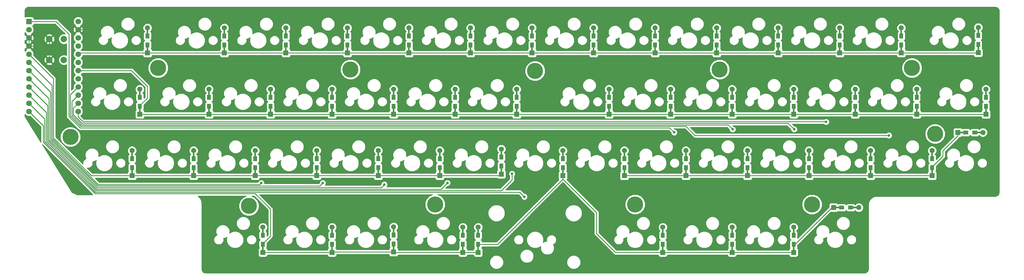
<source format=gtl>
G04 #@! TF.GenerationSoftware,KiCad,Pcbnew,(6.0.0-rc1-dev-1215-g431bdc7a3)*
G04 #@! TF.CreationDate,2018-12-02T20:05:24+01:00*
G04 #@! TF.ProjectId,wave,77617665-2e6b-4696-9361-645f70636258,rev?*
G04 #@! TF.SameCoordinates,Original*
G04 #@! TF.FileFunction,Copper,L1,Top*
G04 #@! TF.FilePolarity,Positive*
%FSLAX46Y46*%
G04 Gerber Fmt 4.6, Leading zero omitted, Abs format (unit mm)*
G04 Created by KiCad (PCBNEW (6.0.0-rc1-dev-1215-g431bdc7a3)) date 2018 December 02, Sunday 20:05:24*
%MOMM*%
%LPD*%
G01*
G04 APERTURE LIST*
G04 #@! TA.AperFunction,ComponentPad*
%ADD10C,2.000000*%
G04 #@! TD*
G04 #@! TA.AperFunction,Conductor*
%ADD11R,2.900000X0.500000*%
G04 #@! TD*
G04 #@! TA.AperFunction,ComponentPad*
%ADD12R,1.600000X1.600000*%
G04 #@! TD*
G04 #@! TA.AperFunction,ComponentPad*
%ADD13C,1.600000*%
G04 #@! TD*
G04 #@! TA.AperFunction,SMDPad,CuDef*
%ADD14R,1.600000X1.200000*%
G04 #@! TD*
G04 #@! TA.AperFunction,Conductor*
%ADD15R,0.500000X2.900000*%
G04 #@! TD*
G04 #@! TA.AperFunction,SMDPad,CuDef*
%ADD16R,1.200000X1.600000*%
G04 #@! TD*
G04 #@! TA.AperFunction,ComponentPad*
%ADD17C,1.752600*%
G04 #@! TD*
G04 #@! TA.AperFunction,ComponentPad*
%ADD18R,1.752600X1.752600*%
G04 #@! TD*
G04 #@! TA.AperFunction,WasherPad*
%ADD19C,5.000000*%
G04 #@! TD*
G04 #@! TA.AperFunction,ViaPad*
%ADD20C,0.800000*%
G04 #@! TD*
G04 #@! TA.AperFunction,Conductor*
%ADD21C,0.250000*%
G04 #@! TD*
G04 #@! TA.AperFunction,Conductor*
%ADD22C,0.254000*%
G04 #@! TD*
G04 APERTURE END LIST*
D10*
G04 #@! TO.P,SW53,2*
G04 #@! TO.N,GND*
X2831310Y62979120D03*
X2831310Y69479120D03*
G04 #@! TO.P,SW53,1*
G04 #@! TO.N,reset*
X7331310Y69479120D03*
X7331310Y62979120D03*
G04 #@! TD*
D11*
G04 #@! TO.N,row3*
G04 #@! TO.C,D52*
X247016310Y17145493D03*
G04 #@! TO.N,Net-(D52-Pad2)*
X252016310Y17145493D03*
D12*
G04 #@! TD*
G04 #@! TO.P,D52,1*
G04 #@! TO.N,row3*
X245616310Y17145493D03*
D13*
G04 #@! TO.P,D52,2*
G04 #@! TO.N,Net-(D52-Pad2)*
X253416310Y17145493D03*
D14*
X250916310Y17145493D03*
G04 #@! TO.P,D52,1*
G04 #@! TO.N,row3*
X248116310Y17145493D03*
G04 #@! TD*
D15*
G04 #@! TO.N,row3*
G04 #@! TO.C,D51*
X233234937Y4643773D03*
G04 #@! TO.N,Net-(D51-Pad2)*
X233234937Y9643773D03*
D12*
G04 #@! TD*
G04 #@! TO.P,D51,1*
G04 #@! TO.N,row3*
X233234937Y3243773D03*
D13*
G04 #@! TO.P,D51,2*
G04 #@! TO.N,Net-(D51-Pad2)*
X233234937Y11043773D03*
D16*
X233234937Y8543773D03*
G04 #@! TO.P,D51,1*
G04 #@! TO.N,row3*
X233234937Y5743773D03*
G04 #@! TD*
D15*
G04 #@! TO.N,row3*
G04 #@! TO.C,D50*
X214184937Y4643773D03*
G04 #@! TO.N,Net-(D50-Pad2)*
X214184937Y9643773D03*
D12*
G04 #@! TD*
G04 #@! TO.P,D50,1*
G04 #@! TO.N,row3*
X214184937Y3243773D03*
D13*
G04 #@! TO.P,D50,2*
G04 #@! TO.N,Net-(D50-Pad2)*
X214184937Y11043773D03*
D16*
X214184937Y8543773D03*
G04 #@! TO.P,D50,1*
G04 #@! TO.N,row3*
X214184937Y5743773D03*
G04 #@! TD*
D15*
G04 #@! TO.N,row3*
G04 #@! TO.C,D49*
X192753687Y4643773D03*
G04 #@! TO.N,Net-(D49-Pad2)*
X192753687Y9643773D03*
D12*
G04 #@! TD*
G04 #@! TO.P,D49,1*
G04 #@! TO.N,row3*
X192753687Y3243773D03*
D13*
G04 #@! TO.P,D49,2*
G04 #@! TO.N,Net-(D49-Pad2)*
X192753687Y11043773D03*
D16*
X192753687Y8543773D03*
G04 #@! TO.P,D49,1*
G04 #@! TO.N,row3*
X192753687Y5743773D03*
G04 #@! TD*
D15*
G04 #@! TO.N,row3*
G04 #@! TO.C,D48*
X161797437Y28456273D03*
G04 #@! TO.N,Net-(D48-Pad2)*
X161797437Y33456273D03*
D12*
G04 #@! TD*
G04 #@! TO.P,D48,1*
G04 #@! TO.N,row3*
X161797437Y27056273D03*
D13*
G04 #@! TO.P,D48,2*
G04 #@! TO.N,Net-(D48-Pad2)*
X161797437Y34856273D03*
D16*
X161797437Y32356273D03*
G04 #@! TO.P,D48,1*
G04 #@! TO.N,row3*
X161797437Y29556273D03*
G04 #@! TD*
D15*
G04 #@! TO.N,row3*
G04 #@! TO.C,D47*
X135573810Y4643773D03*
G04 #@! TO.N,Net-(D47-Pad2)*
X135573810Y9643773D03*
D12*
G04 #@! TD*
G04 #@! TO.P,D47,1*
G04 #@! TO.N,row3*
X135573810Y3243773D03*
D13*
G04 #@! TO.P,D47,2*
G04 #@! TO.N,Net-(D47-Pad2)*
X135573810Y11043773D03*
D16*
X135573810Y8543773D03*
G04 #@! TO.P,D47,1*
G04 #@! TO.N,row3*
X135573810Y5743773D03*
G04 #@! TD*
D15*
G04 #@! TO.N,row3*
G04 #@! TO.C,D46*
X130841187Y4643773D03*
G04 #@! TO.N,Net-(D46-Pad2)*
X130841187Y9643773D03*
D12*
G04 #@! TD*
G04 #@! TO.P,D46,1*
G04 #@! TO.N,row3*
X130841187Y3243773D03*
D13*
G04 #@! TO.P,D46,2*
G04 #@! TO.N,Net-(D46-Pad2)*
X130841187Y11043773D03*
D16*
X130841187Y8543773D03*
G04 #@! TO.P,D46,1*
G04 #@! TO.N,row3*
X130841187Y5743773D03*
G04 #@! TD*
D15*
G04 #@! TO.N,row3*
G04 #@! TO.C,D45*
X109409937Y4764120D03*
G04 #@! TO.N,Net-(D45-Pad2)*
X109409937Y9764120D03*
D12*
G04 #@! TD*
G04 #@! TO.P,D45,1*
G04 #@! TO.N,row3*
X109409937Y3364120D03*
D13*
G04 #@! TO.P,D45,2*
G04 #@! TO.N,Net-(D45-Pad2)*
X109409937Y11164120D03*
D16*
X109409937Y8664120D03*
G04 #@! TO.P,D45,1*
G04 #@! TO.N,row3*
X109409937Y5864120D03*
G04 #@! TD*
D15*
G04 #@! TO.N,row3*
G04 #@! TO.C,D44*
X90359937Y4643773D03*
G04 #@! TO.N,Net-(D44-Pad2)*
X90359937Y9643773D03*
D12*
G04 #@! TD*
G04 #@! TO.P,D44,1*
G04 #@! TO.N,row3*
X90359937Y3243773D03*
D13*
G04 #@! TO.P,D44,2*
G04 #@! TO.N,Net-(D44-Pad2)*
X90359937Y11043773D03*
D16*
X90359937Y8543773D03*
G04 #@! TO.P,D44,1*
G04 #@! TO.N,row3*
X90359937Y5743773D03*
G04 #@! TD*
D15*
G04 #@! TO.N,row3*
G04 #@! TO.C,D43*
X68928687Y4643773D03*
G04 #@! TO.N,Net-(D43-Pad2)*
X68928687Y9643773D03*
D12*
G04 #@! TD*
G04 #@! TO.P,D43,1*
G04 #@! TO.N,row3*
X68928687Y3243773D03*
D13*
G04 #@! TO.P,D43,2*
G04 #@! TO.N,Net-(D43-Pad2)*
X68928687Y11043773D03*
D16*
X68928687Y8543773D03*
G04 #@! TO.P,D43,1*
G04 #@! TO.N,row3*
X68928687Y5743773D03*
G04 #@! TD*
D11*
G04 #@! TO.N,row2*
G04 #@! TO.C,D42*
X285443463Y40481743D03*
G04 #@! TO.N,Net-(D42-Pad2)*
X290443463Y40481743D03*
D12*
G04 #@! TD*
G04 #@! TO.P,D42,1*
G04 #@! TO.N,row2*
X284043463Y40481743D03*
D13*
G04 #@! TO.P,D42,2*
G04 #@! TO.N,Net-(D42-Pad2)*
X291843463Y40481743D03*
D14*
X289343463Y40481743D03*
G04 #@! TO.P,D42,1*
G04 #@! TO.N,row2*
X286543463Y40481743D03*
G04 #@! TD*
D15*
G04 #@! TO.N,row2*
G04 #@! TO.C,D41*
X276097437Y28456273D03*
G04 #@! TO.N,Net-(D41-Pad2)*
X276097437Y33456273D03*
D12*
G04 #@! TD*
G04 #@! TO.P,D41,1*
G04 #@! TO.N,row2*
X276097437Y27056273D03*
D13*
G04 #@! TO.P,D41,2*
G04 #@! TO.N,Net-(D41-Pad2)*
X276097437Y34856273D03*
D16*
X276097437Y32356273D03*
G04 #@! TO.P,D41,1*
G04 #@! TO.N,row2*
X276097437Y29556273D03*
G04 #@! TD*
D15*
G04 #@! TO.N,row2*
G04 #@! TO.C,D40*
X257047437Y28456273D03*
G04 #@! TO.N,Net-(D40-Pad2)*
X257047437Y33456273D03*
D12*
G04 #@! TD*
G04 #@! TO.P,D40,1*
G04 #@! TO.N,row2*
X257047437Y27056273D03*
D13*
G04 #@! TO.P,D40,2*
G04 #@! TO.N,Net-(D40-Pad2)*
X257047437Y34856273D03*
D16*
X257047437Y32356273D03*
G04 #@! TO.P,D40,1*
G04 #@! TO.N,row2*
X257047437Y29556273D03*
G04 #@! TD*
D15*
G04 #@! TO.N,row2*
G04 #@! TO.C,D39*
X237997437Y28456273D03*
G04 #@! TO.N,Net-(D39-Pad2)*
X237997437Y33456273D03*
D12*
G04 #@! TD*
G04 #@! TO.P,D39,1*
G04 #@! TO.N,row2*
X237997437Y27056273D03*
D13*
G04 #@! TO.P,D39,2*
G04 #@! TO.N,Net-(D39-Pad2)*
X237997437Y34856273D03*
D16*
X237997437Y32356273D03*
G04 #@! TO.P,D39,1*
G04 #@! TO.N,row2*
X237997437Y29556273D03*
G04 #@! TD*
D15*
G04 #@! TO.N,row2*
G04 #@! TO.C,D38*
X218947437Y28456273D03*
G04 #@! TO.N,Net-(D38-Pad2)*
X218947437Y33456273D03*
D12*
G04 #@! TD*
G04 #@! TO.P,D38,1*
G04 #@! TO.N,row2*
X218947437Y27056273D03*
D13*
G04 #@! TO.P,D38,2*
G04 #@! TO.N,Net-(D38-Pad2)*
X218947437Y34856273D03*
D16*
X218947437Y32356273D03*
G04 #@! TO.P,D38,1*
G04 #@! TO.N,row2*
X218947437Y29556273D03*
G04 #@! TD*
D15*
G04 #@! TO.N,row2*
G04 #@! TO.C,D37*
X199897437Y28456273D03*
G04 #@! TO.N,Net-(D37-Pad2)*
X199897437Y33456273D03*
D12*
G04 #@! TD*
G04 #@! TO.P,D37,1*
G04 #@! TO.N,row2*
X199897437Y27056273D03*
D13*
G04 #@! TO.P,D37,2*
G04 #@! TO.N,Net-(D37-Pad2)*
X199897437Y34856273D03*
D16*
X199897437Y32356273D03*
G04 #@! TO.P,D37,1*
G04 #@! TO.N,row2*
X199897437Y29556273D03*
G04 #@! TD*
D15*
G04 #@! TO.N,row2*
G04 #@! TO.C,D36*
X180847437Y28456273D03*
G04 #@! TO.N,Net-(D36-Pad2)*
X180847437Y33456273D03*
D12*
G04 #@! TD*
G04 #@! TO.P,D36,1*
G04 #@! TO.N,row2*
X180847437Y27056273D03*
D13*
G04 #@! TO.P,D36,2*
G04 #@! TO.N,Net-(D36-Pad2)*
X180847437Y34856273D03*
D16*
X180847437Y32356273D03*
G04 #@! TO.P,D36,1*
G04 #@! TO.N,row2*
X180847437Y29556273D03*
G04 #@! TD*
D15*
G04 #@! TO.N,row2*
G04 #@! TO.C,D35*
X142747437Y28932523D03*
G04 #@! TO.N,Net-(D35-Pad2)*
X142747437Y33932523D03*
D12*
G04 #@! TD*
G04 #@! TO.P,D35,1*
G04 #@! TO.N,row2*
X142747437Y27532523D03*
D13*
G04 #@! TO.P,D35,2*
G04 #@! TO.N,Net-(D35-Pad2)*
X142747437Y35332523D03*
D16*
X142747437Y32832523D03*
G04 #@! TO.P,D35,1*
G04 #@! TO.N,row2*
X142747437Y30032523D03*
G04 #@! TD*
D15*
G04 #@! TO.N,row2*
G04 #@! TO.C,D34*
X123697437Y28456273D03*
G04 #@! TO.N,Net-(D34-Pad2)*
X123697437Y33456273D03*
D12*
G04 #@! TD*
G04 #@! TO.P,D34,1*
G04 #@! TO.N,row2*
X123697437Y27056273D03*
D13*
G04 #@! TO.P,D34,2*
G04 #@! TO.N,Net-(D34-Pad2)*
X123697437Y34856273D03*
D16*
X123697437Y32356273D03*
G04 #@! TO.P,D34,1*
G04 #@! TO.N,row2*
X123697437Y29556273D03*
G04 #@! TD*
D15*
G04 #@! TO.N,row2*
G04 #@! TO.C,D33*
X104647437Y28456273D03*
G04 #@! TO.N,Net-(D33-Pad2)*
X104647437Y33456273D03*
D12*
G04 #@! TD*
G04 #@! TO.P,D33,1*
G04 #@! TO.N,row2*
X104647437Y27056273D03*
D13*
G04 #@! TO.P,D33,2*
G04 #@! TO.N,Net-(D33-Pad2)*
X104647437Y34856273D03*
D16*
X104647437Y32356273D03*
G04 #@! TO.P,D33,1*
G04 #@! TO.N,row2*
X104647437Y29556273D03*
G04 #@! TD*
D15*
G04 #@! TO.N,row2*
G04 #@! TO.C,D32*
X85597437Y28456273D03*
G04 #@! TO.N,Net-(D32-Pad2)*
X85597437Y33456273D03*
D12*
G04 #@! TD*
G04 #@! TO.P,D32,1*
G04 #@! TO.N,row2*
X85597437Y27056273D03*
D13*
G04 #@! TO.P,D32,2*
G04 #@! TO.N,Net-(D32-Pad2)*
X85597437Y34856273D03*
D16*
X85597437Y32356273D03*
G04 #@! TO.P,D32,1*
G04 #@! TO.N,row2*
X85597437Y29556273D03*
G04 #@! TD*
D15*
G04 #@! TO.N,row2*
G04 #@! TO.C,D31*
X66547437Y28456273D03*
G04 #@! TO.N,Net-(D31-Pad2)*
X66547437Y33456273D03*
D12*
G04 #@! TD*
G04 #@! TO.P,D31,1*
G04 #@! TO.N,row2*
X66547437Y27056273D03*
D13*
G04 #@! TO.P,D31,2*
G04 #@! TO.N,Net-(D31-Pad2)*
X66547437Y34856273D03*
D16*
X66547437Y32356273D03*
G04 #@! TO.P,D31,1*
G04 #@! TO.N,row2*
X66547437Y29556273D03*
G04 #@! TD*
D15*
G04 #@! TO.N,row2*
G04 #@! TO.C,D30*
X47497437Y28456273D03*
G04 #@! TO.N,Net-(D30-Pad2)*
X47497437Y33456273D03*
D12*
G04 #@! TD*
G04 #@! TO.P,D30,1*
G04 #@! TO.N,row2*
X47497437Y27056273D03*
D13*
G04 #@! TO.P,D30,2*
G04 #@! TO.N,Net-(D30-Pad2)*
X47497437Y34856273D03*
D16*
X47497437Y32356273D03*
G04 #@! TO.P,D30,1*
G04 #@! TO.N,row2*
X47497437Y29556273D03*
G04 #@! TD*
D15*
G04 #@! TO.N,row2*
G04 #@! TO.C,D29*
X28447437Y28456273D03*
G04 #@! TO.N,Net-(D29-Pad2)*
X28447437Y33456273D03*
D12*
G04 #@! TD*
G04 #@! TO.P,D29,1*
G04 #@! TO.N,row2*
X28447437Y27056273D03*
D13*
G04 #@! TO.P,D29,2*
G04 #@! TO.N,Net-(D29-Pad2)*
X28447437Y34856273D03*
D16*
X28447437Y32356273D03*
G04 #@! TO.P,D29,1*
G04 #@! TO.N,row2*
X28447437Y29556273D03*
G04 #@! TD*
D15*
G04 #@! TO.N,row1*
G04 #@! TO.C,D28*
X292766187Y47506273D03*
G04 #@! TO.N,Net-(D28-Pad2)*
X292766187Y52506273D03*
D12*
G04 #@! TD*
G04 #@! TO.P,D28,1*
G04 #@! TO.N,row1*
X292766187Y46106273D03*
D13*
G04 #@! TO.P,D28,2*
G04 #@! TO.N,Net-(D28-Pad2)*
X292766187Y53906273D03*
D16*
X292766187Y51406273D03*
G04 #@! TO.P,D28,1*
G04 #@! TO.N,row1*
X292766187Y48606273D03*
G04 #@! TD*
D15*
G04 #@! TO.N,row1*
G04 #@! TO.C,D27*
X271334937Y47506273D03*
G04 #@! TO.N,Net-(D27-Pad2)*
X271334937Y52506273D03*
D12*
G04 #@! TD*
G04 #@! TO.P,D27,1*
G04 #@! TO.N,row1*
X271334937Y46106273D03*
D13*
G04 #@! TO.P,D27,2*
G04 #@! TO.N,Net-(D27-Pad2)*
X271334937Y53906273D03*
D16*
X271334937Y51406273D03*
G04 #@! TO.P,D27,1*
G04 #@! TO.N,row1*
X271334937Y48606273D03*
G04 #@! TD*
D15*
G04 #@! TO.N,row1*
G04 #@! TO.C,D26*
X252284937Y47506273D03*
G04 #@! TO.N,Net-(D26-Pad2)*
X252284937Y52506273D03*
D12*
G04 #@! TD*
G04 #@! TO.P,D26,1*
G04 #@! TO.N,row1*
X252284937Y46106273D03*
D13*
G04 #@! TO.P,D26,2*
G04 #@! TO.N,Net-(D26-Pad2)*
X252284937Y53906273D03*
D16*
X252284937Y51406273D03*
G04 #@! TO.P,D26,1*
G04 #@! TO.N,row1*
X252284937Y48606273D03*
G04 #@! TD*
D15*
G04 #@! TO.N,row1*
G04 #@! TO.C,D25*
X233234937Y47506273D03*
G04 #@! TO.N,Net-(D25-Pad2)*
X233234937Y52506273D03*
D12*
G04 #@! TD*
G04 #@! TO.P,D25,1*
G04 #@! TO.N,row1*
X233234937Y46106273D03*
D13*
G04 #@! TO.P,D25,2*
G04 #@! TO.N,Net-(D25-Pad2)*
X233234937Y53906273D03*
D16*
X233234937Y51406273D03*
G04 #@! TO.P,D25,1*
G04 #@! TO.N,row1*
X233234937Y48606273D03*
G04 #@! TD*
D15*
G04 #@! TO.N,row1*
G04 #@! TO.C,D24*
X214184937Y47506273D03*
G04 #@! TO.N,Net-(D24-Pad2)*
X214184937Y52506273D03*
D12*
G04 #@! TD*
G04 #@! TO.P,D24,1*
G04 #@! TO.N,row1*
X214184937Y46106273D03*
D13*
G04 #@! TO.P,D24,2*
G04 #@! TO.N,Net-(D24-Pad2)*
X214184937Y53906273D03*
D16*
X214184937Y51406273D03*
G04 #@! TO.P,D24,1*
G04 #@! TO.N,row1*
X214184937Y48606273D03*
G04 #@! TD*
D15*
G04 #@! TO.N,row1*
G04 #@! TO.C,D23*
X195134937Y47506273D03*
G04 #@! TO.N,Net-(D23-Pad2)*
X195134937Y52506273D03*
D12*
G04 #@! TD*
G04 #@! TO.P,D23,1*
G04 #@! TO.N,row1*
X195134937Y46106273D03*
D13*
G04 #@! TO.P,D23,2*
G04 #@! TO.N,Net-(D23-Pad2)*
X195134937Y53906273D03*
D16*
X195134937Y51406273D03*
G04 #@! TO.P,D23,1*
G04 #@! TO.N,row1*
X195134937Y48606273D03*
G04 #@! TD*
D15*
G04 #@! TO.N,row1*
G04 #@! TO.C,D22*
X176084937Y47506273D03*
G04 #@! TO.N,Net-(D22-Pad2)*
X176084937Y52506273D03*
D12*
G04 #@! TD*
G04 #@! TO.P,D22,1*
G04 #@! TO.N,row1*
X176084937Y46106273D03*
D13*
G04 #@! TO.P,D22,2*
G04 #@! TO.N,Net-(D22-Pad2)*
X176084937Y53906273D03*
D16*
X176084937Y51406273D03*
G04 #@! TO.P,D22,1*
G04 #@! TO.N,row1*
X176084937Y48606273D03*
G04 #@! TD*
D15*
G04 #@! TO.N,row1*
G04 #@! TO.C,D21*
X147509937Y47506273D03*
G04 #@! TO.N,Net-(D21-Pad2)*
X147509937Y52506273D03*
D12*
G04 #@! TD*
G04 #@! TO.P,D21,1*
G04 #@! TO.N,row1*
X147509937Y46106273D03*
D13*
G04 #@! TO.P,D21,2*
G04 #@! TO.N,Net-(D21-Pad2)*
X147509937Y53906273D03*
D16*
X147509937Y51406273D03*
G04 #@! TO.P,D21,1*
G04 #@! TO.N,row1*
X147509937Y48606273D03*
G04 #@! TD*
D15*
G04 #@! TO.N,row1*
G04 #@! TO.C,D20*
X128459937Y47506273D03*
G04 #@! TO.N,Net-(D20-Pad2)*
X128459937Y52506273D03*
D12*
G04 #@! TD*
G04 #@! TO.P,D20,1*
G04 #@! TO.N,row1*
X128459937Y46106273D03*
D13*
G04 #@! TO.P,D20,2*
G04 #@! TO.N,Net-(D20-Pad2)*
X128459937Y53906273D03*
D16*
X128459937Y51406273D03*
G04 #@! TO.P,D20,1*
G04 #@! TO.N,row1*
X128459937Y48606273D03*
G04 #@! TD*
D15*
G04 #@! TO.N,row1*
G04 #@! TO.C,D19*
X109409937Y47506273D03*
G04 #@! TO.N,Net-(D19-Pad2)*
X109409937Y52506273D03*
D12*
G04 #@! TD*
G04 #@! TO.P,D19,1*
G04 #@! TO.N,row1*
X109409937Y46106273D03*
D13*
G04 #@! TO.P,D19,2*
G04 #@! TO.N,Net-(D19-Pad2)*
X109409937Y53906273D03*
D16*
X109409937Y51406273D03*
G04 #@! TO.P,D19,1*
G04 #@! TO.N,row1*
X109409937Y48606273D03*
G04 #@! TD*
D15*
G04 #@! TO.N,row1*
G04 #@! TO.C,D18*
X90359937Y47506273D03*
G04 #@! TO.N,Net-(D18-Pad2)*
X90359937Y52506273D03*
D12*
G04 #@! TD*
G04 #@! TO.P,D18,1*
G04 #@! TO.N,row1*
X90359937Y46106273D03*
D13*
G04 #@! TO.P,D18,2*
G04 #@! TO.N,Net-(D18-Pad2)*
X90359937Y53906273D03*
D16*
X90359937Y51406273D03*
G04 #@! TO.P,D18,1*
G04 #@! TO.N,row1*
X90359937Y48606273D03*
G04 #@! TD*
D15*
G04 #@! TO.N,row1*
G04 #@! TO.C,D17*
X71309937Y47506273D03*
G04 #@! TO.N,Net-(D17-Pad2)*
X71309937Y52506273D03*
D12*
G04 #@! TD*
G04 #@! TO.P,D17,1*
G04 #@! TO.N,row1*
X71309937Y46106273D03*
D13*
G04 #@! TO.P,D17,2*
G04 #@! TO.N,Net-(D17-Pad2)*
X71309937Y53906273D03*
D16*
X71309937Y51406273D03*
G04 #@! TO.P,D17,1*
G04 #@! TO.N,row1*
X71309937Y48606273D03*
G04 #@! TD*
D15*
G04 #@! TO.N,row1*
G04 #@! TO.C,D16*
X52259937Y47506273D03*
G04 #@! TO.N,Net-(D16-Pad2)*
X52259937Y52506273D03*
D12*
G04 #@! TD*
G04 #@! TO.P,D16,1*
G04 #@! TO.N,row1*
X52259937Y46106273D03*
D13*
G04 #@! TO.P,D16,2*
G04 #@! TO.N,Net-(D16-Pad2)*
X52259937Y53906273D03*
D16*
X52259937Y51406273D03*
G04 #@! TO.P,D16,1*
G04 #@! TO.N,row1*
X52259937Y48606273D03*
G04 #@! TD*
D15*
G04 #@! TO.N,row1*
G04 #@! TO.C,D15*
X30828687Y47506273D03*
G04 #@! TO.N,Net-(D15-Pad2)*
X30828687Y52506273D03*
D12*
G04 #@! TD*
G04 #@! TO.P,D15,1*
G04 #@! TO.N,row1*
X30828687Y46106273D03*
D13*
G04 #@! TO.P,D15,2*
G04 #@! TO.N,Net-(D15-Pad2)*
X30828687Y53906273D03*
D16*
X30828687Y51406273D03*
G04 #@! TO.P,D15,1*
G04 #@! TO.N,row1*
X30828687Y48606273D03*
G04 #@! TD*
D15*
G04 #@! TO.N,row0*
G04 #@! TO.C,D14*
X290384937Y66676620D03*
G04 #@! TO.N,Net-(D14-Pad2)*
X290384937Y71676620D03*
D12*
G04 #@! TD*
G04 #@! TO.P,D14,1*
G04 #@! TO.N,row0*
X290384937Y65276620D03*
D13*
G04 #@! TO.P,D14,2*
G04 #@! TO.N,Net-(D14-Pad2)*
X290384937Y73076620D03*
D16*
X290384937Y70576620D03*
G04 #@! TO.P,D14,1*
G04 #@! TO.N,row0*
X290384937Y67776620D03*
G04 #@! TD*
D15*
G04 #@! TO.N,row0*
G04 #@! TO.C,D13*
X266572437Y66556273D03*
G04 #@! TO.N,Net-(D13-Pad2)*
X266572437Y71556273D03*
D12*
G04 #@! TD*
G04 #@! TO.P,D13,1*
G04 #@! TO.N,row0*
X266572437Y65156273D03*
D13*
G04 #@! TO.P,D13,2*
G04 #@! TO.N,Net-(D13-Pad2)*
X266572437Y72956273D03*
D16*
X266572437Y70456273D03*
G04 #@! TO.P,D13,1*
G04 #@! TO.N,row0*
X266572437Y67656273D03*
G04 #@! TD*
D15*
G04 #@! TO.N,row0*
G04 #@! TO.C,D12*
X247522437Y66556273D03*
G04 #@! TO.N,Net-(D12-Pad2)*
X247522437Y71556273D03*
D12*
G04 #@! TD*
G04 #@! TO.P,D12,1*
G04 #@! TO.N,row0*
X247522437Y65156273D03*
D13*
G04 #@! TO.P,D12,2*
G04 #@! TO.N,Net-(D12-Pad2)*
X247522437Y72956273D03*
D16*
X247522437Y70456273D03*
G04 #@! TO.P,D12,1*
G04 #@! TO.N,row0*
X247522437Y67656273D03*
G04 #@! TD*
D15*
G04 #@! TO.N,row0*
G04 #@! TO.C,D11*
X228472437Y66556273D03*
G04 #@! TO.N,Net-(D11-Pad2)*
X228472437Y71556273D03*
D12*
G04 #@! TD*
G04 #@! TO.P,D11,1*
G04 #@! TO.N,row0*
X228472437Y65156273D03*
D13*
G04 #@! TO.P,D11,2*
G04 #@! TO.N,Net-(D11-Pad2)*
X228472437Y72956273D03*
D16*
X228472437Y70456273D03*
G04 #@! TO.P,D11,1*
G04 #@! TO.N,row0*
X228472437Y67656273D03*
G04 #@! TD*
D15*
G04 #@! TO.N,row0*
G04 #@! TO.C,D10*
X209422437Y66556273D03*
G04 #@! TO.N,Net-(D10-Pad2)*
X209422437Y71556273D03*
D12*
G04 #@! TD*
G04 #@! TO.P,D10,1*
G04 #@! TO.N,row0*
X209422437Y65156273D03*
D13*
G04 #@! TO.P,D10,2*
G04 #@! TO.N,Net-(D10-Pad2)*
X209422437Y72956273D03*
D16*
X209422437Y70456273D03*
G04 #@! TO.P,D10,1*
G04 #@! TO.N,row0*
X209422437Y67656273D03*
G04 #@! TD*
D15*
G04 #@! TO.N,row0*
G04 #@! TO.C,D9*
X190372437Y66556273D03*
G04 #@! TO.N,Net-(D9-Pad2)*
X190372437Y71556273D03*
D12*
G04 #@! TD*
G04 #@! TO.P,D9,1*
G04 #@! TO.N,row0*
X190372437Y65156273D03*
D13*
G04 #@! TO.P,D9,2*
G04 #@! TO.N,Net-(D9-Pad2)*
X190372437Y72956273D03*
D16*
X190372437Y70456273D03*
G04 #@! TO.P,D9,1*
G04 #@! TO.N,row0*
X190372437Y67656273D03*
G04 #@! TD*
D15*
G04 #@! TO.N,row0*
G04 #@! TO.C,D8*
X171322437Y66556273D03*
G04 #@! TO.N,Net-(D8-Pad2)*
X171322437Y71556273D03*
D12*
G04 #@! TD*
G04 #@! TO.P,D8,1*
G04 #@! TO.N,row0*
X171322437Y65156273D03*
D13*
G04 #@! TO.P,D8,2*
G04 #@! TO.N,Net-(D8-Pad2)*
X171322437Y72956273D03*
D16*
X171322437Y70456273D03*
G04 #@! TO.P,D8,1*
G04 #@! TO.N,row0*
X171322437Y67656273D03*
G04 #@! TD*
D15*
G04 #@! TO.N,row0*
G04 #@! TO.C,D7*
X152272437Y66556273D03*
G04 #@! TO.N,Net-(D7-Pad2)*
X152272437Y71556273D03*
D12*
G04 #@! TD*
G04 #@! TO.P,D7,1*
G04 #@! TO.N,row0*
X152272437Y65156273D03*
D13*
G04 #@! TO.P,D7,2*
G04 #@! TO.N,Net-(D7-Pad2)*
X152272437Y72956273D03*
D16*
X152272437Y70456273D03*
G04 #@! TO.P,D7,1*
G04 #@! TO.N,row0*
X152272437Y67656273D03*
G04 #@! TD*
D15*
G04 #@! TO.N,row0*
G04 #@! TO.C,D6*
X133222437Y66556273D03*
G04 #@! TO.N,Net-(D6-Pad2)*
X133222437Y71556273D03*
D12*
G04 #@! TD*
G04 #@! TO.P,D6,1*
G04 #@! TO.N,row0*
X133222437Y65156273D03*
D13*
G04 #@! TO.P,D6,2*
G04 #@! TO.N,Net-(D6-Pad2)*
X133222437Y72956273D03*
D16*
X133222437Y70456273D03*
G04 #@! TO.P,D6,1*
G04 #@! TO.N,row0*
X133222437Y67656273D03*
G04 #@! TD*
D15*
G04 #@! TO.N,row0*
G04 #@! TO.C,D5*
X114172437Y66556273D03*
G04 #@! TO.N,Net-(D5-Pad2)*
X114172437Y71556273D03*
D12*
G04 #@! TD*
G04 #@! TO.P,D5,1*
G04 #@! TO.N,row0*
X114172437Y65156273D03*
D13*
G04 #@! TO.P,D5,2*
G04 #@! TO.N,Net-(D5-Pad2)*
X114172437Y72956273D03*
D16*
X114172437Y70456273D03*
G04 #@! TO.P,D5,1*
G04 #@! TO.N,row0*
X114172437Y67656273D03*
G04 #@! TD*
D15*
G04 #@! TO.N,row0*
G04 #@! TO.C,D4*
X95122437Y66556273D03*
G04 #@! TO.N,Net-(D4-Pad2)*
X95122437Y71556273D03*
D12*
G04 #@! TD*
G04 #@! TO.P,D4,1*
G04 #@! TO.N,row0*
X95122437Y65156273D03*
D13*
G04 #@! TO.P,D4,2*
G04 #@! TO.N,Net-(D4-Pad2)*
X95122437Y72956273D03*
D16*
X95122437Y70456273D03*
G04 #@! TO.P,D4,1*
G04 #@! TO.N,row0*
X95122437Y67656273D03*
G04 #@! TD*
D15*
G04 #@! TO.N,row0*
G04 #@! TO.C,D3*
X76072437Y66556273D03*
G04 #@! TO.N,Net-(D3-Pad2)*
X76072437Y71556273D03*
D12*
G04 #@! TD*
G04 #@! TO.P,D3,1*
G04 #@! TO.N,row0*
X76072437Y65156273D03*
D13*
G04 #@! TO.P,D3,2*
G04 #@! TO.N,Net-(D3-Pad2)*
X76072437Y72956273D03*
D16*
X76072437Y70456273D03*
G04 #@! TO.P,D3,1*
G04 #@! TO.N,row0*
X76072437Y67656273D03*
G04 #@! TD*
D15*
G04 #@! TO.N,row0*
G04 #@! TO.C,D2*
X57022437Y66556273D03*
G04 #@! TO.N,Net-(D2-Pad2)*
X57022437Y71556273D03*
D12*
G04 #@! TD*
G04 #@! TO.P,D2,1*
G04 #@! TO.N,row0*
X57022437Y65156273D03*
D13*
G04 #@! TO.P,D2,2*
G04 #@! TO.N,Net-(D2-Pad2)*
X57022437Y72956273D03*
D16*
X57022437Y70456273D03*
G04 #@! TO.P,D2,1*
G04 #@! TO.N,row0*
X57022437Y67656273D03*
G04 #@! TD*
D15*
G04 #@! TO.N,row0*
G04 #@! TO.C,D1*
X33209937Y66556273D03*
G04 #@! TO.N,Net-(D1-Pad2)*
X33209937Y71556273D03*
D12*
G04 #@! TD*
G04 #@! TO.P,D1,1*
G04 #@! TO.N,row0*
X33209937Y65156273D03*
D13*
G04 #@! TO.P,D1,2*
G04 #@! TO.N,Net-(D1-Pad2)*
X33209937Y72956273D03*
D16*
X33209937Y70456273D03*
G04 #@! TO.P,D1,1*
G04 #@! TO.N,row0*
X33209937Y67656273D03*
G04 #@! TD*
D17*
G04 #@! TO.P,U1,24*
G04 #@! TO.N,Net-(U1-Pad24)*
X11748810Y74960370D03*
G04 #@! TO.P,U1,12*
G04 #@! TO.N,row3*
X-3491190Y47020370D03*
G04 #@! TO.P,U1,23*
G04 #@! TO.N,GND*
X11748810Y72420370D03*
G04 #@! TO.P,U1,22*
G04 #@! TO.N,reset*
X11748810Y69880370D03*
G04 #@! TO.P,U1,21*
G04 #@! TO.N,VCC*
X11748810Y67340370D03*
G04 #@! TO.P,U1,20*
G04 #@! TO.N,row0*
X11748810Y64800370D03*
G04 #@! TO.P,U1,19*
G04 #@! TO.N,col1*
X11748810Y62260370D03*
G04 #@! TO.P,U1,18*
G04 #@! TO.N,row1*
X11748810Y59720370D03*
G04 #@! TO.P,U1,17*
G04 #@! TO.N,col0*
X11748810Y57180370D03*
G04 #@! TO.P,U1,16*
G04 #@! TO.N,col13*
X11748810Y54640370D03*
G04 #@! TO.P,U1,15*
G04 #@! TO.N,col10*
X11748810Y52100370D03*
G04 #@! TO.P,U1,14*
G04 #@! TO.N,col11*
X11748810Y49560370D03*
G04 #@! TO.P,U1,13*
G04 #@! TO.N,col12*
X11748810Y47020370D03*
G04 #@! TO.P,U1,11*
G04 #@! TO.N,col8*
X-3491190Y49560370D03*
G04 #@! TO.P,U1,10*
G04 #@! TO.N,col7*
X-3491190Y52100370D03*
G04 #@! TO.P,U1,9*
G04 #@! TO.N,col6*
X-3491190Y54640370D03*
G04 #@! TO.P,U1,8*
G04 #@! TO.N,col5*
X-3491190Y57180370D03*
G04 #@! TO.P,U1,7*
G04 #@! TO.N,col4*
X-3491190Y59720370D03*
G04 #@! TO.P,U1,6*
G04 #@! TO.N,col3*
X-3491190Y62260370D03*
G04 #@! TO.P,U1,5*
G04 #@! TO.N,row2*
X-3491190Y64800370D03*
G04 #@! TO.P,U1,4*
G04 #@! TO.N,GND*
X-3491190Y67340370D03*
G04 #@! TO.P,U1,3*
X-3491190Y69880370D03*
G04 #@! TO.P,U1,2*
G04 #@! TO.N,col2*
X-3491190Y72420370D03*
D18*
G04 #@! TO.P,U1,1*
G04 #@! TO.N,col9*
X-3491190Y74960370D03*
G04 #@! TD*
D19*
G04 #@! TO.P,Ref\002A\002A,*
G04 #@! TO.N,*
X153195060Y59561620D03*
G04 #@! TD*
G04 #@! TO.P,Ref\002A\002A,*
G04 #@! TO.N,*
X96045060Y60037870D03*
G04 #@! TD*
G04 #@! TO.P,Ref\002A\002A,*
G04 #@! TO.N,*
X36513810Y60514120D03*
G04 #@! TD*
G04 #@! TO.P,Ref\002A\002A,*
G04 #@! TO.N,*
X64612560Y17651620D03*
G04 #@! TD*
G04 #@! TO.P,Ref\002A\002A,*
G04 #@! TO.N,*
X122238810Y18127870D03*
G04 #@! TD*
G04 #@! TO.P,Ref\002A\002A,*
G04 #@! TO.N,*
X210345060Y60037870D03*
G04 #@! TD*
G04 #@! TO.P,Ref\002A\002A,*
G04 #@! TO.N,*
X269876310Y60514120D03*
G04 #@! TD*
G04 #@! TO.P,Ref\002A\002A,*
G04 #@! TO.N,*
X184151310Y18127870D03*
G04 #@! TD*
G04 #@! TO.P,Ref\002A\002A,*
G04 #@! TO.N,*
X238920060Y18127870D03*
G04 #@! TD*
G04 #@! TO.P,Ref\002A\002A,*
G04 #@! TO.N,*
X277020060Y40035370D03*
G04 #@! TD*
G04 #@! TO.P,Ref\002A\002A,*
G04 #@! TO.N,*
X9367560Y39082870D03*
G04 #@! TD*
D20*
G04 #@! TO.N,col3*
X68422560Y24795370D03*
G04 #@! TO.N,col4*
X87472560Y24795370D03*
G04 #@! TO.N,col5*
X106522560Y24319120D03*
G04 #@! TO.N,col6*
X126048810Y24795370D03*
G04 #@! TO.N,col7*
X146051310Y27652870D03*
G04 #@! TO.N,col8*
X149861310Y20509120D03*
G04 #@! TO.N,col9*
X196250060Y40511620D03*
G04 #@! TO.N,col10*
X214347560Y41464120D03*
G04 #@! TO.N,col11*
X233397560Y41464120D03*
G04 #@! TO.N,col12*
X243282561Y43769119D03*
G04 #@! TO.N,col13*
X262732560Y39559120D03*
G04 #@! TO.N,GND*
X143670060Y60037870D03*
X105093810Y60037870D03*
X67470060Y59561620D03*
X-1109940Y40987870D03*
X27941310Y66705370D03*
X182246310Y60037870D03*
X220346310Y60037870D03*
X258446310Y60037870D03*
X292736310Y60037870D03*
X287497560Y23842870D03*
X76995060Y19080370D03*
X97950060Y19080370D03*
X210345060Y22414120D03*
X175102560Y20509120D03*
X33656310Y40035370D03*
X63183810Y40035370D03*
X100807560Y40035370D03*
X139383810Y40035370D03*
X186532560Y40035370D03*
X294641310Y42416620D03*
X270352560Y42416620D03*
X239872560Y41464120D03*
X27941310Y62895370D03*
X23655060Y39559120D03*
X10320060Y23842870D03*
X13653810Y36701620D03*
X14606310Y70991620D03*
X132716310Y14794120D03*
X255588810Y21937870D03*
X210345060Y22414120D03*
G04 #@! TD*
D21*
G04 #@! TO.N,row0*
X77122437Y65156273D02*
X95122437Y65156273D01*
X76072437Y65156273D02*
X77122437Y65156273D01*
X95122437Y65156273D02*
X114172437Y65156273D01*
X132746187Y65156273D02*
X133222437Y65632523D01*
X114172437Y65156273D02*
X132746187Y65156273D01*
X151796187Y65632523D02*
X152272437Y65156273D01*
X152272437Y65156273D02*
X171322437Y65156273D01*
X172372437Y65156273D02*
X190372437Y65156273D01*
X171322437Y65156273D02*
X172372437Y65156273D01*
X190372437Y65156273D02*
X209422437Y65156273D01*
X210472437Y65156273D02*
X228472437Y65156273D01*
X209422437Y65156273D02*
X210472437Y65156273D01*
X229522437Y65156273D02*
X247522437Y65156273D01*
X228472437Y65156273D02*
X229522437Y65156273D01*
X248572437Y65156273D02*
X266572437Y65156273D01*
X247522437Y65156273D02*
X248572437Y65156273D01*
X290184937Y65632523D02*
X290384937Y65632523D01*
X289708687Y65156273D02*
X290184937Y65632523D01*
X290264590Y65156273D02*
X290384937Y65276620D01*
X266572437Y65156273D02*
X290264590Y65156273D01*
X12104713Y65156273D02*
X11748810Y64800370D01*
X33209937Y65156273D02*
X12104713Y65156273D01*
X58072437Y65156273D02*
X76072437Y65156273D01*
X57022437Y65156273D02*
X58072437Y65156273D01*
X57022437Y65156273D02*
X33209937Y65156273D01*
X152272437Y65156273D02*
X133222437Y65156273D01*
G04 #@! TO.N,row1*
X271811187Y46106273D02*
X271334937Y46582523D01*
X292766187Y46106273D02*
X271811187Y46106273D01*
X252761187Y46582523D02*
X252284937Y46106273D01*
X252284937Y46106273D02*
X233234937Y46106273D01*
X233234937Y46106273D02*
X214184937Y46106273D01*
X214184937Y46106273D02*
X195134937Y46106273D01*
X194084937Y46106273D02*
X176084937Y46106273D01*
X195134937Y46106273D02*
X194084937Y46106273D01*
X176084937Y46106273D02*
X147509937Y46106273D01*
X147509937Y46106273D02*
X128459937Y46106273D01*
X128459937Y46106273D02*
X109409937Y46106273D01*
X108359937Y46106273D02*
X90359937Y46106273D01*
X109409937Y46106273D02*
X108359937Y46106273D01*
X90359937Y46106273D02*
X71309937Y46106273D01*
X71309937Y46106273D02*
X52259937Y46106273D01*
X52259937Y46106273D02*
X30828687Y46106273D01*
X30828687Y47506273D02*
X30828687Y49206273D01*
X30828687Y48806273D02*
X30828687Y48606273D01*
X33180060Y51157646D02*
X30828687Y48806273D01*
X33180060Y54799120D02*
X33180060Y51157646D01*
X28258810Y59720370D02*
X33180060Y54799120D01*
X11748810Y59720370D02*
X28258810Y59720370D01*
X271334937Y46106273D02*
X252284937Y46106273D01*
G04 #@! TO.N,row2*
X28447437Y27056273D02*
X47497437Y27056273D01*
X48547437Y27056273D02*
X66547437Y27056273D01*
X47497437Y27056273D02*
X48547437Y27056273D01*
X66547437Y27056273D02*
X85597437Y27056273D01*
X85597437Y27056273D02*
X104647437Y27056273D01*
X105697437Y27056273D02*
X123697437Y27056273D01*
X104647437Y27056273D02*
X105697437Y27056273D01*
X142271187Y27056273D02*
X142747437Y27532523D01*
X123697437Y27056273D02*
X142271187Y27056273D01*
X181897437Y27056273D02*
X199897437Y27056273D01*
X180847437Y27056273D02*
X181897437Y27056273D01*
X199897437Y27056273D02*
X218947437Y27056273D01*
X218947437Y27056273D02*
X237997437Y27056273D01*
X239047437Y27056273D02*
X257047437Y27056273D01*
X237997437Y27056273D02*
X239047437Y27056273D01*
X258097437Y27056273D02*
X276097437Y27056273D01*
X257047437Y27056273D02*
X258097437Y27056273D01*
X279401310Y33060146D02*
X276097437Y29756273D01*
X279401310Y34789590D02*
X279401310Y33060146D01*
X276097437Y29756273D02*
X276097437Y29556273D01*
X284043463Y39431743D02*
X279401310Y34789590D01*
X284043463Y40481743D02*
X284043463Y39431743D01*
X28447437Y28456273D02*
X28447437Y30156273D01*
X28447437Y27056273D02*
X15847777Y27056273D01*
X15847777Y27056273D02*
X4102570Y38801480D01*
X4102570Y57206610D02*
X-2614891Y63924071D01*
X4102570Y38801480D02*
X4102570Y57206610D01*
X-2614891Y63924071D02*
X-3491190Y64800370D01*
G04 #@! TO.N,row3*
X233234937Y3243773D02*
X214184937Y3243773D01*
X214184937Y3243773D02*
X192753687Y3243773D01*
X135573810Y3243773D02*
X130841187Y3243773D01*
X109530284Y3243773D02*
X109409937Y3364120D01*
X130841187Y3243773D02*
X109530284Y3243773D01*
X90480284Y3364120D02*
X90359937Y3243773D01*
X109409937Y3364120D02*
X90480284Y3364120D01*
X90359937Y3243773D02*
X68928687Y3243773D01*
X136423810Y5743773D02*
X135573810Y5743773D01*
X141534937Y5743773D02*
X136423810Y5743773D01*
X161797437Y26006273D02*
X141534937Y5743773D01*
X161797437Y27056273D02*
X161797437Y26006273D01*
X178080407Y3243773D02*
X191703687Y3243773D01*
X172245060Y9079120D02*
X178080407Y3243773D01*
X172245060Y15558650D02*
X172245060Y9079120D01*
X191703687Y3243773D02*
X192753687Y3243773D01*
X161797437Y26006273D02*
X172245060Y15558650D01*
X233679713Y5743773D02*
X233234937Y5743773D01*
X245081433Y17145493D02*
X233679713Y5743773D01*
X245616310Y17145493D02*
X245081433Y17145493D01*
X71280060Y8295146D02*
X68928687Y5943773D01*
X68928687Y5943773D02*
X68928687Y5743773D01*
X71280060Y16699120D02*
X71280060Y8295146D01*
X66517560Y21461620D02*
X71280060Y16699120D01*
X16987560Y21461620D02*
X66517560Y21461620D01*
X952493Y42576687D02*
X952493Y37496687D01*
X952493Y37496687D02*
X16987560Y21461620D01*
X-3491190Y47020370D02*
X952493Y42576687D01*
G04 #@! TO.N,col3*
X3652559Y55116621D02*
X-3491190Y62260370D01*
X17948520Y24319120D02*
X3652559Y38615081D01*
X67946310Y24319120D02*
X17948520Y24319120D01*
X3652559Y38615081D02*
X3652559Y55116621D01*
X68422560Y24795370D02*
X67946310Y24319120D01*
G04 #@! TO.N,col4*
X-2614891Y58844071D02*
X-3491190Y59720370D01*
X87472560Y24795370D02*
X86520060Y23842870D01*
X86520060Y23842870D02*
X17788360Y23842870D01*
X3202548Y53026632D02*
X-2614891Y58844071D01*
X17788360Y23842870D02*
X3202548Y38428682D01*
X3202548Y38428682D02*
X3202548Y53026632D01*
G04 #@! TO.N,col5*
X-2614891Y56304071D02*
X-3491190Y57180370D01*
X17628200Y23366620D02*
X2752537Y38242283D01*
X106522560Y24319120D02*
X105570060Y23366620D01*
X105570060Y23366620D02*
X17628200Y23366620D01*
X2752537Y50936643D02*
X-2614891Y56304071D01*
X2752537Y38242283D02*
X2752537Y50936643D01*
G04 #@! TO.N,col6*
X17468040Y22890370D02*
X124143810Y22890370D01*
X2302526Y38055884D02*
X17468040Y22890370D01*
X124143810Y22890370D02*
X125648811Y24395371D01*
X125648811Y24395371D02*
X126048810Y24795370D01*
X2302526Y48846654D02*
X2302526Y38055884D01*
X-3491190Y54640370D02*
X2302526Y48846654D01*
G04 #@! TO.N,col7*
X1852515Y46756665D02*
X-2614891Y51224071D01*
X146051310Y27652870D02*
X146051310Y25747870D01*
X1852515Y37869485D02*
X1852515Y46756665D01*
X-2614891Y51224071D02*
X-3491190Y52100370D01*
X142717560Y22414120D02*
X17307880Y22414120D01*
X146051310Y25747870D02*
X142717560Y22414120D01*
X17307880Y22414120D02*
X1852515Y37869485D01*
G04 #@! TO.N,col8*
X149461311Y20909119D02*
X149861310Y20509120D01*
X17147720Y21937870D02*
X148432560Y21937870D01*
X148432560Y21937870D02*
X149461311Y20909119D01*
X-3491190Y49560370D02*
X1402504Y44666676D01*
X1402504Y44666676D02*
X1402504Y37683086D01*
X1402504Y37683086D02*
X17147720Y21937870D01*
G04 #@! TO.N,col9*
X12411459Y41914131D02*
X8891310Y45434280D01*
X8891310Y70991620D02*
X4922560Y74960370D01*
X4922560Y74960370D02*
X-3491190Y74960370D01*
X196250060Y40511620D02*
X194847549Y41914131D01*
X8891310Y45434280D02*
X8891310Y70991620D01*
X194847549Y41914131D02*
X12411459Y41914131D01*
G04 #@! TO.N,col10*
X12731779Y42866631D02*
X212945049Y42866631D01*
X213947561Y41864119D02*
X214347560Y41464120D01*
X9791332Y50142892D02*
X9791332Y45807078D01*
X11748810Y52100370D02*
X9791332Y50142892D01*
X212945049Y42866631D02*
X213947561Y41864119D01*
X9791332Y45807078D02*
X12731779Y42866631D01*
G04 #@! TO.N,col11*
X11748810Y49560370D02*
X10241343Y48052903D01*
X231492560Y43369120D02*
X232997561Y41864119D01*
X232997561Y41864119D02*
X233397560Y41464120D01*
X10241343Y45993477D02*
X12865700Y43369120D01*
X12865700Y43369120D02*
X231492560Y43369120D01*
X10241343Y48052903D02*
X10241343Y45993477D01*
G04 #@! TO.N,col12*
X243232549Y43819131D02*
X243282561Y43769119D01*
X11748810Y45274120D02*
X13203799Y43819131D01*
X13203799Y43819131D02*
X243232549Y43819131D01*
X11748810Y47020370D02*
X11748810Y45274120D01*
G04 #@! TO.N,col13*
X10872511Y53764071D02*
X11748810Y54640370D01*
X202725060Y39559120D02*
X199867560Y42416620D01*
X12545380Y42416620D02*
X9341321Y45620679D01*
X199867560Y42416620D02*
X12545380Y42416620D01*
X262732560Y39559120D02*
X202725060Y39559120D01*
X9341321Y45620679D02*
X9341321Y52232881D01*
X9341321Y52232881D02*
X10872511Y53764071D01*
G04 #@! TO.N,GND*
X105093810Y60037870D02*
X143670060Y60037870D01*
X-3491190Y69880370D02*
X-3491190Y67340370D01*
X220346310Y60037870D02*
X258446310Y60037870D01*
X97950060Y19080370D02*
X76995060Y19080370D01*
X177007560Y22414120D02*
X175102560Y20509120D01*
X210345060Y22414120D02*
X177007560Y22414120D01*
X33656310Y40035370D02*
X34132560Y40511620D01*
X62707560Y40511620D02*
X63183810Y40035370D01*
X34132560Y40511620D02*
X62707560Y40511620D01*
X63183810Y40035370D02*
X100807560Y40035370D01*
X100807560Y40035370D02*
X139383810Y40035370D01*
X139383810Y40035370D02*
X186532560Y40035370D01*
X294641310Y30986620D02*
X287497560Y23842870D01*
X294641310Y42416620D02*
X294641310Y30986620D01*
X240825060Y42416620D02*
X239872560Y41464120D01*
X270352560Y42416620D02*
X240825060Y42416620D01*
X17940060Y66229120D02*
X11748810Y72420370D01*
X27465060Y66229120D02*
X17940060Y66229120D01*
X27941310Y66705370D02*
X27465060Y66229120D01*
X16511310Y39559120D02*
X13653810Y36701620D01*
X23655060Y39559120D02*
X16511310Y39559120D01*
X11748810Y72420370D02*
X13226118Y72420370D01*
X13226118Y72371812D02*
X13226118Y72420370D01*
X14606310Y70991620D02*
X13226118Y72371812D01*
X181770060Y59561620D02*
X182246310Y60037870D01*
X156528810Y59561620D02*
X181770060Y59561620D01*
X156528810Y58132870D02*
X156528810Y59561620D01*
X149861310Y58132870D02*
X151766310Y56227870D01*
X144146310Y59561620D02*
X149861310Y59561620D01*
X151766310Y56227870D02*
X154623810Y56227870D01*
X149861310Y59561620D02*
X149861310Y58132870D01*
X143670060Y60037870D02*
X144146310Y59561620D01*
X219393810Y60990370D02*
X220346310Y60037870D01*
X213678810Y61466620D02*
X213678810Y60990370D01*
X211773810Y63371620D02*
X213678810Y61466620D01*
X213678810Y60990370D02*
X219393810Y60990370D01*
X208916310Y63371620D02*
X211773810Y63371620D01*
X207011310Y61466620D02*
X208916310Y63371620D01*
X183198810Y60990370D02*
X207011310Y60990370D01*
X207011310Y60990370D02*
X207011310Y61466620D01*
X182246310Y60037870D02*
X183198810Y60990370D01*
X273210060Y60037870D02*
X292736310Y60037870D01*
X273210060Y58609120D02*
X273210060Y60037870D01*
X268447560Y57180370D02*
X271781310Y57180370D01*
X266542560Y59085370D02*
X268447560Y57180370D01*
X266542560Y60037870D02*
X266542560Y59085370D01*
X271781310Y57180370D02*
X273210060Y58609120D01*
X258446310Y60037870D02*
X266542560Y60037870D01*
X271305060Y43369120D02*
X270352560Y42416620D01*
X293688810Y43369120D02*
X271305060Y43369120D01*
X294641310Y42416620D02*
X293688810Y43369120D01*
X99378810Y60037870D02*
X105093810Y60037870D01*
X97473810Y56704120D02*
X99378810Y58609120D01*
X99378810Y58609120D02*
X99378810Y60037870D01*
X92711310Y58609120D02*
X94616310Y56704120D01*
X92711310Y60037870D02*
X92711310Y58609120D01*
X67946310Y60037870D02*
X92711310Y60037870D01*
X94616310Y56704120D02*
X97473810Y56704120D01*
X67470060Y59561620D02*
X67946310Y60037870D01*
X33656310Y57180370D02*
X27941310Y62895370D01*
X55087560Y59561620D02*
X52706310Y57180370D01*
X52706310Y57180370D02*
X33656310Y57180370D01*
X67470060Y59561620D02*
X55087560Y59561620D01*
X97950060Y19080370D02*
X108903810Y19080370D01*
X108903810Y19080370D02*
X113190060Y14794120D01*
X113190060Y14794120D02*
X132716310Y14794120D01*
X295593810Y43369120D02*
X294641310Y42416620D01*
X295593810Y57180370D02*
X295593810Y43369120D01*
X292736310Y60037870D02*
X295593810Y57180370D01*
X257493810Y23842870D02*
X255588810Y21937870D01*
X287497560Y23842870D02*
X257493810Y23842870D01*
X255112560Y22414120D02*
X210345060Y22414120D01*
X255588810Y21937870D02*
X255112560Y22414120D01*
X156528810Y58132870D02*
X154623810Y56227870D01*
X2831310Y69479120D02*
X2831310Y62979120D01*
X692560Y67340370D02*
X2831310Y69479120D01*
X-3491190Y67340370D02*
X692560Y67340370D01*
G04 #@! TD*
D22*
G04 #@! TO.N,GND*
G36*
X295948439Y79348104D02*
X296274558Y79199826D01*
X296545955Y78965976D01*
X296740806Y78665357D01*
X296849743Y78301097D01*
X296863810Y78111806D01*
X296863811Y21983118D01*
X296806544Y21583241D01*
X296658266Y21257121D01*
X296424418Y20985727D01*
X296123796Y20790874D01*
X295759537Y20681937D01*
X295570246Y20667870D01*
X258860019Y20667870D01*
X258836772Y20663246D01*
X258593924Y20645199D01*
X258530668Y20631291D01*
X258466486Y20622499D01*
X258459040Y20620321D01*
X257941561Y20465562D01*
X257863403Y20429448D01*
X257784659Y20394224D01*
X257778124Y20390044D01*
X257324879Y20096265D01*
X257259994Y20039662D01*
X257194306Y19983757D01*
X257189206Y19977910D01*
X256836634Y19568730D01*
X256790237Y19496181D01*
X256742887Y19424097D01*
X256739633Y19417054D01*
X256516076Y18925366D01*
X256491896Y18842675D01*
X256466691Y18760234D01*
X256465544Y18752561D01*
X256391407Y18234888D01*
X256382560Y18190410D01*
X256382561Y-1829382D01*
X256325294Y-2229259D01*
X256177016Y-2555379D01*
X255943168Y-2826773D01*
X255642546Y-3021626D01*
X255278287Y-3130563D01*
X255088996Y-3144630D01*
X51322801Y-3144630D01*
X50922931Y-3087364D01*
X50596811Y-2939086D01*
X50325417Y-2705238D01*
X50130564Y-2404616D01*
X50021627Y-2040357D01*
X50007560Y-1851066D01*
X50007560Y618572D01*
X139098060Y618572D01*
X139098060Y-240332D01*
X139426748Y-1033855D01*
X140034085Y-1641192D01*
X140827608Y-1969880D01*
X141686512Y-1969880D01*
X142480035Y-1641192D01*
X143087372Y-1033855D01*
X143416060Y-240332D01*
X143416060Y618572D01*
X143087372Y1412095D01*
X142480035Y2019432D01*
X141686512Y2348120D01*
X140827608Y2348120D01*
X140034085Y2019432D01*
X139426748Y1412095D01*
X139098060Y618572D01*
X50007560Y618572D01*
X50007560Y7479450D01*
X53711310Y7479450D01*
X53711310Y6868790D01*
X53945000Y6304613D01*
X54376803Y5872810D01*
X54940980Y5639120D01*
X55551640Y5639120D01*
X56115817Y5872810D01*
X56547620Y6304613D01*
X56781310Y6868790D01*
X56781310Y7479450D01*
X56740025Y7579120D01*
X56940988Y7579120D01*
X57725690Y7904154D01*
X57812593Y7991057D01*
X57691310Y7698254D01*
X57691310Y6649986D01*
X58092465Y5681512D01*
X58833702Y4940275D01*
X59802176Y4539120D01*
X60850444Y4539120D01*
X61818918Y4940275D01*
X62560155Y5681512D01*
X62961310Y6649986D01*
X62961310Y7479450D01*
X63871310Y7479450D01*
X63871310Y6868790D01*
X64105000Y6304613D01*
X64536803Y5872810D01*
X65100980Y5639120D01*
X65711640Y5639120D01*
X66275817Y5872810D01*
X66707620Y6304613D01*
X66941310Y6868790D01*
X66941310Y7479450D01*
X66707620Y8043627D01*
X66275817Y8475430D01*
X65711640Y8709120D01*
X65100980Y8709120D01*
X64536803Y8475430D01*
X64105000Y8043627D01*
X63871310Y7479450D01*
X62961310Y7479450D01*
X62961310Y7698254D01*
X62560155Y8666728D01*
X61818918Y9407965D01*
X60850444Y9809120D01*
X59802176Y9809120D01*
X58833702Y9407965D01*
X58606148Y9180411D01*
X58651310Y9289442D01*
X58651310Y10138798D01*
X58326276Y10923500D01*
X57725690Y11524086D01*
X56940988Y11849120D01*
X56091632Y11849120D01*
X55306930Y11524086D01*
X54706344Y10923500D01*
X54381310Y10138798D01*
X54381310Y9289442D01*
X54668446Y8596233D01*
X54376803Y8475430D01*
X53945000Y8043627D01*
X53711310Y7479450D01*
X50007560Y7479450D01*
X50007560Y12678798D01*
X60731310Y12678798D01*
X60731310Y11829442D01*
X61056344Y11044740D01*
X61656930Y10444154D01*
X62441632Y10119120D01*
X63290988Y10119120D01*
X64075690Y10444154D01*
X64676276Y11044740D01*
X65001310Y11829442D01*
X65001310Y12678798D01*
X64676276Y13463500D01*
X64075690Y14064086D01*
X63290988Y14389120D01*
X62441632Y14389120D01*
X61656930Y14064086D01*
X61056344Y13463500D01*
X60731310Y12678798D01*
X50007560Y12678798D01*
X50007560Y18666661D01*
X50002936Y18689908D01*
X49984889Y18932756D01*
X49970981Y18996012D01*
X49962189Y19060194D01*
X49960011Y19067640D01*
X49805252Y19585119D01*
X49769138Y19663277D01*
X49733914Y19742021D01*
X49729734Y19748556D01*
X49435955Y20201801D01*
X49379352Y20266686D01*
X49323447Y20332374D01*
X49317600Y20337474D01*
X48908420Y20690046D01*
X48890322Y20701620D01*
X63783762Y20701620D01*
X62836725Y20309344D01*
X61954836Y19427455D01*
X61477560Y18275210D01*
X61477560Y17028030D01*
X61954836Y15875785D01*
X62836725Y14993896D01*
X63988970Y14516620D01*
X65236150Y14516620D01*
X66388395Y14993896D01*
X67270284Y15875785D01*
X67747560Y17028030D01*
X67747560Y18275210D01*
X67270284Y19427455D01*
X66388395Y20309344D01*
X65441358Y20701620D01*
X66202759Y20701620D01*
X70520060Y16384318D01*
X70520061Y8609949D01*
X70176127Y8266015D01*
X70176127Y9343773D01*
X70126844Y9591538D01*
X69986496Y9801582D01*
X69826127Y9908738D01*
X69826127Y9911817D01*
X70145221Y10230911D01*
X70363687Y10758334D01*
X70363687Y11329212D01*
X70145221Y11856635D01*
X69741549Y12260307D01*
X69214126Y12478773D01*
X68643248Y12478773D01*
X68115825Y12260307D01*
X67712153Y11856635D01*
X67493687Y11329212D01*
X67493687Y10758334D01*
X67712153Y10230911D01*
X68031247Y9911817D01*
X68031247Y9908738D01*
X67870878Y9801582D01*
X67730530Y9591538D01*
X67681247Y9343773D01*
X67681247Y7743773D01*
X67730530Y7496008D01*
X67870878Y7285964D01*
X68080922Y7145616D01*
X68090187Y7143773D01*
X68080922Y7141930D01*
X67870878Y7001582D01*
X67730530Y6791538D01*
X67681247Y6543773D01*
X67681247Y4943773D01*
X67730530Y4696008D01*
X67801931Y4589150D01*
X67670878Y4501582D01*
X67530530Y4291538D01*
X67481247Y4043773D01*
X67481247Y2443773D01*
X67530530Y2196008D01*
X67670878Y1985964D01*
X67880922Y1845616D01*
X68128687Y1796333D01*
X69728687Y1796333D01*
X69976452Y1845616D01*
X70186496Y1985964D01*
X70326844Y2196008D01*
X70376127Y2443773D01*
X70376127Y2483773D01*
X88912497Y2483773D01*
X88912497Y2443773D01*
X88961780Y2196008D01*
X89102128Y1985964D01*
X89312172Y1845616D01*
X89559937Y1796333D01*
X91159937Y1796333D01*
X91407702Y1845616D01*
X91617746Y1985964D01*
X91758094Y2196008D01*
X91807377Y2443773D01*
X91807377Y2604120D01*
X107962497Y2604120D01*
X107962497Y2564120D01*
X108011780Y2316355D01*
X108152128Y2106311D01*
X108362172Y1965963D01*
X108609937Y1916680D01*
X110209937Y1916680D01*
X110457702Y1965963D01*
X110667746Y2106311D01*
X110808094Y2316355D01*
X110841395Y2483773D01*
X129393747Y2483773D01*
X129393747Y2443773D01*
X129443030Y2196008D01*
X129583378Y1985964D01*
X129793422Y1845616D01*
X130041187Y1796333D01*
X131641187Y1796333D01*
X131888952Y1845616D01*
X132098996Y1985964D01*
X132239344Y2196008D01*
X132288627Y2443773D01*
X132288627Y2483773D01*
X134126370Y2483773D01*
X134126370Y2443773D01*
X134175653Y2196008D01*
X134316001Y1985964D01*
X134526045Y1845616D01*
X134773810Y1796333D01*
X136373810Y1796333D01*
X136621575Y1845616D01*
X136831619Y1985964D01*
X136971967Y2196008D01*
X137021250Y2443773D01*
X137021250Y2518798D01*
X148520060Y2518798D01*
X148520060Y1669442D01*
X148845094Y884740D01*
X149445680Y284154D01*
X150230382Y-40880D01*
X151079738Y-40880D01*
X151864440Y284154D01*
X152198858Y618572D01*
X162974060Y618572D01*
X162974060Y-240332D01*
X163302748Y-1033855D01*
X163910085Y-1641192D01*
X164703608Y-1969880D01*
X165562512Y-1969880D01*
X166356035Y-1641192D01*
X166963372Y-1033855D01*
X167292060Y-240332D01*
X167292060Y618572D01*
X166963372Y1412095D01*
X166356035Y2019432D01*
X165562512Y2348120D01*
X164703608Y2348120D01*
X163910085Y2019432D01*
X163302748Y1412095D01*
X162974060Y618572D01*
X152198858Y618572D01*
X152465026Y884740D01*
X152790060Y1669442D01*
X152790060Y2518798D01*
X152465026Y3303500D01*
X151864440Y3904086D01*
X151079738Y4229120D01*
X150230382Y4229120D01*
X149445680Y3904086D01*
X148845094Y3303500D01*
X148520060Y2518798D01*
X137021250Y2518798D01*
X137021250Y4043773D01*
X136971967Y4291538D01*
X136831619Y4501582D01*
X136700566Y4589150D01*
X136771967Y4696008D01*
X136821250Y4943773D01*
X136821250Y4983773D01*
X141460090Y4983773D01*
X141534937Y4968885D01*
X141609784Y4983773D01*
X141609789Y4983773D01*
X141831474Y5027869D01*
X142082866Y5195844D01*
X142125268Y5259303D01*
X144345415Y7479450D01*
X146580060Y7479450D01*
X146580060Y6868790D01*
X146813750Y6304613D01*
X147245553Y5872810D01*
X147809730Y5639120D01*
X148420390Y5639120D01*
X148984567Y5872810D01*
X149416370Y6304613D01*
X149650060Y6868790D01*
X149650060Y7479450D01*
X149559429Y7698254D01*
X150560060Y7698254D01*
X150560060Y6649986D01*
X150961215Y5681512D01*
X151702452Y4940275D01*
X152670926Y4539120D01*
X153719194Y4539120D01*
X154687668Y4940275D01*
X154915222Y5167829D01*
X154870060Y5058798D01*
X154870060Y4209442D01*
X155195094Y3424740D01*
X155795680Y2824154D01*
X156580382Y2499120D01*
X157429738Y2499120D01*
X158214440Y2824154D01*
X158815026Y3424740D01*
X159140060Y4209442D01*
X159140060Y5058798D01*
X158852924Y5752007D01*
X159144567Y5872810D01*
X159576370Y6304613D01*
X159810060Y6868790D01*
X159810060Y7479450D01*
X159576370Y8043627D01*
X159144567Y8475430D01*
X158580390Y8709120D01*
X157969730Y8709120D01*
X157405553Y8475430D01*
X156973750Y8043627D01*
X156740060Y7479450D01*
X156740060Y6868790D01*
X156781345Y6769120D01*
X156580382Y6769120D01*
X155795680Y6444086D01*
X155708777Y6357183D01*
X155830060Y6649986D01*
X155830060Y7698254D01*
X155428905Y8666728D01*
X154687668Y9407965D01*
X153719194Y9809120D01*
X152670926Y9809120D01*
X151702452Y9407965D01*
X150961215Y8666728D01*
X150560060Y7698254D01*
X149559429Y7698254D01*
X149416370Y8043627D01*
X148984567Y8475430D01*
X148420390Y8709120D01*
X147809730Y8709120D01*
X147245553Y8475430D01*
X146813750Y8043627D01*
X146580060Y7479450D01*
X144345415Y7479450D01*
X152818006Y15952041D01*
X162504160Y15952041D01*
X162504160Y14906199D01*
X162904386Y13939968D01*
X163643908Y13200446D01*
X164610139Y12800220D01*
X165655981Y12800220D01*
X166622212Y13200446D01*
X167361734Y13939968D01*
X167761960Y14906199D01*
X167761960Y15952041D01*
X167361734Y16918272D01*
X166622212Y17657794D01*
X165655981Y18058020D01*
X164610139Y18058020D01*
X163643908Y17657794D01*
X162904386Y16918272D01*
X162504160Y15952041D01*
X152818006Y15952041D01*
X161797438Y24931471D01*
X171485060Y15243848D01*
X171485061Y9153972D01*
X171470172Y9079120D01*
X171485061Y9004268D01*
X171529157Y8782583D01*
X171697132Y8531191D01*
X171760588Y8488791D01*
X177490078Y2759300D01*
X177532478Y2695844D01*
X177783870Y2527869D01*
X178005555Y2483773D01*
X178005560Y2483773D01*
X178080407Y2468885D01*
X178155254Y2483773D01*
X191306247Y2483773D01*
X191306247Y2443773D01*
X191355530Y2196008D01*
X191495878Y1985964D01*
X191705922Y1845616D01*
X191953687Y1796333D01*
X193553687Y1796333D01*
X193801452Y1845616D01*
X194011496Y1985964D01*
X194151844Y2196008D01*
X194201127Y2443773D01*
X194201127Y2483773D01*
X212737497Y2483773D01*
X212737497Y2443773D01*
X212786780Y2196008D01*
X212927128Y1985964D01*
X213137172Y1845616D01*
X213384937Y1796333D01*
X214984937Y1796333D01*
X215232702Y1845616D01*
X215442746Y1985964D01*
X215583094Y2196008D01*
X215632377Y2443773D01*
X215632377Y2483773D01*
X231787497Y2483773D01*
X231787497Y2443773D01*
X231836780Y2196008D01*
X231977128Y1985964D01*
X232187172Y1845616D01*
X232434937Y1796333D01*
X234034937Y1796333D01*
X234282702Y1845616D01*
X234492746Y1985964D01*
X234633094Y2196008D01*
X234682377Y2443773D01*
X234682377Y4043773D01*
X234633094Y4291538D01*
X234492746Y4501582D01*
X234361693Y4589150D01*
X234433094Y4696008D01*
X234482377Y4943773D01*
X234482377Y5471636D01*
X236490191Y7479450D01*
X239448810Y7479450D01*
X239448810Y6868790D01*
X239682500Y6304613D01*
X240114303Y5872810D01*
X240678480Y5639120D01*
X241289140Y5639120D01*
X241853317Y5872810D01*
X242285120Y6304613D01*
X242518810Y6868790D01*
X242518810Y7479450D01*
X242477525Y7579120D01*
X242678488Y7579120D01*
X243463190Y7904154D01*
X243550093Y7991057D01*
X243428810Y7698254D01*
X243428810Y6649986D01*
X243829965Y5681512D01*
X244571202Y4940275D01*
X245539676Y4539120D01*
X246587944Y4539120D01*
X247556418Y4940275D01*
X248297655Y5681512D01*
X248698810Y6649986D01*
X248698810Y7479450D01*
X249608810Y7479450D01*
X249608810Y6868790D01*
X249842500Y6304613D01*
X250274303Y5872810D01*
X250838480Y5639120D01*
X251449140Y5639120D01*
X252013317Y5872810D01*
X252445120Y6304613D01*
X252678810Y6868790D01*
X252678810Y7479450D01*
X252445120Y8043627D01*
X252013317Y8475430D01*
X251449140Y8709120D01*
X250838480Y8709120D01*
X250274303Y8475430D01*
X249842500Y8043627D01*
X249608810Y7479450D01*
X248698810Y7479450D01*
X248698810Y7698254D01*
X248297655Y8666728D01*
X247556418Y9407965D01*
X246587944Y9809120D01*
X245539676Y9809120D01*
X244571202Y9407965D01*
X244343648Y9180411D01*
X244388810Y9289442D01*
X244388810Y10138798D01*
X244063776Y10923500D01*
X243463190Y11524086D01*
X242678488Y11849120D01*
X241829132Y11849120D01*
X241044430Y11524086D01*
X240443844Y10923500D01*
X240118810Y10138798D01*
X240118810Y9289442D01*
X240405946Y8596233D01*
X240114303Y8475430D01*
X239682500Y8043627D01*
X239448810Y7479450D01*
X236490191Y7479450D01*
X241689539Y12678798D01*
X246468810Y12678798D01*
X246468810Y11829442D01*
X246793844Y11044740D01*
X247394430Y10444154D01*
X248179132Y10119120D01*
X249028488Y10119120D01*
X249813190Y10444154D01*
X250413776Y11044740D01*
X250738810Y11829442D01*
X250738810Y12678798D01*
X250413776Y13463500D01*
X249813190Y14064086D01*
X249028488Y14389120D01*
X248179132Y14389120D01*
X247394430Y14064086D01*
X246793844Y13463500D01*
X246468810Y12678798D01*
X241689539Y12678798D01*
X244726633Y15715891D01*
X244816310Y15698053D01*
X246416310Y15698053D01*
X246664075Y15747336D01*
X246874119Y15887684D01*
X246961687Y16018737D01*
X247068545Y15947336D01*
X247316310Y15898053D01*
X248916310Y15898053D01*
X249164075Y15947336D01*
X249374119Y16087684D01*
X249514467Y16297728D01*
X249516310Y16306993D01*
X249518153Y16297728D01*
X249658501Y16087684D01*
X249868545Y15947336D01*
X250116310Y15898053D01*
X251716310Y15898053D01*
X251964075Y15947336D01*
X252174119Y16087684D01*
X252281275Y16248053D01*
X252284354Y16248053D01*
X252603448Y15928959D01*
X253130871Y15710493D01*
X253701749Y15710493D01*
X254229172Y15928959D01*
X254632844Y16332631D01*
X254851310Y16860054D01*
X254851310Y17430932D01*
X254632844Y17958355D01*
X254229172Y18362027D01*
X253701749Y18580493D01*
X253130871Y18580493D01*
X252603448Y18362027D01*
X252284354Y18042933D01*
X252281275Y18042933D01*
X252174119Y18203302D01*
X251964075Y18343650D01*
X251716310Y18392933D01*
X250116310Y18392933D01*
X249868545Y18343650D01*
X249658501Y18203302D01*
X249518153Y17993258D01*
X249516310Y17983993D01*
X249514467Y17993258D01*
X249374119Y18203302D01*
X249164075Y18343650D01*
X248916310Y18392933D01*
X247316310Y18392933D01*
X247068545Y18343650D01*
X246961687Y18272249D01*
X246874119Y18403302D01*
X246664075Y18543650D01*
X246416310Y18592933D01*
X244816310Y18592933D01*
X244568545Y18543650D01*
X244358501Y18403302D01*
X244218153Y18193258D01*
X244168870Y17945493D01*
X244168870Y17307732D01*
X234451952Y7590813D01*
X234482377Y7743773D01*
X234482377Y9343773D01*
X234433094Y9591538D01*
X234292746Y9801582D01*
X234132377Y9908738D01*
X234132377Y9911817D01*
X234451471Y10230911D01*
X234669937Y10758334D01*
X234669937Y11329212D01*
X234451471Y11856635D01*
X234047799Y12260307D01*
X233520376Y12478773D01*
X232949498Y12478773D01*
X232422075Y12260307D01*
X232018403Y11856635D01*
X231799937Y11329212D01*
X231799937Y10758334D01*
X232018403Y10230911D01*
X232337497Y9911817D01*
X232337497Y9908738D01*
X232177128Y9801582D01*
X232036780Y9591538D01*
X231987497Y9343773D01*
X231987497Y7743773D01*
X232036780Y7496008D01*
X232177128Y7285964D01*
X232387172Y7145616D01*
X232396437Y7143773D01*
X232387172Y7141930D01*
X232177128Y7001582D01*
X232036780Y6791538D01*
X231987497Y6543773D01*
X231987497Y4943773D01*
X232036780Y4696008D01*
X232108181Y4589150D01*
X231977128Y4501582D01*
X231836780Y4291538D01*
X231787497Y4043773D01*
X231787497Y4003773D01*
X215632377Y4003773D01*
X215632377Y4043773D01*
X215583094Y4291538D01*
X215442746Y4501582D01*
X215311693Y4589150D01*
X215383094Y4696008D01*
X215432377Y4943773D01*
X215432377Y6543773D01*
X215383094Y6791538D01*
X215242746Y7001582D01*
X215032702Y7141930D01*
X215023437Y7143773D01*
X215032702Y7145616D01*
X215242746Y7285964D01*
X215372030Y7479450D01*
X218017560Y7479450D01*
X218017560Y6868790D01*
X218251250Y6304613D01*
X218683053Y5872810D01*
X219247230Y5639120D01*
X219857890Y5639120D01*
X220422067Y5872810D01*
X220853870Y6304613D01*
X221087560Y6868790D01*
X221087560Y7479450D01*
X221046275Y7579120D01*
X221247238Y7579120D01*
X222031940Y7904154D01*
X222118843Y7991057D01*
X221997560Y7698254D01*
X221997560Y6649986D01*
X222398715Y5681512D01*
X223139952Y4940275D01*
X224108426Y4539120D01*
X225156694Y4539120D01*
X226125168Y4940275D01*
X226866405Y5681512D01*
X227267560Y6649986D01*
X227267560Y7479450D01*
X228177560Y7479450D01*
X228177560Y6868790D01*
X228411250Y6304613D01*
X228843053Y5872810D01*
X229407230Y5639120D01*
X230017890Y5639120D01*
X230582067Y5872810D01*
X231013870Y6304613D01*
X231247560Y6868790D01*
X231247560Y7479450D01*
X231013870Y8043627D01*
X230582067Y8475430D01*
X230017890Y8709120D01*
X229407230Y8709120D01*
X228843053Y8475430D01*
X228411250Y8043627D01*
X228177560Y7479450D01*
X227267560Y7479450D01*
X227267560Y7698254D01*
X226866405Y8666728D01*
X226125168Y9407965D01*
X225156694Y9809120D01*
X224108426Y9809120D01*
X223139952Y9407965D01*
X222912398Y9180411D01*
X222957560Y9289442D01*
X222957560Y10138798D01*
X222632526Y10923500D01*
X222031940Y11524086D01*
X221247238Y11849120D01*
X220397882Y11849120D01*
X219613180Y11524086D01*
X219012594Y10923500D01*
X218687560Y10138798D01*
X218687560Y9289442D01*
X218974696Y8596233D01*
X218683053Y8475430D01*
X218251250Y8043627D01*
X218017560Y7479450D01*
X215372030Y7479450D01*
X215383094Y7496008D01*
X215432377Y7743773D01*
X215432377Y9343773D01*
X215383094Y9591538D01*
X215242746Y9801582D01*
X215082377Y9908738D01*
X215082377Y9911817D01*
X215401471Y10230911D01*
X215619937Y10758334D01*
X215619937Y11329212D01*
X215401471Y11856635D01*
X214997799Y12260307D01*
X214470376Y12478773D01*
X213899498Y12478773D01*
X213372075Y12260307D01*
X212968403Y11856635D01*
X212749937Y11329212D01*
X212749937Y10758334D01*
X212968403Y10230911D01*
X213287497Y9911817D01*
X213287497Y9908738D01*
X213127128Y9801582D01*
X212986780Y9591538D01*
X212937497Y9343773D01*
X212937497Y7743773D01*
X212986780Y7496008D01*
X213127128Y7285964D01*
X213337172Y7145616D01*
X213346437Y7143773D01*
X213337172Y7141930D01*
X213127128Y7001582D01*
X212986780Y6791538D01*
X212937497Y6543773D01*
X212937497Y4943773D01*
X212986780Y4696008D01*
X213058181Y4589150D01*
X212927128Y4501582D01*
X212786780Y4291538D01*
X212737497Y4043773D01*
X212737497Y4003773D01*
X194201127Y4003773D01*
X194201127Y4043773D01*
X194151844Y4291538D01*
X194011496Y4501582D01*
X193880443Y4589150D01*
X193951844Y4696008D01*
X194001127Y4943773D01*
X194001127Y6543773D01*
X193951844Y6791538D01*
X193811496Y7001582D01*
X193601452Y7141930D01*
X193592187Y7143773D01*
X193601452Y7145616D01*
X193811496Y7285964D01*
X193940780Y7479450D01*
X198967560Y7479450D01*
X198967560Y6868790D01*
X199201250Y6304613D01*
X199633053Y5872810D01*
X200197230Y5639120D01*
X200807890Y5639120D01*
X201372067Y5872810D01*
X201803870Y6304613D01*
X202037560Y6868790D01*
X202037560Y7479450D01*
X201996275Y7579120D01*
X202197238Y7579120D01*
X202981940Y7904154D01*
X203068843Y7991057D01*
X202947560Y7698254D01*
X202947560Y6649986D01*
X203348715Y5681512D01*
X204089952Y4940275D01*
X205058426Y4539120D01*
X206106694Y4539120D01*
X207075168Y4940275D01*
X207816405Y5681512D01*
X208217560Y6649986D01*
X208217560Y7479450D01*
X209127560Y7479450D01*
X209127560Y6868790D01*
X209361250Y6304613D01*
X209793053Y5872810D01*
X210357230Y5639120D01*
X210967890Y5639120D01*
X211532067Y5872810D01*
X211963870Y6304613D01*
X212197560Y6868790D01*
X212197560Y7479450D01*
X211963870Y8043627D01*
X211532067Y8475430D01*
X210967890Y8709120D01*
X210357230Y8709120D01*
X209793053Y8475430D01*
X209361250Y8043627D01*
X209127560Y7479450D01*
X208217560Y7479450D01*
X208217560Y7698254D01*
X207816405Y8666728D01*
X207075168Y9407965D01*
X206106694Y9809120D01*
X205058426Y9809120D01*
X204089952Y9407965D01*
X203862398Y9180411D01*
X203907560Y9289442D01*
X203907560Y10138798D01*
X203582526Y10923500D01*
X202981940Y11524086D01*
X202197238Y11849120D01*
X201347882Y11849120D01*
X200563180Y11524086D01*
X199962594Y10923500D01*
X199637560Y10138798D01*
X199637560Y9289442D01*
X199924696Y8596233D01*
X199633053Y8475430D01*
X199201250Y8043627D01*
X198967560Y7479450D01*
X193940780Y7479450D01*
X193951844Y7496008D01*
X194001127Y7743773D01*
X194001127Y9343773D01*
X193951844Y9591538D01*
X193811496Y9801582D01*
X193651127Y9908738D01*
X193651127Y9911817D01*
X193970221Y10230911D01*
X194188687Y10758334D01*
X194188687Y11329212D01*
X193970221Y11856635D01*
X193566549Y12260307D01*
X193039126Y12478773D01*
X192468248Y12478773D01*
X191940825Y12260307D01*
X191537153Y11856635D01*
X191318687Y11329212D01*
X191318687Y10758334D01*
X191537153Y10230911D01*
X191856247Y9911817D01*
X191856247Y9908738D01*
X191695878Y9801582D01*
X191555530Y9591538D01*
X191506247Y9343773D01*
X191506247Y7743773D01*
X191555530Y7496008D01*
X191695878Y7285964D01*
X191905922Y7145616D01*
X191915187Y7143773D01*
X191905922Y7141930D01*
X191695878Y7001582D01*
X191555530Y6791538D01*
X191506247Y6543773D01*
X191506247Y4943773D01*
X191555530Y4696008D01*
X191626931Y4589150D01*
X191495878Y4501582D01*
X191355530Y4291538D01*
X191306247Y4043773D01*
X191306247Y4003773D01*
X178395209Y4003773D01*
X174919532Y7479450D01*
X177536310Y7479450D01*
X177536310Y6868790D01*
X177770000Y6304613D01*
X178201803Y5872810D01*
X178765980Y5639120D01*
X179376640Y5639120D01*
X179940817Y5872810D01*
X180372620Y6304613D01*
X180606310Y6868790D01*
X180606310Y7479450D01*
X180565025Y7579120D01*
X180765988Y7579120D01*
X181550690Y7904154D01*
X181637593Y7991057D01*
X181516310Y7698254D01*
X181516310Y6649986D01*
X181917465Y5681512D01*
X182658702Y4940275D01*
X183627176Y4539120D01*
X184675444Y4539120D01*
X185643918Y4940275D01*
X186385155Y5681512D01*
X186786310Y6649986D01*
X186786310Y7479450D01*
X187696310Y7479450D01*
X187696310Y6868790D01*
X187930000Y6304613D01*
X188361803Y5872810D01*
X188925980Y5639120D01*
X189536640Y5639120D01*
X190100817Y5872810D01*
X190532620Y6304613D01*
X190766310Y6868790D01*
X190766310Y7479450D01*
X190532620Y8043627D01*
X190100817Y8475430D01*
X189536640Y8709120D01*
X188925980Y8709120D01*
X188361803Y8475430D01*
X187930000Y8043627D01*
X187696310Y7479450D01*
X186786310Y7479450D01*
X186786310Y7698254D01*
X186385155Y8666728D01*
X185643918Y9407965D01*
X184675444Y9809120D01*
X183627176Y9809120D01*
X182658702Y9407965D01*
X182431148Y9180411D01*
X182476310Y9289442D01*
X182476310Y10138798D01*
X182151276Y10923500D01*
X181550690Y11524086D01*
X180765988Y11849120D01*
X179916632Y11849120D01*
X179131930Y11524086D01*
X178531344Y10923500D01*
X178206310Y10138798D01*
X178206310Y9289442D01*
X178493446Y8596233D01*
X178201803Y8475430D01*
X177770000Y8043627D01*
X177536310Y7479450D01*
X174919532Y7479450D01*
X173005060Y9393921D01*
X173005060Y12678798D01*
X184556310Y12678798D01*
X184556310Y11829442D01*
X184881344Y11044740D01*
X185481930Y10444154D01*
X186266632Y10119120D01*
X187115988Y10119120D01*
X187900690Y10444154D01*
X188501276Y11044740D01*
X188826310Y11829442D01*
X188826310Y12678798D01*
X205987560Y12678798D01*
X205987560Y11829442D01*
X206312594Y11044740D01*
X206913180Y10444154D01*
X207697882Y10119120D01*
X208547238Y10119120D01*
X209331940Y10444154D01*
X209932526Y11044740D01*
X210257560Y11829442D01*
X210257560Y12678798D01*
X225037560Y12678798D01*
X225037560Y11829442D01*
X225362594Y11044740D01*
X225963180Y10444154D01*
X226747882Y10119120D01*
X227597238Y10119120D01*
X228381940Y10444154D01*
X228982526Y11044740D01*
X229307560Y11829442D01*
X229307560Y12678798D01*
X228982526Y13463500D01*
X228381940Y14064086D01*
X227597238Y14389120D01*
X226747882Y14389120D01*
X225963180Y14064086D01*
X225362594Y13463500D01*
X225037560Y12678798D01*
X210257560Y12678798D01*
X209932526Y13463500D01*
X209331940Y14064086D01*
X208547238Y14389120D01*
X207697882Y14389120D01*
X206913180Y14064086D01*
X206312594Y13463500D01*
X205987560Y12678798D01*
X188826310Y12678798D01*
X188501276Y13463500D01*
X187900690Y14064086D01*
X187115988Y14389120D01*
X186266632Y14389120D01*
X185481930Y14064086D01*
X184881344Y13463500D01*
X184556310Y12678798D01*
X173005060Y12678798D01*
X173005060Y15483804D01*
X173019948Y15558651D01*
X173005060Y15633498D01*
X173005060Y15633502D01*
X172960964Y15855187D01*
X172792989Y16106579D01*
X172729533Y16148979D01*
X170127052Y18751460D01*
X181016310Y18751460D01*
X181016310Y17504280D01*
X181493586Y16352035D01*
X182375475Y15470146D01*
X183527720Y14992870D01*
X184774900Y14992870D01*
X185927145Y15470146D01*
X186809034Y16352035D01*
X187286310Y17504280D01*
X187286310Y18751460D01*
X235785060Y18751460D01*
X235785060Y17504280D01*
X236262336Y16352035D01*
X237144225Y15470146D01*
X238296470Y14992870D01*
X239543650Y14992870D01*
X240695895Y15470146D01*
X241577784Y16352035D01*
X242055060Y17504280D01*
X242055060Y18751460D01*
X241577784Y19903705D01*
X240695895Y20785594D01*
X239543650Y21262870D01*
X238296470Y21262870D01*
X237144225Y20785594D01*
X236262336Y19903705D01*
X235785060Y18751460D01*
X187286310Y18751460D01*
X186809034Y19903705D01*
X185927145Y20785594D01*
X184774900Y21262870D01*
X183527720Y21262870D01*
X182375475Y20785594D01*
X181493586Y19903705D01*
X181016310Y18751460D01*
X170127052Y18751460D01*
X163065180Y25813331D01*
X163195594Y26008508D01*
X163244877Y26256273D01*
X163244877Y27856273D01*
X179399997Y27856273D01*
X179399997Y26256273D01*
X179449280Y26008508D01*
X179589628Y25798464D01*
X179799672Y25658116D01*
X180047437Y25608833D01*
X181647437Y25608833D01*
X181895202Y25658116D01*
X182105246Y25798464D01*
X182245594Y26008508D01*
X182294877Y26256273D01*
X182294877Y26296273D01*
X198449997Y26296273D01*
X198449997Y26256273D01*
X198499280Y26008508D01*
X198639628Y25798464D01*
X198849672Y25658116D01*
X199097437Y25608833D01*
X200697437Y25608833D01*
X200945202Y25658116D01*
X201155246Y25798464D01*
X201295594Y26008508D01*
X201344877Y26256273D01*
X201344877Y26296273D01*
X217499997Y26296273D01*
X217499997Y26256273D01*
X217549280Y26008508D01*
X217689628Y25798464D01*
X217899672Y25658116D01*
X218147437Y25608833D01*
X219747437Y25608833D01*
X219995202Y25658116D01*
X220205246Y25798464D01*
X220345594Y26008508D01*
X220394877Y26256273D01*
X220394877Y26296273D01*
X236549997Y26296273D01*
X236549997Y26256273D01*
X236599280Y26008508D01*
X236739628Y25798464D01*
X236949672Y25658116D01*
X237197437Y25608833D01*
X238797437Y25608833D01*
X239045202Y25658116D01*
X239255246Y25798464D01*
X239395594Y26008508D01*
X239444877Y26256273D01*
X239444877Y26296273D01*
X255599997Y26296273D01*
X255599997Y26256273D01*
X255649280Y26008508D01*
X255789628Y25798464D01*
X255999672Y25658116D01*
X256247437Y25608833D01*
X257847437Y25608833D01*
X258095202Y25658116D01*
X258305246Y25798464D01*
X258445594Y26008508D01*
X258494877Y26256273D01*
X258494877Y26296273D01*
X274649997Y26296273D01*
X274649997Y26256273D01*
X274699280Y26008508D01*
X274839628Y25798464D01*
X275049672Y25658116D01*
X275297437Y25608833D01*
X276897437Y25608833D01*
X277145202Y25658116D01*
X277355246Y25798464D01*
X277495594Y26008508D01*
X277544877Y26256273D01*
X277544877Y27856273D01*
X277495594Y28104038D01*
X277355246Y28314082D01*
X277224193Y28401650D01*
X277295594Y28508508D01*
X277344877Y28756273D01*
X277344877Y29928912D01*
X278707915Y31291950D01*
X279930060Y31291950D01*
X279930060Y30681290D01*
X280163750Y30117113D01*
X280595553Y29685310D01*
X281159730Y29451620D01*
X281770390Y29451620D01*
X282334567Y29685310D01*
X282766370Y30117113D01*
X283000060Y30681290D01*
X283000060Y31291950D01*
X282958775Y31391620D01*
X283159738Y31391620D01*
X283944440Y31716654D01*
X284031343Y31803557D01*
X283910060Y31510754D01*
X283910060Y30462486D01*
X284311215Y29494012D01*
X285052452Y28752775D01*
X286020926Y28351620D01*
X287069194Y28351620D01*
X288037668Y28752775D01*
X288778905Y29494012D01*
X289180060Y30462486D01*
X289180060Y31291950D01*
X290090060Y31291950D01*
X290090060Y30681290D01*
X290323750Y30117113D01*
X290755553Y29685310D01*
X291319730Y29451620D01*
X291930390Y29451620D01*
X292494567Y29685310D01*
X292926370Y30117113D01*
X293160060Y30681290D01*
X293160060Y31291950D01*
X292926370Y31856127D01*
X292494567Y32287930D01*
X291930390Y32521620D01*
X291319730Y32521620D01*
X290755553Y32287930D01*
X290323750Y31856127D01*
X290090060Y31291950D01*
X289180060Y31291950D01*
X289180060Y31510754D01*
X288778905Y32479228D01*
X288037668Y33220465D01*
X287069194Y33621620D01*
X286020926Y33621620D01*
X285052452Y33220465D01*
X284824898Y32992911D01*
X284870060Y33101942D01*
X284870060Y33951298D01*
X284545026Y34736000D01*
X283944440Y35336586D01*
X283159738Y35661620D01*
X282310382Y35661620D01*
X281525680Y35336586D01*
X280925094Y34736000D01*
X280600060Y33951298D01*
X280600060Y33101942D01*
X280887196Y32408733D01*
X280595553Y32287930D01*
X280163750Y31856127D01*
X279930060Y31291950D01*
X278707915Y31291950D01*
X279885783Y32469817D01*
X279949239Y32512217D01*
X280117214Y32763609D01*
X280161310Y32985294D01*
X280161310Y32985298D01*
X280176198Y33060145D01*
X280161310Y33134992D01*
X280161310Y34474789D01*
X282177819Y36491298D01*
X286950060Y36491298D01*
X286950060Y35641942D01*
X287275094Y34857240D01*
X287875680Y34256654D01*
X288660382Y33931620D01*
X289509738Y33931620D01*
X290294440Y34256654D01*
X290895026Y34857240D01*
X291220060Y35641942D01*
X291220060Y36491298D01*
X290895026Y37276000D01*
X290294440Y37876586D01*
X289509738Y38201620D01*
X288660382Y38201620D01*
X287875680Y37876586D01*
X287275094Y37276000D01*
X286950060Y36491298D01*
X282177819Y36491298D01*
X284527936Y38841414D01*
X284591392Y38883814D01*
X284676503Y39011191D01*
X284691946Y39034303D01*
X284843463Y39034303D01*
X285091228Y39083586D01*
X285301272Y39223934D01*
X285388840Y39354987D01*
X285495698Y39283586D01*
X285743463Y39234303D01*
X287343463Y39234303D01*
X287591228Y39283586D01*
X287801272Y39423934D01*
X287941620Y39633978D01*
X287943463Y39643243D01*
X287945306Y39633978D01*
X288085654Y39423934D01*
X288295698Y39283586D01*
X288543463Y39234303D01*
X290143463Y39234303D01*
X290391228Y39283586D01*
X290601272Y39423934D01*
X290708428Y39584303D01*
X290711507Y39584303D01*
X291030601Y39265209D01*
X291558024Y39046743D01*
X292128902Y39046743D01*
X292656325Y39265209D01*
X293059997Y39668881D01*
X293278463Y40196304D01*
X293278463Y40767182D01*
X293059997Y41294605D01*
X292656325Y41698277D01*
X292128902Y41916743D01*
X291558024Y41916743D01*
X291030601Y41698277D01*
X290711507Y41379183D01*
X290708428Y41379183D01*
X290601272Y41539552D01*
X290391228Y41679900D01*
X290143463Y41729183D01*
X288543463Y41729183D01*
X288295698Y41679900D01*
X288085654Y41539552D01*
X287945306Y41329508D01*
X287943463Y41320243D01*
X287941620Y41329508D01*
X287801272Y41539552D01*
X287591228Y41679900D01*
X287343463Y41729183D01*
X285743463Y41729183D01*
X285495698Y41679900D01*
X285388840Y41608499D01*
X285301272Y41739552D01*
X285091228Y41879900D01*
X284843463Y41929183D01*
X283243463Y41929183D01*
X282995698Y41879900D01*
X282785654Y41739552D01*
X282645306Y41529508D01*
X282596023Y41281743D01*
X282596023Y39681743D01*
X282645306Y39433978D01*
X282775720Y39238802D01*
X278916840Y35379921D01*
X278853381Y35337519D01*
X278685406Y35086126D01*
X278641310Y34864441D01*
X278641310Y34864437D01*
X278626422Y34789590D01*
X278641310Y34714743D01*
X278641311Y33374949D01*
X277344877Y32078515D01*
X277344877Y33156273D01*
X277295594Y33404038D01*
X277155246Y33614082D01*
X276994877Y33721238D01*
X276994877Y33724317D01*
X277313971Y34043411D01*
X277532437Y34570834D01*
X277532437Y35141712D01*
X277313971Y35669135D01*
X276910299Y36072807D01*
X276382876Y36291273D01*
X275811998Y36291273D01*
X275284575Y36072807D01*
X274880903Y35669135D01*
X274662437Y35141712D01*
X274662437Y34570834D01*
X274880903Y34043411D01*
X275199997Y33724317D01*
X275199997Y33721238D01*
X275039628Y33614082D01*
X274899280Y33404038D01*
X274849997Y33156273D01*
X274849997Y31556273D01*
X274899280Y31308508D01*
X275039628Y31098464D01*
X275249672Y30958116D01*
X275258937Y30956273D01*
X275249672Y30954430D01*
X275039628Y30814082D01*
X274899280Y30604038D01*
X274849997Y30356273D01*
X274849997Y28756273D01*
X274899280Y28508508D01*
X274970681Y28401650D01*
X274839628Y28314082D01*
X274699280Y28104038D01*
X274649997Y27856273D01*
X274649997Y27816273D01*
X258494877Y27816273D01*
X258494877Y27856273D01*
X258445594Y28104038D01*
X258305246Y28314082D01*
X258174193Y28401650D01*
X258245594Y28508508D01*
X258294877Y28756273D01*
X258294877Y30356273D01*
X258245594Y30604038D01*
X258105246Y30814082D01*
X257895202Y30954430D01*
X257885937Y30956273D01*
X257895202Y30958116D01*
X258105246Y31098464D01*
X258234530Y31291950D01*
X260880060Y31291950D01*
X260880060Y30681290D01*
X261113750Y30117113D01*
X261545553Y29685310D01*
X262109730Y29451620D01*
X262720390Y29451620D01*
X263284567Y29685310D01*
X263716370Y30117113D01*
X263950060Y30681290D01*
X263950060Y31291950D01*
X263908775Y31391620D01*
X264109738Y31391620D01*
X264894440Y31716654D01*
X264981343Y31803557D01*
X264860060Y31510754D01*
X264860060Y30462486D01*
X265261215Y29494012D01*
X266002452Y28752775D01*
X266970926Y28351620D01*
X268019194Y28351620D01*
X268987668Y28752775D01*
X269728905Y29494012D01*
X270130060Y30462486D01*
X270130060Y31291950D01*
X271040060Y31291950D01*
X271040060Y30681290D01*
X271273750Y30117113D01*
X271705553Y29685310D01*
X272269730Y29451620D01*
X272880390Y29451620D01*
X273444567Y29685310D01*
X273876370Y30117113D01*
X274110060Y30681290D01*
X274110060Y31291950D01*
X273876370Y31856127D01*
X273444567Y32287930D01*
X272880390Y32521620D01*
X272269730Y32521620D01*
X271705553Y32287930D01*
X271273750Y31856127D01*
X271040060Y31291950D01*
X270130060Y31291950D01*
X270130060Y31510754D01*
X269728905Y32479228D01*
X268987668Y33220465D01*
X268019194Y33621620D01*
X266970926Y33621620D01*
X266002452Y33220465D01*
X265774898Y32992911D01*
X265820060Y33101942D01*
X265820060Y33951298D01*
X265495026Y34736000D01*
X264894440Y35336586D01*
X264109738Y35661620D01*
X263260382Y35661620D01*
X262475680Y35336586D01*
X261875094Y34736000D01*
X261550060Y33951298D01*
X261550060Y33101942D01*
X261837196Y32408733D01*
X261545553Y32287930D01*
X261113750Y31856127D01*
X260880060Y31291950D01*
X258234530Y31291950D01*
X258245594Y31308508D01*
X258294877Y31556273D01*
X258294877Y33156273D01*
X258245594Y33404038D01*
X258105246Y33614082D01*
X257944877Y33721238D01*
X257944877Y33724317D01*
X258263971Y34043411D01*
X258482437Y34570834D01*
X258482437Y35141712D01*
X258263971Y35669135D01*
X257860299Y36072807D01*
X257332876Y36291273D01*
X256761998Y36291273D01*
X256234575Y36072807D01*
X255830903Y35669135D01*
X255612437Y35141712D01*
X255612437Y34570834D01*
X255830903Y34043411D01*
X256149997Y33724317D01*
X256149997Y33721238D01*
X255989628Y33614082D01*
X255849280Y33404038D01*
X255799997Y33156273D01*
X255799997Y31556273D01*
X255849280Y31308508D01*
X255989628Y31098464D01*
X256199672Y30958116D01*
X256208937Y30956273D01*
X256199672Y30954430D01*
X255989628Y30814082D01*
X255849280Y30604038D01*
X255799997Y30356273D01*
X255799997Y28756273D01*
X255849280Y28508508D01*
X255920681Y28401650D01*
X255789628Y28314082D01*
X255649280Y28104038D01*
X255599997Y27856273D01*
X255599997Y27816273D01*
X239444877Y27816273D01*
X239444877Y27856273D01*
X239395594Y28104038D01*
X239255246Y28314082D01*
X239124193Y28401650D01*
X239195594Y28508508D01*
X239244877Y28756273D01*
X239244877Y30356273D01*
X239195594Y30604038D01*
X239055246Y30814082D01*
X238845202Y30954430D01*
X238835937Y30956273D01*
X238845202Y30958116D01*
X239055246Y31098464D01*
X239184530Y31291950D01*
X241830060Y31291950D01*
X241830060Y30681290D01*
X242063750Y30117113D01*
X242495553Y29685310D01*
X243059730Y29451620D01*
X243670390Y29451620D01*
X244234567Y29685310D01*
X244666370Y30117113D01*
X244900060Y30681290D01*
X244900060Y31291950D01*
X244858775Y31391620D01*
X245059738Y31391620D01*
X245844440Y31716654D01*
X245931343Y31803557D01*
X245810060Y31510754D01*
X245810060Y30462486D01*
X246211215Y29494012D01*
X246952452Y28752775D01*
X247920926Y28351620D01*
X248969194Y28351620D01*
X249937668Y28752775D01*
X250678905Y29494012D01*
X251080060Y30462486D01*
X251080060Y31291950D01*
X251990060Y31291950D01*
X251990060Y30681290D01*
X252223750Y30117113D01*
X252655553Y29685310D01*
X253219730Y29451620D01*
X253830390Y29451620D01*
X254394567Y29685310D01*
X254826370Y30117113D01*
X255060060Y30681290D01*
X255060060Y31291950D01*
X254826370Y31856127D01*
X254394567Y32287930D01*
X253830390Y32521620D01*
X253219730Y32521620D01*
X252655553Y32287930D01*
X252223750Y31856127D01*
X251990060Y31291950D01*
X251080060Y31291950D01*
X251080060Y31510754D01*
X250678905Y32479228D01*
X249937668Y33220465D01*
X248969194Y33621620D01*
X247920926Y33621620D01*
X246952452Y33220465D01*
X246724898Y32992911D01*
X246770060Y33101942D01*
X246770060Y33951298D01*
X246445026Y34736000D01*
X245844440Y35336586D01*
X245059738Y35661620D01*
X244210382Y35661620D01*
X243425680Y35336586D01*
X242825094Y34736000D01*
X242500060Y33951298D01*
X242500060Y33101942D01*
X242787196Y32408733D01*
X242495553Y32287930D01*
X242063750Y31856127D01*
X241830060Y31291950D01*
X239184530Y31291950D01*
X239195594Y31308508D01*
X239244877Y31556273D01*
X239244877Y33156273D01*
X239195594Y33404038D01*
X239055246Y33614082D01*
X238894877Y33721238D01*
X238894877Y33724317D01*
X239213971Y34043411D01*
X239432437Y34570834D01*
X239432437Y35141712D01*
X239213971Y35669135D01*
X238810299Y36072807D01*
X238282876Y36291273D01*
X237711998Y36291273D01*
X237184575Y36072807D01*
X236780903Y35669135D01*
X236562437Y35141712D01*
X236562437Y34570834D01*
X236780903Y34043411D01*
X237099997Y33724317D01*
X237099997Y33721238D01*
X236939628Y33614082D01*
X236799280Y33404038D01*
X236749997Y33156273D01*
X236749997Y31556273D01*
X236799280Y31308508D01*
X236939628Y31098464D01*
X237149672Y30958116D01*
X237158937Y30956273D01*
X237149672Y30954430D01*
X236939628Y30814082D01*
X236799280Y30604038D01*
X236749997Y30356273D01*
X236749997Y28756273D01*
X236799280Y28508508D01*
X236870681Y28401650D01*
X236739628Y28314082D01*
X236599280Y28104038D01*
X236549997Y27856273D01*
X236549997Y27816273D01*
X220394877Y27816273D01*
X220394877Y27856273D01*
X220345594Y28104038D01*
X220205246Y28314082D01*
X220074193Y28401650D01*
X220145594Y28508508D01*
X220194877Y28756273D01*
X220194877Y30356273D01*
X220145594Y30604038D01*
X220005246Y30814082D01*
X219795202Y30954430D01*
X219785937Y30956273D01*
X219795202Y30958116D01*
X220005246Y31098464D01*
X220134530Y31291950D01*
X222780060Y31291950D01*
X222780060Y30681290D01*
X223013750Y30117113D01*
X223445553Y29685310D01*
X224009730Y29451620D01*
X224620390Y29451620D01*
X225184567Y29685310D01*
X225616370Y30117113D01*
X225850060Y30681290D01*
X225850060Y31291950D01*
X225808775Y31391620D01*
X226009738Y31391620D01*
X226794440Y31716654D01*
X226881343Y31803557D01*
X226760060Y31510754D01*
X226760060Y30462486D01*
X227161215Y29494012D01*
X227902452Y28752775D01*
X228870926Y28351620D01*
X229919194Y28351620D01*
X230887668Y28752775D01*
X231628905Y29494012D01*
X232030060Y30462486D01*
X232030060Y31291950D01*
X232940060Y31291950D01*
X232940060Y30681290D01*
X233173750Y30117113D01*
X233605553Y29685310D01*
X234169730Y29451620D01*
X234780390Y29451620D01*
X235344567Y29685310D01*
X235776370Y30117113D01*
X236010060Y30681290D01*
X236010060Y31291950D01*
X235776370Y31856127D01*
X235344567Y32287930D01*
X234780390Y32521620D01*
X234169730Y32521620D01*
X233605553Y32287930D01*
X233173750Y31856127D01*
X232940060Y31291950D01*
X232030060Y31291950D01*
X232030060Y31510754D01*
X231628905Y32479228D01*
X230887668Y33220465D01*
X229919194Y33621620D01*
X228870926Y33621620D01*
X227902452Y33220465D01*
X227674898Y32992911D01*
X227720060Y33101942D01*
X227720060Y33951298D01*
X227395026Y34736000D01*
X226794440Y35336586D01*
X226009738Y35661620D01*
X225160382Y35661620D01*
X224375680Y35336586D01*
X223775094Y34736000D01*
X223450060Y33951298D01*
X223450060Y33101942D01*
X223737196Y32408733D01*
X223445553Y32287930D01*
X223013750Y31856127D01*
X222780060Y31291950D01*
X220134530Y31291950D01*
X220145594Y31308508D01*
X220194877Y31556273D01*
X220194877Y33156273D01*
X220145594Y33404038D01*
X220005246Y33614082D01*
X219844877Y33721238D01*
X219844877Y33724317D01*
X220163971Y34043411D01*
X220382437Y34570834D01*
X220382437Y35141712D01*
X220163971Y35669135D01*
X219760299Y36072807D01*
X219232876Y36291273D01*
X218661998Y36291273D01*
X218134575Y36072807D01*
X217730903Y35669135D01*
X217512437Y35141712D01*
X217512437Y34570834D01*
X217730903Y34043411D01*
X218049997Y33724317D01*
X218049997Y33721238D01*
X217889628Y33614082D01*
X217749280Y33404038D01*
X217699997Y33156273D01*
X217699997Y31556273D01*
X217749280Y31308508D01*
X217889628Y31098464D01*
X218099672Y30958116D01*
X218108937Y30956273D01*
X218099672Y30954430D01*
X217889628Y30814082D01*
X217749280Y30604038D01*
X217699997Y30356273D01*
X217699997Y28756273D01*
X217749280Y28508508D01*
X217820681Y28401650D01*
X217689628Y28314082D01*
X217549280Y28104038D01*
X217499997Y27856273D01*
X217499997Y27816273D01*
X201344877Y27816273D01*
X201344877Y27856273D01*
X201295594Y28104038D01*
X201155246Y28314082D01*
X201024193Y28401650D01*
X201095594Y28508508D01*
X201144877Y28756273D01*
X201144877Y30356273D01*
X201095594Y30604038D01*
X200955246Y30814082D01*
X200745202Y30954430D01*
X200735937Y30956273D01*
X200745202Y30958116D01*
X200955246Y31098464D01*
X201084530Y31291950D01*
X203730060Y31291950D01*
X203730060Y30681290D01*
X203963750Y30117113D01*
X204395553Y29685310D01*
X204959730Y29451620D01*
X205570390Y29451620D01*
X206134567Y29685310D01*
X206566370Y30117113D01*
X206800060Y30681290D01*
X206800060Y31291950D01*
X206758775Y31391620D01*
X206959738Y31391620D01*
X207744440Y31716654D01*
X207831343Y31803557D01*
X207710060Y31510754D01*
X207710060Y30462486D01*
X208111215Y29494012D01*
X208852452Y28752775D01*
X209820926Y28351620D01*
X210869194Y28351620D01*
X211837668Y28752775D01*
X212578905Y29494012D01*
X212980060Y30462486D01*
X212980060Y31291950D01*
X213890060Y31291950D01*
X213890060Y30681290D01*
X214123750Y30117113D01*
X214555553Y29685310D01*
X215119730Y29451620D01*
X215730390Y29451620D01*
X216294567Y29685310D01*
X216726370Y30117113D01*
X216960060Y30681290D01*
X216960060Y31291950D01*
X216726370Y31856127D01*
X216294567Y32287930D01*
X215730390Y32521620D01*
X215119730Y32521620D01*
X214555553Y32287930D01*
X214123750Y31856127D01*
X213890060Y31291950D01*
X212980060Y31291950D01*
X212980060Y31510754D01*
X212578905Y32479228D01*
X211837668Y33220465D01*
X210869194Y33621620D01*
X209820926Y33621620D01*
X208852452Y33220465D01*
X208624898Y32992911D01*
X208670060Y33101942D01*
X208670060Y33951298D01*
X208345026Y34736000D01*
X207744440Y35336586D01*
X206959738Y35661620D01*
X206110382Y35661620D01*
X205325680Y35336586D01*
X204725094Y34736000D01*
X204400060Y33951298D01*
X204400060Y33101942D01*
X204687196Y32408733D01*
X204395553Y32287930D01*
X203963750Y31856127D01*
X203730060Y31291950D01*
X201084530Y31291950D01*
X201095594Y31308508D01*
X201144877Y31556273D01*
X201144877Y33156273D01*
X201095594Y33404038D01*
X200955246Y33614082D01*
X200794877Y33721238D01*
X200794877Y33724317D01*
X201113971Y34043411D01*
X201332437Y34570834D01*
X201332437Y35141712D01*
X201113971Y35669135D01*
X200710299Y36072807D01*
X200182876Y36291273D01*
X199611998Y36291273D01*
X199084575Y36072807D01*
X198680903Y35669135D01*
X198462437Y35141712D01*
X198462437Y34570834D01*
X198680903Y34043411D01*
X198999997Y33724317D01*
X198999997Y33721238D01*
X198839628Y33614082D01*
X198699280Y33404038D01*
X198649997Y33156273D01*
X198649997Y31556273D01*
X198699280Y31308508D01*
X198839628Y31098464D01*
X199049672Y30958116D01*
X199058937Y30956273D01*
X199049672Y30954430D01*
X198839628Y30814082D01*
X198699280Y30604038D01*
X198649997Y30356273D01*
X198649997Y28756273D01*
X198699280Y28508508D01*
X198770681Y28401650D01*
X198639628Y28314082D01*
X198499280Y28104038D01*
X198449997Y27856273D01*
X198449997Y27816273D01*
X182294877Y27816273D01*
X182294877Y27856273D01*
X182245594Y28104038D01*
X182105246Y28314082D01*
X181974193Y28401650D01*
X182045594Y28508508D01*
X182094877Y28756273D01*
X182094877Y30356273D01*
X182045594Y30604038D01*
X181905246Y30814082D01*
X181695202Y30954430D01*
X181685937Y30956273D01*
X181695202Y30958116D01*
X181905246Y31098464D01*
X182034530Y31291950D01*
X184680060Y31291950D01*
X184680060Y30681290D01*
X184913750Y30117113D01*
X185345553Y29685310D01*
X185909730Y29451620D01*
X186520390Y29451620D01*
X187084567Y29685310D01*
X187516370Y30117113D01*
X187750060Y30681290D01*
X187750060Y31291950D01*
X187708775Y31391620D01*
X187909738Y31391620D01*
X188694440Y31716654D01*
X188781343Y31803557D01*
X188660060Y31510754D01*
X188660060Y30462486D01*
X189061215Y29494012D01*
X189802452Y28752775D01*
X190770926Y28351620D01*
X191819194Y28351620D01*
X192787668Y28752775D01*
X193528905Y29494012D01*
X193930060Y30462486D01*
X193930060Y31291950D01*
X194840060Y31291950D01*
X194840060Y30681290D01*
X195073750Y30117113D01*
X195505553Y29685310D01*
X196069730Y29451620D01*
X196680390Y29451620D01*
X197244567Y29685310D01*
X197676370Y30117113D01*
X197910060Y30681290D01*
X197910060Y31291950D01*
X197676370Y31856127D01*
X197244567Y32287930D01*
X196680390Y32521620D01*
X196069730Y32521620D01*
X195505553Y32287930D01*
X195073750Y31856127D01*
X194840060Y31291950D01*
X193930060Y31291950D01*
X193930060Y31510754D01*
X193528905Y32479228D01*
X192787668Y33220465D01*
X191819194Y33621620D01*
X190770926Y33621620D01*
X189802452Y33220465D01*
X189574898Y32992911D01*
X189620060Y33101942D01*
X189620060Y33951298D01*
X189295026Y34736000D01*
X188694440Y35336586D01*
X187909738Y35661620D01*
X187060382Y35661620D01*
X186275680Y35336586D01*
X185675094Y34736000D01*
X185350060Y33951298D01*
X185350060Y33101942D01*
X185637196Y32408733D01*
X185345553Y32287930D01*
X184913750Y31856127D01*
X184680060Y31291950D01*
X182034530Y31291950D01*
X182045594Y31308508D01*
X182094877Y31556273D01*
X182094877Y33156273D01*
X182045594Y33404038D01*
X181905246Y33614082D01*
X181744877Y33721238D01*
X181744877Y33724317D01*
X182063971Y34043411D01*
X182282437Y34570834D01*
X182282437Y35141712D01*
X182063971Y35669135D01*
X181660299Y36072807D01*
X181132876Y36291273D01*
X180561998Y36291273D01*
X180034575Y36072807D01*
X179630903Y35669135D01*
X179412437Y35141712D01*
X179412437Y34570834D01*
X179630903Y34043411D01*
X179949997Y33724317D01*
X179949997Y33721238D01*
X179789628Y33614082D01*
X179649280Y33404038D01*
X179599997Y33156273D01*
X179599997Y31556273D01*
X179649280Y31308508D01*
X179789628Y31098464D01*
X179999672Y30958116D01*
X180008937Y30956273D01*
X179999672Y30954430D01*
X179789628Y30814082D01*
X179649280Y30604038D01*
X179599997Y30356273D01*
X179599997Y28756273D01*
X179649280Y28508508D01*
X179720681Y28401650D01*
X179589628Y28314082D01*
X179449280Y28104038D01*
X179399997Y27856273D01*
X163244877Y27856273D01*
X163195594Y28104038D01*
X163055246Y28314082D01*
X162924193Y28401650D01*
X162995594Y28508508D01*
X163044877Y28756273D01*
X163044877Y30356273D01*
X162995594Y30604038D01*
X162855246Y30814082D01*
X162645202Y30954430D01*
X162635937Y30956273D01*
X162645202Y30958116D01*
X162855246Y31098464D01*
X162984530Y31291950D01*
X165630060Y31291950D01*
X165630060Y30681290D01*
X165863750Y30117113D01*
X166295553Y29685310D01*
X166859730Y29451620D01*
X167470390Y29451620D01*
X168034567Y29685310D01*
X168466370Y30117113D01*
X168700060Y30681290D01*
X168700060Y31291950D01*
X168658775Y31391620D01*
X168859738Y31391620D01*
X169644440Y31716654D01*
X169731343Y31803557D01*
X169610060Y31510754D01*
X169610060Y30462486D01*
X170011215Y29494012D01*
X170752452Y28752775D01*
X171720926Y28351620D01*
X172769194Y28351620D01*
X173737668Y28752775D01*
X174478905Y29494012D01*
X174880060Y30462486D01*
X174880060Y31291950D01*
X175790060Y31291950D01*
X175790060Y30681290D01*
X176023750Y30117113D01*
X176455553Y29685310D01*
X177019730Y29451620D01*
X177630390Y29451620D01*
X178194567Y29685310D01*
X178626370Y30117113D01*
X178860060Y30681290D01*
X178860060Y31291950D01*
X178626370Y31856127D01*
X178194567Y32287930D01*
X177630390Y32521620D01*
X177019730Y32521620D01*
X176455553Y32287930D01*
X176023750Y31856127D01*
X175790060Y31291950D01*
X174880060Y31291950D01*
X174880060Y31510754D01*
X174478905Y32479228D01*
X173737668Y33220465D01*
X172769194Y33621620D01*
X171720926Y33621620D01*
X170752452Y33220465D01*
X170524898Y32992911D01*
X170570060Y33101942D01*
X170570060Y33951298D01*
X170245026Y34736000D01*
X169644440Y35336586D01*
X168859738Y35661620D01*
X168010382Y35661620D01*
X167225680Y35336586D01*
X166625094Y34736000D01*
X166300060Y33951298D01*
X166300060Y33101942D01*
X166587196Y32408733D01*
X166295553Y32287930D01*
X165863750Y31856127D01*
X165630060Y31291950D01*
X162984530Y31291950D01*
X162995594Y31308508D01*
X163044877Y31556273D01*
X163044877Y33156273D01*
X162995594Y33404038D01*
X162855246Y33614082D01*
X162694877Y33721238D01*
X162694877Y33724317D01*
X163013971Y34043411D01*
X163232437Y34570834D01*
X163232437Y35141712D01*
X163013971Y35669135D01*
X162610299Y36072807D01*
X162082876Y36291273D01*
X161511998Y36291273D01*
X160984575Y36072807D01*
X160580903Y35669135D01*
X160362437Y35141712D01*
X160362437Y34570834D01*
X160580903Y34043411D01*
X160899997Y33724317D01*
X160899997Y33721238D01*
X160739628Y33614082D01*
X160599280Y33404038D01*
X160549997Y33156273D01*
X160549997Y31556273D01*
X160599280Y31308508D01*
X160739628Y31098464D01*
X160949672Y30958116D01*
X160958937Y30956273D01*
X160949672Y30954430D01*
X160739628Y30814082D01*
X160599280Y30604038D01*
X160549997Y30356273D01*
X160549997Y28756273D01*
X160599280Y28508508D01*
X160670681Y28401650D01*
X160539628Y28314082D01*
X160399280Y28104038D01*
X160349997Y27856273D01*
X160349997Y26256273D01*
X160399280Y26008508D01*
X160529693Y25813332D01*
X141220136Y6503773D01*
X136821250Y6503773D01*
X136821250Y6543773D01*
X136771967Y6791538D01*
X136631619Y7001582D01*
X136421575Y7141930D01*
X136412310Y7143773D01*
X136421575Y7145616D01*
X136631619Y7285964D01*
X136771967Y7496008D01*
X136821250Y7743773D01*
X136821250Y9343773D01*
X136771967Y9591538D01*
X136631619Y9801582D01*
X136471250Y9908738D01*
X136471250Y9911817D01*
X136790344Y10230911D01*
X137008810Y10758334D01*
X137008810Y11329212D01*
X136790344Y11856635D01*
X136386672Y12260307D01*
X135859249Y12478773D01*
X135288371Y12478773D01*
X134760948Y12260307D01*
X134357276Y11856635D01*
X134138810Y11329212D01*
X134138810Y10758334D01*
X134357276Y10230911D01*
X134676370Y9911817D01*
X134676370Y9908738D01*
X134516001Y9801582D01*
X134375653Y9591538D01*
X134326370Y9343773D01*
X134326370Y7743773D01*
X134375653Y7496008D01*
X134516001Y7285964D01*
X134726045Y7145616D01*
X134735310Y7143773D01*
X134726045Y7141930D01*
X134516001Y7001582D01*
X134375653Y6791538D01*
X134326370Y6543773D01*
X134326370Y4943773D01*
X134375653Y4696008D01*
X134447054Y4589150D01*
X134316001Y4501582D01*
X134175653Y4291538D01*
X134126370Y4043773D01*
X134126370Y4003773D01*
X132288627Y4003773D01*
X132288627Y4043773D01*
X132239344Y4291538D01*
X132098996Y4501582D01*
X131967943Y4589150D01*
X132039344Y4696008D01*
X132088627Y4943773D01*
X132088627Y6543773D01*
X132039344Y6791538D01*
X131898996Y7001582D01*
X131688952Y7141930D01*
X131679687Y7143773D01*
X131688952Y7145616D01*
X131898996Y7285964D01*
X132039344Y7496008D01*
X132088627Y7743773D01*
X132088627Y9343773D01*
X132039344Y9591538D01*
X131898996Y9801582D01*
X131738627Y9908738D01*
X131738627Y9911817D01*
X132057721Y10230911D01*
X132276187Y10758334D01*
X132276187Y11329212D01*
X132057721Y11856635D01*
X131654049Y12260307D01*
X131126626Y12478773D01*
X130555748Y12478773D01*
X130028325Y12260307D01*
X129624653Y11856635D01*
X129406187Y11329212D01*
X129406187Y10758334D01*
X129624653Y10230911D01*
X129943747Y9911817D01*
X129943747Y9908738D01*
X129783378Y9801582D01*
X129643030Y9591538D01*
X129593747Y9343773D01*
X129593747Y7743773D01*
X129643030Y7496008D01*
X129783378Y7285964D01*
X129993422Y7145616D01*
X130002687Y7143773D01*
X129993422Y7141930D01*
X129783378Y7001582D01*
X129643030Y6791538D01*
X129593747Y6543773D01*
X129593747Y4943773D01*
X129643030Y4696008D01*
X129714431Y4589150D01*
X129583378Y4501582D01*
X129443030Y4291538D01*
X129393747Y4043773D01*
X129393747Y4003773D01*
X110857377Y4003773D01*
X110857377Y4164120D01*
X110808094Y4411885D01*
X110667746Y4621929D01*
X110536693Y4709497D01*
X110608094Y4816355D01*
X110657377Y5064120D01*
X110657377Y6664120D01*
X110608094Y6911885D01*
X110467746Y7121929D01*
X110257702Y7262277D01*
X110248437Y7264120D01*
X110257702Y7265963D01*
X110467746Y7406311D01*
X110516616Y7479450D01*
X115623810Y7479450D01*
X115623810Y6868790D01*
X115857500Y6304613D01*
X116289303Y5872810D01*
X116853480Y5639120D01*
X117464140Y5639120D01*
X118028317Y5872810D01*
X118460120Y6304613D01*
X118693810Y6868790D01*
X118693810Y7479450D01*
X118652525Y7579120D01*
X118853488Y7579120D01*
X119638190Y7904154D01*
X119725093Y7991057D01*
X119603810Y7698254D01*
X119603810Y6649986D01*
X120004965Y5681512D01*
X120746202Y4940275D01*
X121714676Y4539120D01*
X122762944Y4539120D01*
X123731418Y4940275D01*
X124472655Y5681512D01*
X124873810Y6649986D01*
X124873810Y7479450D01*
X125783810Y7479450D01*
X125783810Y6868790D01*
X126017500Y6304613D01*
X126449303Y5872810D01*
X127013480Y5639120D01*
X127624140Y5639120D01*
X128188317Y5872810D01*
X128620120Y6304613D01*
X128853810Y6868790D01*
X128853810Y7479450D01*
X128620120Y8043627D01*
X128188317Y8475430D01*
X127624140Y8709120D01*
X127013480Y8709120D01*
X126449303Y8475430D01*
X126017500Y8043627D01*
X125783810Y7479450D01*
X124873810Y7479450D01*
X124873810Y7698254D01*
X124472655Y8666728D01*
X123731418Y9407965D01*
X122762944Y9809120D01*
X121714676Y9809120D01*
X120746202Y9407965D01*
X120518648Y9180411D01*
X120563810Y9289442D01*
X120563810Y10138798D01*
X120238776Y10923500D01*
X119638190Y11524086D01*
X118853488Y11849120D01*
X118004132Y11849120D01*
X117219430Y11524086D01*
X116618844Y10923500D01*
X116293810Y10138798D01*
X116293810Y9289442D01*
X116580946Y8596233D01*
X116289303Y8475430D01*
X115857500Y8043627D01*
X115623810Y7479450D01*
X110516616Y7479450D01*
X110608094Y7616355D01*
X110657377Y7864120D01*
X110657377Y9464120D01*
X110608094Y9711885D01*
X110467746Y9921929D01*
X110307377Y10029085D01*
X110307377Y10032164D01*
X110626471Y10351258D01*
X110844937Y10878681D01*
X110844937Y11449559D01*
X110626471Y11976982D01*
X110222799Y12380654D01*
X109695376Y12599120D01*
X109124498Y12599120D01*
X108597075Y12380654D01*
X108193403Y11976982D01*
X107974937Y11449559D01*
X107974937Y10878681D01*
X108193403Y10351258D01*
X108512497Y10032164D01*
X108512497Y10029085D01*
X108352128Y9921929D01*
X108211780Y9711885D01*
X108162497Y9464120D01*
X108162497Y7864120D01*
X108211780Y7616355D01*
X108352128Y7406311D01*
X108562172Y7265963D01*
X108571437Y7264120D01*
X108562172Y7262277D01*
X108352128Y7121929D01*
X108211780Y6911885D01*
X108162497Y6664120D01*
X108162497Y5064120D01*
X108211780Y4816355D01*
X108283181Y4709497D01*
X108152128Y4621929D01*
X108011780Y4411885D01*
X107962497Y4164120D01*
X107962497Y4124120D01*
X91791395Y4124120D01*
X91758094Y4291538D01*
X91617746Y4501582D01*
X91486693Y4589150D01*
X91558094Y4696008D01*
X91607377Y4943773D01*
X91607377Y6543773D01*
X91558094Y6791538D01*
X91417746Y7001582D01*
X91207702Y7141930D01*
X91198437Y7143773D01*
X91207702Y7145616D01*
X91417746Y7285964D01*
X91547030Y7479450D01*
X94192560Y7479450D01*
X94192560Y6868790D01*
X94426250Y6304613D01*
X94858053Y5872810D01*
X95422230Y5639120D01*
X96032890Y5639120D01*
X96597067Y5872810D01*
X97028870Y6304613D01*
X97262560Y6868790D01*
X97262560Y7479450D01*
X97221275Y7579120D01*
X97422238Y7579120D01*
X98206940Y7904154D01*
X98293843Y7991057D01*
X98172560Y7698254D01*
X98172560Y6649986D01*
X98573715Y5681512D01*
X99314952Y4940275D01*
X100283426Y4539120D01*
X101331694Y4539120D01*
X102300168Y4940275D01*
X103041405Y5681512D01*
X103442560Y6649986D01*
X103442560Y7479450D01*
X104352560Y7479450D01*
X104352560Y6868790D01*
X104586250Y6304613D01*
X105018053Y5872810D01*
X105582230Y5639120D01*
X106192890Y5639120D01*
X106757067Y5872810D01*
X107188870Y6304613D01*
X107422560Y6868790D01*
X107422560Y7479450D01*
X107188870Y8043627D01*
X106757067Y8475430D01*
X106192890Y8709120D01*
X105582230Y8709120D01*
X105018053Y8475430D01*
X104586250Y8043627D01*
X104352560Y7479450D01*
X103442560Y7479450D01*
X103442560Y7698254D01*
X103041405Y8666728D01*
X102300168Y9407965D01*
X101331694Y9809120D01*
X100283426Y9809120D01*
X99314952Y9407965D01*
X99087398Y9180411D01*
X99132560Y9289442D01*
X99132560Y10138798D01*
X98807526Y10923500D01*
X98206940Y11524086D01*
X97422238Y11849120D01*
X96572882Y11849120D01*
X95788180Y11524086D01*
X95187594Y10923500D01*
X94862560Y10138798D01*
X94862560Y9289442D01*
X95149696Y8596233D01*
X94858053Y8475430D01*
X94426250Y8043627D01*
X94192560Y7479450D01*
X91547030Y7479450D01*
X91558094Y7496008D01*
X91607377Y7743773D01*
X91607377Y9343773D01*
X91558094Y9591538D01*
X91417746Y9801582D01*
X91257377Y9908738D01*
X91257377Y9911817D01*
X91576471Y10230911D01*
X91794937Y10758334D01*
X91794937Y11329212D01*
X91576471Y11856635D01*
X91172799Y12260307D01*
X90645376Y12478773D01*
X90074498Y12478773D01*
X89547075Y12260307D01*
X89143403Y11856635D01*
X88924937Y11329212D01*
X88924937Y10758334D01*
X89143403Y10230911D01*
X89462497Y9911817D01*
X89462497Y9908738D01*
X89302128Y9801582D01*
X89161780Y9591538D01*
X89112497Y9343773D01*
X89112497Y7743773D01*
X89161780Y7496008D01*
X89302128Y7285964D01*
X89512172Y7145616D01*
X89521437Y7143773D01*
X89512172Y7141930D01*
X89302128Y7001582D01*
X89161780Y6791538D01*
X89112497Y6543773D01*
X89112497Y4943773D01*
X89161780Y4696008D01*
X89233181Y4589150D01*
X89102128Y4501582D01*
X88961780Y4291538D01*
X88912497Y4043773D01*
X88912497Y4003773D01*
X70376127Y4003773D01*
X70376127Y4043773D01*
X70326844Y4291538D01*
X70186496Y4501582D01*
X70055443Y4589150D01*
X70126844Y4696008D01*
X70176127Y4943773D01*
X70176127Y6116412D01*
X71539165Y7479450D01*
X75142560Y7479450D01*
X75142560Y6868790D01*
X75376250Y6304613D01*
X75808053Y5872810D01*
X76372230Y5639120D01*
X76982890Y5639120D01*
X77547067Y5872810D01*
X77978870Y6304613D01*
X78212560Y6868790D01*
X78212560Y7479450D01*
X78171275Y7579120D01*
X78372238Y7579120D01*
X79156940Y7904154D01*
X79243843Y7991057D01*
X79122560Y7698254D01*
X79122560Y6649986D01*
X79523715Y5681512D01*
X80264952Y4940275D01*
X81233426Y4539120D01*
X82281694Y4539120D01*
X83250168Y4940275D01*
X83991405Y5681512D01*
X84392560Y6649986D01*
X84392560Y7479450D01*
X85302560Y7479450D01*
X85302560Y6868790D01*
X85536250Y6304613D01*
X85968053Y5872810D01*
X86532230Y5639120D01*
X87142890Y5639120D01*
X87707067Y5872810D01*
X88138870Y6304613D01*
X88372560Y6868790D01*
X88372560Y7479450D01*
X88138870Y8043627D01*
X87707067Y8475430D01*
X87142890Y8709120D01*
X86532230Y8709120D01*
X85968053Y8475430D01*
X85536250Y8043627D01*
X85302560Y7479450D01*
X84392560Y7479450D01*
X84392560Y7698254D01*
X83991405Y8666728D01*
X83250168Y9407965D01*
X82281694Y9809120D01*
X81233426Y9809120D01*
X80264952Y9407965D01*
X80037398Y9180411D01*
X80082560Y9289442D01*
X80082560Y10138798D01*
X79757526Y10923500D01*
X79156940Y11524086D01*
X78372238Y11849120D01*
X77522882Y11849120D01*
X76738180Y11524086D01*
X76137594Y10923500D01*
X75812560Y10138798D01*
X75812560Y9289442D01*
X76099696Y8596233D01*
X75808053Y8475430D01*
X75376250Y8043627D01*
X75142560Y7479450D01*
X71539165Y7479450D01*
X71764533Y7704817D01*
X71827989Y7747217D01*
X71995964Y7998609D01*
X72040060Y8220294D01*
X72040060Y8220298D01*
X72054948Y8295146D01*
X72040060Y8369994D01*
X72040060Y12678798D01*
X82162560Y12678798D01*
X82162560Y11829442D01*
X82487594Y11044740D01*
X83088180Y10444154D01*
X83872882Y10119120D01*
X84722238Y10119120D01*
X85506940Y10444154D01*
X86107526Y11044740D01*
X86432560Y11829442D01*
X86432560Y12678798D01*
X101212560Y12678798D01*
X101212560Y11829442D01*
X101537594Y11044740D01*
X102138180Y10444154D01*
X102922882Y10119120D01*
X103772238Y10119120D01*
X104556940Y10444154D01*
X105157526Y11044740D01*
X105482560Y11829442D01*
X105482560Y12678798D01*
X122643810Y12678798D01*
X122643810Y11829442D01*
X122968844Y11044740D01*
X123569430Y10444154D01*
X124354132Y10119120D01*
X125203488Y10119120D01*
X125988190Y10444154D01*
X126588776Y11044740D01*
X126913810Y11829442D01*
X126913810Y12678798D01*
X126588776Y13463500D01*
X125988190Y14064086D01*
X125203488Y14389120D01*
X124354132Y14389120D01*
X123569430Y14064086D01*
X122968844Y13463500D01*
X122643810Y12678798D01*
X105482560Y12678798D01*
X105157526Y13463500D01*
X104556940Y14064086D01*
X103772238Y14389120D01*
X102922882Y14389120D01*
X102138180Y14064086D01*
X101537594Y13463500D01*
X101212560Y12678798D01*
X86432560Y12678798D01*
X86107526Y13463500D01*
X85506940Y14064086D01*
X84722238Y14389120D01*
X83872882Y14389120D01*
X83088180Y14064086D01*
X82487594Y13463500D01*
X82162560Y12678798D01*
X72040060Y12678798D01*
X72040060Y16624274D01*
X72054948Y16699121D01*
X72040060Y16773968D01*
X72040060Y16773972D01*
X71995964Y16995657D01*
X71827989Y17247049D01*
X71764533Y17289449D01*
X67876111Y21177870D01*
X121410012Y21177870D01*
X120462975Y20785594D01*
X119581086Y19903705D01*
X119103810Y18751460D01*
X119103810Y17504280D01*
X119581086Y16352035D01*
X120462975Y15470146D01*
X121615220Y14992870D01*
X122862400Y14992870D01*
X124014645Y15470146D01*
X124496540Y15952041D01*
X138628160Y15952041D01*
X138628160Y14906199D01*
X139028386Y13939968D01*
X139767908Y13200446D01*
X140734139Y12800220D01*
X141779981Y12800220D01*
X142746212Y13200446D01*
X143485734Y13939968D01*
X143885960Y14906199D01*
X143885960Y15952041D01*
X143485734Y16918272D01*
X142746212Y17657794D01*
X141779981Y18058020D01*
X140734139Y18058020D01*
X139767908Y17657794D01*
X139028386Y16918272D01*
X138628160Y15952041D01*
X124496540Y15952041D01*
X124896534Y16352035D01*
X125373810Y17504280D01*
X125373810Y18751460D01*
X124896534Y19903705D01*
X124014645Y20785594D01*
X123067608Y21177870D01*
X148117759Y21177870D01*
X148826310Y20469318D01*
X148826310Y20303246D01*
X148983879Y19922840D01*
X149275030Y19631689D01*
X149655436Y19474120D01*
X150067184Y19474120D01*
X150447590Y19631689D01*
X150738741Y19922840D01*
X150896310Y20303246D01*
X150896310Y20714994D01*
X150738741Y21095400D01*
X150447590Y21386551D01*
X150067184Y21544120D01*
X149901112Y21544120D01*
X149022891Y22422340D01*
X148980489Y22485799D01*
X148729097Y22653774D01*
X148507412Y22697870D01*
X148507407Y22697870D01*
X148432560Y22712758D01*
X148357713Y22697870D01*
X144076112Y22697870D01*
X146535786Y25157543D01*
X146599239Y25199941D01*
X146641637Y25263394D01*
X146641639Y25263396D01*
X146767213Y25451332D01*
X146767214Y25451333D01*
X146811310Y25673018D01*
X146811310Y25673022D01*
X146826198Y25747869D01*
X146811310Y25822716D01*
X146811310Y26949159D01*
X146928741Y27066590D01*
X147086310Y27446996D01*
X147086310Y27858744D01*
X146928741Y28239150D01*
X146637590Y28530301D01*
X146257184Y28687870D01*
X145845436Y28687870D01*
X145465030Y28530301D01*
X145173879Y28239150D01*
X145016310Y27858744D01*
X145016310Y27446996D01*
X145173879Y27066590D01*
X145291310Y26949159D01*
X145291311Y26062674D01*
X142402759Y23174120D01*
X125502362Y23174120D01*
X126088612Y23760370D01*
X126254684Y23760370D01*
X126635090Y23917939D01*
X126926241Y24209090D01*
X127083810Y24589496D01*
X127083810Y25001244D01*
X126926241Y25381650D01*
X126635090Y25672801D01*
X126254684Y25830370D01*
X125842936Y25830370D01*
X125462530Y25672801D01*
X125171379Y25381650D01*
X125013810Y25001244D01*
X125013810Y24835172D01*
X123829009Y23650370D01*
X107317521Y23650370D01*
X107399991Y23732840D01*
X107557560Y24113246D01*
X107557560Y24524994D01*
X107399991Y24905400D01*
X107108840Y25196551D01*
X106728434Y25354120D01*
X106316686Y25354120D01*
X105936280Y25196551D01*
X105645129Y24905400D01*
X105487560Y24524994D01*
X105487560Y24358922D01*
X105255258Y24126620D01*
X88267521Y24126620D01*
X88349991Y24209090D01*
X88507560Y24589496D01*
X88507560Y25001244D01*
X88349991Y25381650D01*
X88058840Y25672801D01*
X87678434Y25830370D01*
X87266686Y25830370D01*
X86886280Y25672801D01*
X86595129Y25381650D01*
X86437560Y25001244D01*
X86437560Y24835172D01*
X86205258Y24602870D01*
X69457560Y24602870D01*
X69457560Y25001244D01*
X69299991Y25381650D01*
X69008840Y25672801D01*
X68628434Y25830370D01*
X68216686Y25830370D01*
X67836280Y25672801D01*
X67545129Y25381650D01*
X67419817Y25079120D01*
X18263322Y25079120D01*
X17046169Y26296273D01*
X26999997Y26296273D01*
X26999997Y26256273D01*
X27049280Y26008508D01*
X27189628Y25798464D01*
X27399672Y25658116D01*
X27647437Y25608833D01*
X29247437Y25608833D01*
X29495202Y25658116D01*
X29705246Y25798464D01*
X29845594Y26008508D01*
X29894877Y26256273D01*
X29894877Y26296273D01*
X46049997Y26296273D01*
X46049997Y26256273D01*
X46099280Y26008508D01*
X46239628Y25798464D01*
X46449672Y25658116D01*
X46697437Y25608833D01*
X48297437Y25608833D01*
X48545202Y25658116D01*
X48755246Y25798464D01*
X48895594Y26008508D01*
X48944877Y26256273D01*
X48944877Y26296273D01*
X65099997Y26296273D01*
X65099997Y26256273D01*
X65149280Y26008508D01*
X65289628Y25798464D01*
X65499672Y25658116D01*
X65747437Y25608833D01*
X67347437Y25608833D01*
X67595202Y25658116D01*
X67805246Y25798464D01*
X67945594Y26008508D01*
X67994877Y26256273D01*
X67994877Y26296273D01*
X84149997Y26296273D01*
X84149997Y26256273D01*
X84199280Y26008508D01*
X84339628Y25798464D01*
X84549672Y25658116D01*
X84797437Y25608833D01*
X86397437Y25608833D01*
X86645202Y25658116D01*
X86855246Y25798464D01*
X86995594Y26008508D01*
X87044877Y26256273D01*
X87044877Y26296273D01*
X103199997Y26296273D01*
X103199997Y26256273D01*
X103249280Y26008508D01*
X103389628Y25798464D01*
X103599672Y25658116D01*
X103847437Y25608833D01*
X105447437Y25608833D01*
X105695202Y25658116D01*
X105905246Y25798464D01*
X106045594Y26008508D01*
X106094877Y26256273D01*
X106094877Y26296273D01*
X122249997Y26296273D01*
X122249997Y26256273D01*
X122299280Y26008508D01*
X122439628Y25798464D01*
X122649672Y25658116D01*
X122897437Y25608833D01*
X124497437Y25608833D01*
X124745202Y25658116D01*
X124955246Y25798464D01*
X125095594Y26008508D01*
X125144877Y26256273D01*
X125144877Y26296273D01*
X141475223Y26296273D01*
X141489628Y26274714D01*
X141699672Y26134366D01*
X141947437Y26085083D01*
X143547437Y26085083D01*
X143795202Y26134366D01*
X144005246Y26274714D01*
X144145594Y26484758D01*
X144194877Y26732523D01*
X144194877Y28332523D01*
X144145594Y28580288D01*
X144005246Y28790332D01*
X143874193Y28877900D01*
X143945594Y28984758D01*
X143994877Y29232523D01*
X143994877Y30832523D01*
X143945594Y31080288D01*
X143805246Y31290332D01*
X143802825Y31291950D01*
X146580060Y31291950D01*
X146580060Y30681290D01*
X146813750Y30117113D01*
X147245553Y29685310D01*
X147809730Y29451620D01*
X148420390Y29451620D01*
X148984567Y29685310D01*
X149416370Y30117113D01*
X149650060Y30681290D01*
X149650060Y31291950D01*
X149608775Y31391620D01*
X149809738Y31391620D01*
X150594440Y31716654D01*
X150681343Y31803557D01*
X150560060Y31510754D01*
X150560060Y30462486D01*
X150961215Y29494012D01*
X151702452Y28752775D01*
X152670926Y28351620D01*
X153719194Y28351620D01*
X154687668Y28752775D01*
X155428905Y29494012D01*
X155830060Y30462486D01*
X155830060Y31291950D01*
X156740060Y31291950D01*
X156740060Y30681290D01*
X156973750Y30117113D01*
X157405553Y29685310D01*
X157969730Y29451620D01*
X158580390Y29451620D01*
X159144567Y29685310D01*
X159576370Y30117113D01*
X159810060Y30681290D01*
X159810060Y31291950D01*
X159576370Y31856127D01*
X159144567Y32287930D01*
X158580390Y32521620D01*
X157969730Y32521620D01*
X157405553Y32287930D01*
X156973750Y31856127D01*
X156740060Y31291950D01*
X155830060Y31291950D01*
X155830060Y31510754D01*
X155428905Y32479228D01*
X154687668Y33220465D01*
X153719194Y33621620D01*
X152670926Y33621620D01*
X151702452Y33220465D01*
X151474898Y32992911D01*
X151520060Y33101942D01*
X151520060Y33951298D01*
X151195026Y34736000D01*
X150594440Y35336586D01*
X149809738Y35661620D01*
X148960382Y35661620D01*
X148175680Y35336586D01*
X147575094Y34736000D01*
X147250060Y33951298D01*
X147250060Y33101942D01*
X147537196Y32408733D01*
X147245553Y32287930D01*
X146813750Y31856127D01*
X146580060Y31291950D01*
X143802825Y31291950D01*
X143595202Y31430680D01*
X143585937Y31432523D01*
X143595202Y31434366D01*
X143805246Y31574714D01*
X143945594Y31784758D01*
X143994877Y32032523D01*
X143994877Y33632523D01*
X143945594Y33880288D01*
X143805246Y34090332D01*
X143644877Y34197488D01*
X143644877Y34200567D01*
X143963971Y34519661D01*
X144182437Y35047084D01*
X144182437Y35617962D01*
X143963971Y36145385D01*
X143618058Y36491298D01*
X153600060Y36491298D01*
X153600060Y35641942D01*
X153925094Y34857240D01*
X154525680Y34256654D01*
X155310382Y33931620D01*
X156159738Y33931620D01*
X156944440Y34256654D01*
X157545026Y34857240D01*
X157870060Y35641942D01*
X157870060Y36491298D01*
X172650060Y36491298D01*
X172650060Y35641942D01*
X172975094Y34857240D01*
X173575680Y34256654D01*
X174360382Y33931620D01*
X175209738Y33931620D01*
X175994440Y34256654D01*
X176595026Y34857240D01*
X176920060Y35641942D01*
X176920060Y36491298D01*
X191700060Y36491298D01*
X191700060Y35641942D01*
X192025094Y34857240D01*
X192625680Y34256654D01*
X193410382Y33931620D01*
X194259738Y33931620D01*
X195044440Y34256654D01*
X195645026Y34857240D01*
X195970060Y35641942D01*
X195970060Y36491298D01*
X210750060Y36491298D01*
X210750060Y35641942D01*
X211075094Y34857240D01*
X211675680Y34256654D01*
X212460382Y33931620D01*
X213309738Y33931620D01*
X214094440Y34256654D01*
X214695026Y34857240D01*
X215020060Y35641942D01*
X215020060Y36491298D01*
X229800060Y36491298D01*
X229800060Y35641942D01*
X230125094Y34857240D01*
X230725680Y34256654D01*
X231510382Y33931620D01*
X232359738Y33931620D01*
X233144440Y34256654D01*
X233745026Y34857240D01*
X234070060Y35641942D01*
X234070060Y36491298D01*
X248850060Y36491298D01*
X248850060Y35641942D01*
X249175094Y34857240D01*
X249775680Y34256654D01*
X250560382Y33931620D01*
X251409738Y33931620D01*
X252194440Y34256654D01*
X252795026Y34857240D01*
X253120060Y35641942D01*
X253120060Y36491298D01*
X267900060Y36491298D01*
X267900060Y35641942D01*
X268225094Y34857240D01*
X268825680Y34256654D01*
X269610382Y33931620D01*
X270459738Y33931620D01*
X271244440Y34256654D01*
X271845026Y34857240D01*
X272170060Y35641942D01*
X272170060Y36491298D01*
X271845026Y37276000D01*
X271244440Y37876586D01*
X270459738Y38201620D01*
X269610382Y38201620D01*
X268825680Y37876586D01*
X268225094Y37276000D01*
X267900060Y36491298D01*
X253120060Y36491298D01*
X252795026Y37276000D01*
X252194440Y37876586D01*
X251409738Y38201620D01*
X250560382Y38201620D01*
X249775680Y37876586D01*
X249175094Y37276000D01*
X248850060Y36491298D01*
X234070060Y36491298D01*
X233745026Y37276000D01*
X233144440Y37876586D01*
X232359738Y38201620D01*
X231510382Y38201620D01*
X230725680Y37876586D01*
X230125094Y37276000D01*
X229800060Y36491298D01*
X215020060Y36491298D01*
X214695026Y37276000D01*
X214094440Y37876586D01*
X213309738Y38201620D01*
X212460382Y38201620D01*
X211675680Y37876586D01*
X211075094Y37276000D01*
X210750060Y36491298D01*
X195970060Y36491298D01*
X195645026Y37276000D01*
X195044440Y37876586D01*
X194259738Y38201620D01*
X193410382Y38201620D01*
X192625680Y37876586D01*
X192025094Y37276000D01*
X191700060Y36491298D01*
X176920060Y36491298D01*
X176595026Y37276000D01*
X175994440Y37876586D01*
X175209738Y38201620D01*
X174360382Y38201620D01*
X173575680Y37876586D01*
X172975094Y37276000D01*
X172650060Y36491298D01*
X157870060Y36491298D01*
X157545026Y37276000D01*
X156944440Y37876586D01*
X156159738Y38201620D01*
X155310382Y38201620D01*
X154525680Y37876586D01*
X153925094Y37276000D01*
X153600060Y36491298D01*
X143618058Y36491298D01*
X143560299Y36549057D01*
X143032876Y36767523D01*
X142461998Y36767523D01*
X141934575Y36549057D01*
X141530903Y36145385D01*
X141312437Y35617962D01*
X141312437Y35047084D01*
X141530903Y34519661D01*
X141849997Y34200567D01*
X141849997Y34197488D01*
X141689628Y34090332D01*
X141549280Y33880288D01*
X141499997Y33632523D01*
X141499997Y32032523D01*
X141549280Y31784758D01*
X141689628Y31574714D01*
X141899672Y31434366D01*
X141908937Y31432523D01*
X141899672Y31430680D01*
X141689628Y31290332D01*
X141549280Y31080288D01*
X141499997Y30832523D01*
X141499997Y29232523D01*
X141549280Y28984758D01*
X141620681Y28877900D01*
X141489628Y28790332D01*
X141349280Y28580288D01*
X141299997Y28332523D01*
X141299997Y27816273D01*
X125144877Y27816273D01*
X125144877Y27856273D01*
X125095594Y28104038D01*
X124955246Y28314082D01*
X124824193Y28401650D01*
X124895594Y28508508D01*
X124944877Y28756273D01*
X124944877Y30356273D01*
X124895594Y30604038D01*
X124755246Y30814082D01*
X124545202Y30954430D01*
X124535937Y30956273D01*
X124545202Y30958116D01*
X124755246Y31098464D01*
X124884530Y31291950D01*
X127530060Y31291950D01*
X127530060Y30681290D01*
X127763750Y30117113D01*
X128195553Y29685310D01*
X128759730Y29451620D01*
X129370390Y29451620D01*
X129934567Y29685310D01*
X130366370Y30117113D01*
X130600060Y30681290D01*
X130600060Y31291950D01*
X130558775Y31391620D01*
X130759738Y31391620D01*
X131544440Y31716654D01*
X131631343Y31803557D01*
X131510060Y31510754D01*
X131510060Y30462486D01*
X131911215Y29494012D01*
X132652452Y28752775D01*
X133620926Y28351620D01*
X134669194Y28351620D01*
X135637668Y28752775D01*
X136378905Y29494012D01*
X136780060Y30462486D01*
X136780060Y31291950D01*
X137690060Y31291950D01*
X137690060Y30681290D01*
X137923750Y30117113D01*
X138355553Y29685310D01*
X138919730Y29451620D01*
X139530390Y29451620D01*
X140094567Y29685310D01*
X140526370Y30117113D01*
X140760060Y30681290D01*
X140760060Y31291950D01*
X140526370Y31856127D01*
X140094567Y32287930D01*
X139530390Y32521620D01*
X138919730Y32521620D01*
X138355553Y32287930D01*
X137923750Y31856127D01*
X137690060Y31291950D01*
X136780060Y31291950D01*
X136780060Y31510754D01*
X136378905Y32479228D01*
X135637668Y33220465D01*
X134669194Y33621620D01*
X133620926Y33621620D01*
X132652452Y33220465D01*
X132424898Y32992911D01*
X132470060Y33101942D01*
X132470060Y33951298D01*
X132145026Y34736000D01*
X131544440Y35336586D01*
X130759738Y35661620D01*
X129910382Y35661620D01*
X129125680Y35336586D01*
X128525094Y34736000D01*
X128200060Y33951298D01*
X128200060Y33101942D01*
X128487196Y32408733D01*
X128195553Y32287930D01*
X127763750Y31856127D01*
X127530060Y31291950D01*
X124884530Y31291950D01*
X124895594Y31308508D01*
X124944877Y31556273D01*
X124944877Y33156273D01*
X124895594Y33404038D01*
X124755246Y33614082D01*
X124594877Y33721238D01*
X124594877Y33724317D01*
X124913971Y34043411D01*
X125132437Y34570834D01*
X125132437Y35141712D01*
X124913971Y35669135D01*
X124510299Y36072807D01*
X123982876Y36291273D01*
X123411998Y36291273D01*
X122884575Y36072807D01*
X122480903Y35669135D01*
X122262437Y35141712D01*
X122262437Y34570834D01*
X122480903Y34043411D01*
X122799997Y33724317D01*
X122799997Y33721238D01*
X122639628Y33614082D01*
X122499280Y33404038D01*
X122449997Y33156273D01*
X122449997Y31556273D01*
X122499280Y31308508D01*
X122639628Y31098464D01*
X122849672Y30958116D01*
X122858937Y30956273D01*
X122849672Y30954430D01*
X122639628Y30814082D01*
X122499280Y30604038D01*
X122449997Y30356273D01*
X122449997Y28756273D01*
X122499280Y28508508D01*
X122570681Y28401650D01*
X122439628Y28314082D01*
X122299280Y28104038D01*
X122249997Y27856273D01*
X122249997Y27816273D01*
X106094877Y27816273D01*
X106094877Y27856273D01*
X106045594Y28104038D01*
X105905246Y28314082D01*
X105774193Y28401650D01*
X105845594Y28508508D01*
X105894877Y28756273D01*
X105894877Y30356273D01*
X105845594Y30604038D01*
X105705246Y30814082D01*
X105495202Y30954430D01*
X105485937Y30956273D01*
X105495202Y30958116D01*
X105705246Y31098464D01*
X105834530Y31291950D01*
X108480060Y31291950D01*
X108480060Y30681290D01*
X108713750Y30117113D01*
X109145553Y29685310D01*
X109709730Y29451620D01*
X110320390Y29451620D01*
X110884567Y29685310D01*
X111316370Y30117113D01*
X111550060Y30681290D01*
X111550060Y31291950D01*
X111508775Y31391620D01*
X111709738Y31391620D01*
X112494440Y31716654D01*
X112581343Y31803557D01*
X112460060Y31510754D01*
X112460060Y30462486D01*
X112861215Y29494012D01*
X113602452Y28752775D01*
X114570926Y28351620D01*
X115619194Y28351620D01*
X116587668Y28752775D01*
X117328905Y29494012D01*
X117730060Y30462486D01*
X117730060Y31291950D01*
X118640060Y31291950D01*
X118640060Y30681290D01*
X118873750Y30117113D01*
X119305553Y29685310D01*
X119869730Y29451620D01*
X120480390Y29451620D01*
X121044567Y29685310D01*
X121476370Y30117113D01*
X121710060Y30681290D01*
X121710060Y31291950D01*
X121476370Y31856127D01*
X121044567Y32287930D01*
X120480390Y32521620D01*
X119869730Y32521620D01*
X119305553Y32287930D01*
X118873750Y31856127D01*
X118640060Y31291950D01*
X117730060Y31291950D01*
X117730060Y31510754D01*
X117328905Y32479228D01*
X116587668Y33220465D01*
X115619194Y33621620D01*
X114570926Y33621620D01*
X113602452Y33220465D01*
X113374898Y32992911D01*
X113420060Y33101942D01*
X113420060Y33951298D01*
X113095026Y34736000D01*
X112494440Y35336586D01*
X111709738Y35661620D01*
X110860382Y35661620D01*
X110075680Y35336586D01*
X109475094Y34736000D01*
X109150060Y33951298D01*
X109150060Y33101942D01*
X109437196Y32408733D01*
X109145553Y32287930D01*
X108713750Y31856127D01*
X108480060Y31291950D01*
X105834530Y31291950D01*
X105845594Y31308508D01*
X105894877Y31556273D01*
X105894877Y33156273D01*
X105845594Y33404038D01*
X105705246Y33614082D01*
X105544877Y33721238D01*
X105544877Y33724317D01*
X105863971Y34043411D01*
X106082437Y34570834D01*
X106082437Y35141712D01*
X105863971Y35669135D01*
X105460299Y36072807D01*
X104932876Y36291273D01*
X104361998Y36291273D01*
X103834575Y36072807D01*
X103430903Y35669135D01*
X103212437Y35141712D01*
X103212437Y34570834D01*
X103430903Y34043411D01*
X103749997Y33724317D01*
X103749997Y33721238D01*
X103589628Y33614082D01*
X103449280Y33404038D01*
X103399997Y33156273D01*
X103399997Y31556273D01*
X103449280Y31308508D01*
X103589628Y31098464D01*
X103799672Y30958116D01*
X103808937Y30956273D01*
X103799672Y30954430D01*
X103589628Y30814082D01*
X103449280Y30604038D01*
X103399997Y30356273D01*
X103399997Y28756273D01*
X103449280Y28508508D01*
X103520681Y28401650D01*
X103389628Y28314082D01*
X103249280Y28104038D01*
X103199997Y27856273D01*
X103199997Y27816273D01*
X87044877Y27816273D01*
X87044877Y27856273D01*
X86995594Y28104038D01*
X86855246Y28314082D01*
X86724193Y28401650D01*
X86795594Y28508508D01*
X86844877Y28756273D01*
X86844877Y30356273D01*
X86795594Y30604038D01*
X86655246Y30814082D01*
X86445202Y30954430D01*
X86435937Y30956273D01*
X86445202Y30958116D01*
X86655246Y31098464D01*
X86784530Y31291950D01*
X89430060Y31291950D01*
X89430060Y30681290D01*
X89663750Y30117113D01*
X90095553Y29685310D01*
X90659730Y29451620D01*
X91270390Y29451620D01*
X91834567Y29685310D01*
X92266370Y30117113D01*
X92500060Y30681290D01*
X92500060Y31291950D01*
X92458775Y31391620D01*
X92659738Y31391620D01*
X93444440Y31716654D01*
X93531343Y31803557D01*
X93410060Y31510754D01*
X93410060Y30462486D01*
X93811215Y29494012D01*
X94552452Y28752775D01*
X95520926Y28351620D01*
X96569194Y28351620D01*
X97537668Y28752775D01*
X98278905Y29494012D01*
X98680060Y30462486D01*
X98680060Y31291950D01*
X99590060Y31291950D01*
X99590060Y30681290D01*
X99823750Y30117113D01*
X100255553Y29685310D01*
X100819730Y29451620D01*
X101430390Y29451620D01*
X101994567Y29685310D01*
X102426370Y30117113D01*
X102660060Y30681290D01*
X102660060Y31291950D01*
X102426370Y31856127D01*
X101994567Y32287930D01*
X101430390Y32521620D01*
X100819730Y32521620D01*
X100255553Y32287930D01*
X99823750Y31856127D01*
X99590060Y31291950D01*
X98680060Y31291950D01*
X98680060Y31510754D01*
X98278905Y32479228D01*
X97537668Y33220465D01*
X96569194Y33621620D01*
X95520926Y33621620D01*
X94552452Y33220465D01*
X94324898Y32992911D01*
X94370060Y33101942D01*
X94370060Y33951298D01*
X94045026Y34736000D01*
X93444440Y35336586D01*
X92659738Y35661620D01*
X91810382Y35661620D01*
X91025680Y35336586D01*
X90425094Y34736000D01*
X90100060Y33951298D01*
X90100060Y33101942D01*
X90387196Y32408733D01*
X90095553Y32287930D01*
X89663750Y31856127D01*
X89430060Y31291950D01*
X86784530Y31291950D01*
X86795594Y31308508D01*
X86844877Y31556273D01*
X86844877Y33156273D01*
X86795594Y33404038D01*
X86655246Y33614082D01*
X86494877Y33721238D01*
X86494877Y33724317D01*
X86813971Y34043411D01*
X87032437Y34570834D01*
X87032437Y35141712D01*
X86813971Y35669135D01*
X86410299Y36072807D01*
X85882876Y36291273D01*
X85311998Y36291273D01*
X84784575Y36072807D01*
X84380903Y35669135D01*
X84162437Y35141712D01*
X84162437Y34570834D01*
X84380903Y34043411D01*
X84699997Y33724317D01*
X84699997Y33721238D01*
X84539628Y33614082D01*
X84399280Y33404038D01*
X84349997Y33156273D01*
X84349997Y31556273D01*
X84399280Y31308508D01*
X84539628Y31098464D01*
X84749672Y30958116D01*
X84758937Y30956273D01*
X84749672Y30954430D01*
X84539628Y30814082D01*
X84399280Y30604038D01*
X84349997Y30356273D01*
X84349997Y28756273D01*
X84399280Y28508508D01*
X84470681Y28401650D01*
X84339628Y28314082D01*
X84199280Y28104038D01*
X84149997Y27856273D01*
X84149997Y27816273D01*
X67994877Y27816273D01*
X67994877Y27856273D01*
X67945594Y28104038D01*
X67805246Y28314082D01*
X67674193Y28401650D01*
X67745594Y28508508D01*
X67794877Y28756273D01*
X67794877Y30356273D01*
X67745594Y30604038D01*
X67605246Y30814082D01*
X67395202Y30954430D01*
X67385937Y30956273D01*
X67395202Y30958116D01*
X67605246Y31098464D01*
X67734530Y31291950D01*
X70380060Y31291950D01*
X70380060Y30681290D01*
X70613750Y30117113D01*
X71045553Y29685310D01*
X71609730Y29451620D01*
X72220390Y29451620D01*
X72784567Y29685310D01*
X73216370Y30117113D01*
X73450060Y30681290D01*
X73450060Y31291950D01*
X73408775Y31391620D01*
X73609738Y31391620D01*
X74394440Y31716654D01*
X74481343Y31803557D01*
X74360060Y31510754D01*
X74360060Y30462486D01*
X74761215Y29494012D01*
X75502452Y28752775D01*
X76470926Y28351620D01*
X77519194Y28351620D01*
X78487668Y28752775D01*
X79228905Y29494012D01*
X79630060Y30462486D01*
X79630060Y31291950D01*
X80540060Y31291950D01*
X80540060Y30681290D01*
X80773750Y30117113D01*
X81205553Y29685310D01*
X81769730Y29451620D01*
X82380390Y29451620D01*
X82944567Y29685310D01*
X83376370Y30117113D01*
X83610060Y30681290D01*
X83610060Y31291950D01*
X83376370Y31856127D01*
X82944567Y32287930D01*
X82380390Y32521620D01*
X81769730Y32521620D01*
X81205553Y32287930D01*
X80773750Y31856127D01*
X80540060Y31291950D01*
X79630060Y31291950D01*
X79630060Y31510754D01*
X79228905Y32479228D01*
X78487668Y33220465D01*
X77519194Y33621620D01*
X76470926Y33621620D01*
X75502452Y33220465D01*
X75274898Y32992911D01*
X75320060Y33101942D01*
X75320060Y33951298D01*
X74995026Y34736000D01*
X74394440Y35336586D01*
X73609738Y35661620D01*
X72760382Y35661620D01*
X71975680Y35336586D01*
X71375094Y34736000D01*
X71050060Y33951298D01*
X71050060Y33101942D01*
X71337196Y32408733D01*
X71045553Y32287930D01*
X70613750Y31856127D01*
X70380060Y31291950D01*
X67734530Y31291950D01*
X67745594Y31308508D01*
X67794877Y31556273D01*
X67794877Y33156273D01*
X67745594Y33404038D01*
X67605246Y33614082D01*
X67444877Y33721238D01*
X67444877Y33724317D01*
X67763971Y34043411D01*
X67982437Y34570834D01*
X67982437Y35141712D01*
X67763971Y35669135D01*
X67360299Y36072807D01*
X66832876Y36291273D01*
X66261998Y36291273D01*
X65734575Y36072807D01*
X65330903Y35669135D01*
X65112437Y35141712D01*
X65112437Y34570834D01*
X65330903Y34043411D01*
X65649997Y33724317D01*
X65649997Y33721238D01*
X65489628Y33614082D01*
X65349280Y33404038D01*
X65299997Y33156273D01*
X65299997Y31556273D01*
X65349280Y31308508D01*
X65489628Y31098464D01*
X65699672Y30958116D01*
X65708937Y30956273D01*
X65699672Y30954430D01*
X65489628Y30814082D01*
X65349280Y30604038D01*
X65299997Y30356273D01*
X65299997Y28756273D01*
X65349280Y28508508D01*
X65420681Y28401650D01*
X65289628Y28314082D01*
X65149280Y28104038D01*
X65099997Y27856273D01*
X65099997Y27816273D01*
X48944877Y27816273D01*
X48944877Y27856273D01*
X48895594Y28104038D01*
X48755246Y28314082D01*
X48624193Y28401650D01*
X48695594Y28508508D01*
X48744877Y28756273D01*
X48744877Y30356273D01*
X48695594Y30604038D01*
X48555246Y30814082D01*
X48345202Y30954430D01*
X48335937Y30956273D01*
X48345202Y30958116D01*
X48555246Y31098464D01*
X48684530Y31291950D01*
X51330060Y31291950D01*
X51330060Y30681290D01*
X51563750Y30117113D01*
X51995553Y29685310D01*
X52559730Y29451620D01*
X53170390Y29451620D01*
X53734567Y29685310D01*
X54166370Y30117113D01*
X54400060Y30681290D01*
X54400060Y31291950D01*
X54358775Y31391620D01*
X54559738Y31391620D01*
X55344440Y31716654D01*
X55431343Y31803557D01*
X55310060Y31510754D01*
X55310060Y30462486D01*
X55711215Y29494012D01*
X56452452Y28752775D01*
X57420926Y28351620D01*
X58469194Y28351620D01*
X59437668Y28752775D01*
X60178905Y29494012D01*
X60580060Y30462486D01*
X60580060Y31291950D01*
X61490060Y31291950D01*
X61490060Y30681290D01*
X61723750Y30117113D01*
X62155553Y29685310D01*
X62719730Y29451620D01*
X63330390Y29451620D01*
X63894567Y29685310D01*
X64326370Y30117113D01*
X64560060Y30681290D01*
X64560060Y31291950D01*
X64326370Y31856127D01*
X63894567Y32287930D01*
X63330390Y32521620D01*
X62719730Y32521620D01*
X62155553Y32287930D01*
X61723750Y31856127D01*
X61490060Y31291950D01*
X60580060Y31291950D01*
X60580060Y31510754D01*
X60178905Y32479228D01*
X59437668Y33220465D01*
X58469194Y33621620D01*
X57420926Y33621620D01*
X56452452Y33220465D01*
X56224898Y32992911D01*
X56270060Y33101942D01*
X56270060Y33951298D01*
X55945026Y34736000D01*
X55344440Y35336586D01*
X54559738Y35661620D01*
X53710382Y35661620D01*
X52925680Y35336586D01*
X52325094Y34736000D01*
X52000060Y33951298D01*
X52000060Y33101942D01*
X52287196Y32408733D01*
X51995553Y32287930D01*
X51563750Y31856127D01*
X51330060Y31291950D01*
X48684530Y31291950D01*
X48695594Y31308508D01*
X48744877Y31556273D01*
X48744877Y33156273D01*
X48695594Y33404038D01*
X48555246Y33614082D01*
X48394877Y33721238D01*
X48394877Y33724317D01*
X48713971Y34043411D01*
X48932437Y34570834D01*
X48932437Y35141712D01*
X48713971Y35669135D01*
X48310299Y36072807D01*
X47782876Y36291273D01*
X47211998Y36291273D01*
X46684575Y36072807D01*
X46280903Y35669135D01*
X46062437Y35141712D01*
X46062437Y34570834D01*
X46280903Y34043411D01*
X46599997Y33724317D01*
X46599997Y33721238D01*
X46439628Y33614082D01*
X46299280Y33404038D01*
X46249997Y33156273D01*
X46249997Y31556273D01*
X46299280Y31308508D01*
X46439628Y31098464D01*
X46649672Y30958116D01*
X46658937Y30956273D01*
X46649672Y30954430D01*
X46439628Y30814082D01*
X46299280Y30604038D01*
X46249997Y30356273D01*
X46249997Y28756273D01*
X46299280Y28508508D01*
X46370681Y28401650D01*
X46239628Y28314082D01*
X46099280Y28104038D01*
X46049997Y27856273D01*
X46049997Y27816273D01*
X29894877Y27816273D01*
X29894877Y27856273D01*
X29845594Y28104038D01*
X29705246Y28314082D01*
X29574193Y28401650D01*
X29645594Y28508508D01*
X29694877Y28756273D01*
X29694877Y30356273D01*
X29645594Y30604038D01*
X29505246Y30814082D01*
X29295202Y30954430D01*
X29285937Y30956273D01*
X29295202Y30958116D01*
X29505246Y31098464D01*
X29634530Y31291950D01*
X32280060Y31291950D01*
X32280060Y30681290D01*
X32513750Y30117113D01*
X32945553Y29685310D01*
X33509730Y29451620D01*
X34120390Y29451620D01*
X34684567Y29685310D01*
X35116370Y30117113D01*
X35350060Y30681290D01*
X35350060Y31291950D01*
X35308775Y31391620D01*
X35509738Y31391620D01*
X36294440Y31716654D01*
X36381343Y31803557D01*
X36260060Y31510754D01*
X36260060Y30462486D01*
X36661215Y29494012D01*
X37402452Y28752775D01*
X38370926Y28351620D01*
X39419194Y28351620D01*
X40387668Y28752775D01*
X41128905Y29494012D01*
X41530060Y30462486D01*
X41530060Y31291950D01*
X42440060Y31291950D01*
X42440060Y30681290D01*
X42673750Y30117113D01*
X43105553Y29685310D01*
X43669730Y29451620D01*
X44280390Y29451620D01*
X44844567Y29685310D01*
X45276370Y30117113D01*
X45510060Y30681290D01*
X45510060Y31291950D01*
X45276370Y31856127D01*
X44844567Y32287930D01*
X44280390Y32521620D01*
X43669730Y32521620D01*
X43105553Y32287930D01*
X42673750Y31856127D01*
X42440060Y31291950D01*
X41530060Y31291950D01*
X41530060Y31510754D01*
X41128905Y32479228D01*
X40387668Y33220465D01*
X39419194Y33621620D01*
X38370926Y33621620D01*
X37402452Y33220465D01*
X37174898Y32992911D01*
X37220060Y33101942D01*
X37220060Y33951298D01*
X36895026Y34736000D01*
X36294440Y35336586D01*
X35509738Y35661620D01*
X34660382Y35661620D01*
X33875680Y35336586D01*
X33275094Y34736000D01*
X32950060Y33951298D01*
X32950060Y33101942D01*
X33237196Y32408733D01*
X32945553Y32287930D01*
X32513750Y31856127D01*
X32280060Y31291950D01*
X29634530Y31291950D01*
X29645594Y31308508D01*
X29694877Y31556273D01*
X29694877Y33156273D01*
X29645594Y33404038D01*
X29505246Y33614082D01*
X29344877Y33721238D01*
X29344877Y33724317D01*
X29663971Y34043411D01*
X29882437Y34570834D01*
X29882437Y35141712D01*
X29663971Y35669135D01*
X29260299Y36072807D01*
X28732876Y36291273D01*
X28161998Y36291273D01*
X27634575Y36072807D01*
X27230903Y35669135D01*
X27012437Y35141712D01*
X27012437Y34570834D01*
X27230903Y34043411D01*
X27549997Y33724317D01*
X27549997Y33721238D01*
X27389628Y33614082D01*
X27249280Y33404038D01*
X27199997Y33156273D01*
X27199997Y31556273D01*
X27249280Y31308508D01*
X27389628Y31098464D01*
X27599672Y30958116D01*
X27608937Y30956273D01*
X27599672Y30954430D01*
X27389628Y30814082D01*
X27249280Y30604038D01*
X27199997Y30356273D01*
X27199997Y28756273D01*
X27249280Y28508508D01*
X27320681Y28401650D01*
X27189628Y28314082D01*
X27049280Y28104038D01*
X26999997Y27856273D01*
X26999997Y27816273D01*
X16162579Y27816273D01*
X14527232Y29451620D01*
X15070390Y29451620D01*
X15634567Y29685310D01*
X16066370Y30117113D01*
X16300060Y30681290D01*
X16300060Y31291950D01*
X16258775Y31391620D01*
X16459738Y31391620D01*
X17244440Y31716654D01*
X17331343Y31803557D01*
X17210060Y31510754D01*
X17210060Y30462486D01*
X17611215Y29494012D01*
X18352452Y28752775D01*
X19320926Y28351620D01*
X20369194Y28351620D01*
X21337668Y28752775D01*
X22078905Y29494012D01*
X22480060Y30462486D01*
X22480060Y31291950D01*
X23390060Y31291950D01*
X23390060Y30681290D01*
X23623750Y30117113D01*
X24055553Y29685310D01*
X24619730Y29451620D01*
X25230390Y29451620D01*
X25794567Y29685310D01*
X26226370Y30117113D01*
X26460060Y30681290D01*
X26460060Y31291950D01*
X26226370Y31856127D01*
X25794567Y32287930D01*
X25230390Y32521620D01*
X24619730Y32521620D01*
X24055553Y32287930D01*
X23623750Y31856127D01*
X23390060Y31291950D01*
X22480060Y31291950D01*
X22480060Y31510754D01*
X22078905Y32479228D01*
X21337668Y33220465D01*
X20369194Y33621620D01*
X19320926Y33621620D01*
X18352452Y33220465D01*
X18124898Y32992911D01*
X18170060Y33101942D01*
X18170060Y33951298D01*
X17845026Y34736000D01*
X17244440Y35336586D01*
X16459738Y35661620D01*
X15610382Y35661620D01*
X14825680Y35336586D01*
X14225094Y34736000D01*
X13900060Y33951298D01*
X13900060Y33101942D01*
X14187196Y32408733D01*
X13895553Y32287930D01*
X13463750Y31856127D01*
X13230060Y31291950D01*
X13230060Y30748792D01*
X4862570Y39116281D01*
X4862570Y39706460D01*
X6232560Y39706460D01*
X6232560Y38459280D01*
X6709836Y37307035D01*
X7591725Y36425146D01*
X8743970Y35947870D01*
X9991150Y35947870D01*
X11143395Y36425146D01*
X11209547Y36491298D01*
X20250060Y36491298D01*
X20250060Y35641942D01*
X20575094Y34857240D01*
X21175680Y34256654D01*
X21960382Y33931620D01*
X22809738Y33931620D01*
X23594440Y34256654D01*
X24195026Y34857240D01*
X24520060Y35641942D01*
X24520060Y36491298D01*
X39300060Y36491298D01*
X39300060Y35641942D01*
X39625094Y34857240D01*
X40225680Y34256654D01*
X41010382Y33931620D01*
X41859738Y33931620D01*
X42644440Y34256654D01*
X43245026Y34857240D01*
X43570060Y35641942D01*
X43570060Y36491298D01*
X58350060Y36491298D01*
X58350060Y35641942D01*
X58675094Y34857240D01*
X59275680Y34256654D01*
X60060382Y33931620D01*
X60909738Y33931620D01*
X61694440Y34256654D01*
X62295026Y34857240D01*
X62620060Y35641942D01*
X62620060Y36491298D01*
X77400060Y36491298D01*
X77400060Y35641942D01*
X77725094Y34857240D01*
X78325680Y34256654D01*
X79110382Y33931620D01*
X79959738Y33931620D01*
X80744440Y34256654D01*
X81345026Y34857240D01*
X81670060Y35641942D01*
X81670060Y36491298D01*
X96450060Y36491298D01*
X96450060Y35641942D01*
X96775094Y34857240D01*
X97375680Y34256654D01*
X98160382Y33931620D01*
X99009738Y33931620D01*
X99794440Y34256654D01*
X100395026Y34857240D01*
X100720060Y35641942D01*
X100720060Y36491298D01*
X115500060Y36491298D01*
X115500060Y35641942D01*
X115825094Y34857240D01*
X116425680Y34256654D01*
X117210382Y33931620D01*
X118059738Y33931620D01*
X118844440Y34256654D01*
X119445026Y34857240D01*
X119770060Y35641942D01*
X119770060Y36491298D01*
X134550060Y36491298D01*
X134550060Y35641942D01*
X134875094Y34857240D01*
X135475680Y34256654D01*
X136260382Y33931620D01*
X137109738Y33931620D01*
X137894440Y34256654D01*
X138495026Y34857240D01*
X138820060Y35641942D01*
X138820060Y36491298D01*
X138495026Y37276000D01*
X137894440Y37876586D01*
X137109738Y38201620D01*
X136260382Y38201620D01*
X135475680Y37876586D01*
X134875094Y37276000D01*
X134550060Y36491298D01*
X119770060Y36491298D01*
X119445026Y37276000D01*
X118844440Y37876586D01*
X118059738Y38201620D01*
X117210382Y38201620D01*
X116425680Y37876586D01*
X115825094Y37276000D01*
X115500060Y36491298D01*
X100720060Y36491298D01*
X100395026Y37276000D01*
X99794440Y37876586D01*
X99009738Y38201620D01*
X98160382Y38201620D01*
X97375680Y37876586D01*
X96775094Y37276000D01*
X96450060Y36491298D01*
X81670060Y36491298D01*
X81345026Y37276000D01*
X80744440Y37876586D01*
X79959738Y38201620D01*
X79110382Y38201620D01*
X78325680Y37876586D01*
X77725094Y37276000D01*
X77400060Y36491298D01*
X62620060Y36491298D01*
X62295026Y37276000D01*
X61694440Y37876586D01*
X60909738Y38201620D01*
X60060382Y38201620D01*
X59275680Y37876586D01*
X58675094Y37276000D01*
X58350060Y36491298D01*
X43570060Y36491298D01*
X43245026Y37276000D01*
X42644440Y37876586D01*
X41859738Y38201620D01*
X41010382Y38201620D01*
X40225680Y37876586D01*
X39625094Y37276000D01*
X39300060Y36491298D01*
X24520060Y36491298D01*
X24195026Y37276000D01*
X23594440Y37876586D01*
X22809738Y38201620D01*
X21960382Y38201620D01*
X21175680Y37876586D01*
X20575094Y37276000D01*
X20250060Y36491298D01*
X11209547Y36491298D01*
X12025284Y37307035D01*
X12502560Y38459280D01*
X12502560Y39706460D01*
X12025284Y40858705D01*
X11143395Y41740594D01*
X9991150Y42217870D01*
X8743970Y42217870D01*
X7591725Y41740594D01*
X6709836Y40858705D01*
X6232560Y39706460D01*
X4862570Y39706460D01*
X4862570Y57131764D01*
X4877458Y57206611D01*
X4862570Y57281458D01*
X4862570Y57281462D01*
X4818474Y57503147D01*
X4776672Y57565708D01*
X4692899Y57691084D01*
X4692897Y57691086D01*
X4650499Y57754539D01*
X4587046Y57796937D01*
X557395Y61826588D01*
X1858383Y61826588D01*
X1957046Y61559733D01*
X2566771Y61333212D01*
X3216770Y61357264D01*
X3705574Y61559733D01*
X3804237Y61826588D01*
X2831310Y62799515D01*
X1858383Y61826588D01*
X557395Y61826588D01*
X-859677Y63243659D01*
X1185402Y63243659D01*
X1209454Y62593660D01*
X1411923Y62104856D01*
X1678778Y62006193D01*
X2651705Y62979120D01*
X3010915Y62979120D01*
X3983842Y62006193D01*
X4250697Y62104856D01*
X4477218Y62714581D01*
X4453166Y63364580D01*
X4250697Y63853384D01*
X3983842Y63952047D01*
X3010915Y62979120D01*
X2651705Y62979120D01*
X1678778Y63952047D01*
X1411923Y63853384D01*
X1185402Y63243659D01*
X-859677Y63243659D01*
X-1747670Y64131652D01*
X1858383Y64131652D01*
X2831310Y63158725D01*
X3804237Y64131652D01*
X3705574Y64398507D01*
X3095849Y64625028D01*
X2445850Y64600976D01*
X1957046Y64398507D01*
X1858383Y64131652D01*
X-1747670Y64131652D01*
X-2019689Y64403670D01*
X-1979890Y64499754D01*
X-1979890Y65100986D01*
X-2209972Y65656453D01*
X-2635107Y66081588D01*
X-2667710Y66095092D01*
X-2607794Y66277369D01*
X-3491190Y67160765D01*
X-4374586Y66277369D01*
X-4314670Y66095092D01*
X-4347273Y66081588D01*
X-4761190Y65667671D01*
X-4761190Y66525016D01*
X-4554191Y66456974D01*
X-3670795Y67340370D01*
X-3311585Y67340370D01*
X-2428189Y66456974D01*
X-2174163Y66540474D01*
X-1968308Y67105367D01*
X-1994299Y67706038D01*
X-2174163Y68140266D01*
X-2428189Y68223766D01*
X-3311585Y67340370D01*
X-3670795Y67340370D01*
X-4554191Y68223766D01*
X-4761190Y68155724D01*
X-4761190Y68817369D01*
X-4374586Y68817369D01*
X-4306544Y68610370D01*
X-4374586Y68403371D01*
X-3491190Y67519975D01*
X-2684577Y68326588D01*
X1858383Y68326588D01*
X1957046Y68059733D01*
X2566771Y67833212D01*
X3216770Y67857264D01*
X3705574Y68059733D01*
X3804237Y68326588D01*
X2831310Y69299515D01*
X1858383Y68326588D01*
X-2684577Y68326588D01*
X-2607794Y68403371D01*
X-2675836Y68610370D01*
X-2607794Y68817369D01*
X-3491190Y69700765D01*
X-4374586Y68817369D01*
X-4761190Y68817369D01*
X-4761190Y69065016D01*
X-4554191Y68996974D01*
X-3670795Y69880370D01*
X-3311585Y69880370D01*
X-2428189Y68996974D01*
X-2174163Y69080474D01*
X-1968308Y69645367D01*
X-1972561Y69743659D01*
X1185402Y69743659D01*
X1209454Y69093660D01*
X1411923Y68604856D01*
X1678778Y68506193D01*
X2651705Y69479120D01*
X3010915Y69479120D01*
X3983842Y68506193D01*
X4250697Y68604856D01*
X4477218Y69214581D01*
X4453166Y69864580D01*
X4250697Y70353384D01*
X3983842Y70452047D01*
X3010915Y69479120D01*
X2651705Y69479120D01*
X1678778Y70452047D01*
X1411923Y70353384D01*
X1185402Y69743659D01*
X-1972561Y69743659D01*
X-1994299Y70246038D01*
X-2154026Y70631652D01*
X1858383Y70631652D01*
X2831310Y69658725D01*
X3804237Y70631652D01*
X3705574Y70898507D01*
X3095849Y71125028D01*
X2445850Y71100976D01*
X1957046Y70898507D01*
X1858383Y70631652D01*
X-2154026Y70631652D01*
X-2174163Y70680266D01*
X-2428189Y70763766D01*
X-3311585Y69880370D01*
X-3670795Y69880370D01*
X-4554191Y70763766D01*
X-4761190Y70695724D01*
X-4761190Y71553069D01*
X-4347273Y71139152D01*
X-4314670Y71125648D01*
X-4374586Y70943371D01*
X-3491190Y70059975D01*
X-2607794Y70943371D01*
X-2667710Y71125648D01*
X-2635107Y71139152D01*
X-2209972Y71564287D01*
X-1979890Y72119754D01*
X-1979890Y72720986D01*
X-2209972Y73276453D01*
X-2410754Y73477235D01*
X-2367125Y73485913D01*
X-2157081Y73626261D01*
X-2016733Y73836305D01*
X-1967450Y74084070D01*
X-1967450Y74200370D01*
X4607759Y74200370D01*
X7720508Y71087620D01*
X7656532Y71114120D01*
X7006088Y71114120D01*
X6405157Y70865206D01*
X5945224Y70405273D01*
X5696310Y69804342D01*
X5696310Y69153898D01*
X5945224Y68552967D01*
X6405157Y68093034D01*
X7006088Y67844120D01*
X7656532Y67844120D01*
X8131311Y68040780D01*
X8131311Y64417460D01*
X7656532Y64614120D01*
X7006088Y64614120D01*
X6405157Y64365206D01*
X5945224Y63905273D01*
X5696310Y63304342D01*
X5696310Y62653898D01*
X5945224Y62052967D01*
X6405157Y61593034D01*
X7006088Y61344120D01*
X7656532Y61344120D01*
X8131311Y61540780D01*
X8131310Y45509127D01*
X8116422Y45434280D01*
X8131310Y45359433D01*
X8131310Y45359429D01*
X8175406Y45137744D01*
X8343381Y44886351D01*
X8406840Y44843949D01*
X11821132Y41429655D01*
X11863530Y41366202D01*
X11926983Y41323804D01*
X11926985Y41323802D01*
X12001834Y41273790D01*
X12114922Y41198227D01*
X12336607Y41154131D01*
X12336611Y41154131D01*
X12411458Y41139243D01*
X12486305Y41154131D01*
X194532748Y41154131D01*
X195215060Y40471818D01*
X195215060Y40305746D01*
X195372629Y39925340D01*
X195663780Y39634189D01*
X196044186Y39476620D01*
X196455934Y39476620D01*
X196836340Y39634189D01*
X197127491Y39925340D01*
X197285060Y40305746D01*
X197285060Y40717494D01*
X197127491Y41097900D01*
X196836340Y41389051D01*
X196455934Y41546620D01*
X196289862Y41546620D01*
X196179862Y41656620D01*
X199552759Y41656620D01*
X202134731Y39074647D01*
X202177131Y39011191D01*
X202428523Y38843216D01*
X202650208Y38799120D01*
X202650212Y38799120D01*
X202725059Y38784232D01*
X202799906Y38799120D01*
X262028849Y38799120D01*
X262146280Y38681689D01*
X262526686Y38524120D01*
X262938434Y38524120D01*
X263318840Y38681689D01*
X263609991Y38972840D01*
X263767560Y39353246D01*
X263767560Y39764994D01*
X263609991Y40145400D01*
X263318840Y40436551D01*
X262938434Y40594120D01*
X262526686Y40594120D01*
X262146280Y40436551D01*
X262028849Y40319120D01*
X203039862Y40319120D01*
X201252350Y42106631D01*
X212630248Y42106631D01*
X213312560Y41424318D01*
X213312560Y41258246D01*
X213470129Y40877840D01*
X213761280Y40586689D01*
X214141686Y40429120D01*
X214553434Y40429120D01*
X214933840Y40586689D01*
X215224991Y40877840D01*
X215382560Y41258246D01*
X215382560Y41669994D01*
X215224991Y42050400D01*
X214933840Y42341551D01*
X214553434Y42499120D01*
X214387362Y42499120D01*
X214277362Y42609120D01*
X231177759Y42609120D01*
X232362560Y41424318D01*
X232362560Y41258246D01*
X232520129Y40877840D01*
X232811280Y40586689D01*
X233191686Y40429120D01*
X233603434Y40429120D01*
X233983840Y40586689D01*
X234056111Y40658960D01*
X273885060Y40658960D01*
X273885060Y39411780D01*
X274362336Y38259535D01*
X275244225Y37377646D01*
X276396470Y36900370D01*
X277643650Y36900370D01*
X278795895Y37377646D01*
X279677784Y38259535D01*
X280155060Y39411780D01*
X280155060Y40658960D01*
X279677784Y41811205D01*
X278795895Y42693094D01*
X277643650Y43170370D01*
X276396470Y43170370D01*
X275244225Y42693094D01*
X274362336Y41811205D01*
X273885060Y40658960D01*
X234056111Y40658960D01*
X234274991Y40877840D01*
X234432560Y41258246D01*
X234432560Y41669994D01*
X234274991Y42050400D01*
X233983840Y42341551D01*
X233603434Y42499120D01*
X233437362Y42499120D01*
X232877351Y43059131D01*
X242528838Y43059131D01*
X242696281Y42891688D01*
X243076687Y42734119D01*
X243488435Y42734119D01*
X243868841Y42891688D01*
X244159992Y43182839D01*
X244317561Y43563245D01*
X244317561Y43974993D01*
X244159992Y44355399D01*
X243868841Y44646550D01*
X243488435Y44804119D01*
X243076687Y44804119D01*
X242696281Y44646550D01*
X242628862Y44579131D01*
X13518601Y44579131D01*
X12508810Y45588921D01*
X12508810Y45699353D01*
X12604893Y45739152D01*
X13030028Y46164287D01*
X13260110Y46719754D01*
X13260110Y47320986D01*
X13030028Y47876453D01*
X12616111Y48290370D01*
X13030028Y48704287D01*
X13260110Y49259754D01*
X13260110Y49860986D01*
X13060889Y50341950D01*
X15611310Y50341950D01*
X15611310Y49731290D01*
X15845000Y49167113D01*
X16276803Y48735310D01*
X16840980Y48501620D01*
X17451640Y48501620D01*
X18015817Y48735310D01*
X18447620Y49167113D01*
X18681310Y49731290D01*
X18681310Y50341950D01*
X18640025Y50441620D01*
X18840988Y50441620D01*
X19625690Y50766654D01*
X19712593Y50853557D01*
X19591310Y50560754D01*
X19591310Y49512486D01*
X19992465Y48544012D01*
X20733702Y47802775D01*
X21702176Y47401620D01*
X22750444Y47401620D01*
X23718918Y47802775D01*
X24460155Y48544012D01*
X24861310Y49512486D01*
X24861310Y50341950D01*
X25771310Y50341950D01*
X25771310Y49731290D01*
X26005000Y49167113D01*
X26436803Y48735310D01*
X27000980Y48501620D01*
X27611640Y48501620D01*
X28175817Y48735310D01*
X28607620Y49167113D01*
X28841310Y49731290D01*
X28841310Y50341950D01*
X28607620Y50906127D01*
X28175817Y51337930D01*
X27611640Y51571620D01*
X27000980Y51571620D01*
X26436803Y51337930D01*
X26005000Y50906127D01*
X25771310Y50341950D01*
X24861310Y50341950D01*
X24861310Y50560754D01*
X24460155Y51529228D01*
X23718918Y52270465D01*
X22750444Y52671620D01*
X21702176Y52671620D01*
X20733702Y52270465D01*
X20506148Y52042911D01*
X20551310Y52151942D01*
X20551310Y53001298D01*
X20226276Y53786000D01*
X19625690Y54386586D01*
X18840988Y54711620D01*
X17991632Y54711620D01*
X17206930Y54386586D01*
X16606344Y53786000D01*
X16281310Y53001298D01*
X16281310Y52151942D01*
X16568446Y51458733D01*
X16276803Y51337930D01*
X15845000Y50906127D01*
X15611310Y50341950D01*
X13060889Y50341950D01*
X13030028Y50416453D01*
X12616111Y50830370D01*
X13030028Y51244287D01*
X13260110Y51799754D01*
X13260110Y52400986D01*
X13030028Y52956453D01*
X12616111Y53370370D01*
X13030028Y53784287D01*
X13260110Y54339754D01*
X13260110Y54940986D01*
X13030028Y55496453D01*
X12985183Y55541298D01*
X22631310Y55541298D01*
X22631310Y54691942D01*
X22956344Y53907240D01*
X23556930Y53306654D01*
X24341632Y52981620D01*
X25190988Y52981620D01*
X25975690Y53306654D01*
X26576276Y53907240D01*
X26901310Y54691942D01*
X26901310Y55541298D01*
X26576276Y56326000D01*
X25975690Y56926586D01*
X25190988Y57251620D01*
X24341632Y57251620D01*
X23556930Y56926586D01*
X22956344Y56326000D01*
X22631310Y55541298D01*
X12985183Y55541298D01*
X12616111Y55910370D01*
X13030028Y56324287D01*
X13260110Y56879754D01*
X13260110Y57480986D01*
X13030028Y58036453D01*
X12616111Y58450370D01*
X13030028Y58864287D01*
X13069827Y58960370D01*
X27944009Y58960370D01*
X32420060Y54484317D01*
X32420061Y51472449D01*
X32076127Y51128515D01*
X32076127Y52206273D01*
X32026844Y52454038D01*
X31886496Y52664082D01*
X31726127Y52771238D01*
X31726127Y52774317D01*
X32045221Y53093411D01*
X32263687Y53620834D01*
X32263687Y54191712D01*
X32045221Y54719135D01*
X31641549Y55122807D01*
X31114126Y55341273D01*
X30543248Y55341273D01*
X30015825Y55122807D01*
X29612153Y54719135D01*
X29393687Y54191712D01*
X29393687Y53620834D01*
X29612153Y53093411D01*
X29931247Y52774317D01*
X29931247Y52771238D01*
X29770878Y52664082D01*
X29630530Y52454038D01*
X29581247Y52206273D01*
X29581247Y50606273D01*
X29630530Y50358508D01*
X29770878Y50148464D01*
X29980922Y50008116D01*
X29990187Y50006273D01*
X29980922Y50004430D01*
X29770878Y49864082D01*
X29630530Y49654038D01*
X29581247Y49406273D01*
X29581247Y47806273D01*
X29630530Y47558508D01*
X29701931Y47451650D01*
X29570878Y47364082D01*
X29430530Y47154038D01*
X29381247Y46906273D01*
X29381247Y45306273D01*
X29430530Y45058508D01*
X29570878Y44848464D01*
X29780922Y44708116D01*
X30028687Y44658833D01*
X31628687Y44658833D01*
X31876452Y44708116D01*
X32086496Y44848464D01*
X32226844Y45058508D01*
X32276127Y45306273D01*
X32276127Y45346273D01*
X50812497Y45346273D01*
X50812497Y45306273D01*
X50861780Y45058508D01*
X51002128Y44848464D01*
X51212172Y44708116D01*
X51459937Y44658833D01*
X53059937Y44658833D01*
X53307702Y44708116D01*
X53517746Y44848464D01*
X53658094Y45058508D01*
X53707377Y45306273D01*
X53707377Y45346273D01*
X69862497Y45346273D01*
X69862497Y45306273D01*
X69911780Y45058508D01*
X70052128Y44848464D01*
X70262172Y44708116D01*
X70509937Y44658833D01*
X72109937Y44658833D01*
X72357702Y44708116D01*
X72567746Y44848464D01*
X72708094Y45058508D01*
X72757377Y45306273D01*
X72757377Y45346273D01*
X88912497Y45346273D01*
X88912497Y45306273D01*
X88961780Y45058508D01*
X89102128Y44848464D01*
X89312172Y44708116D01*
X89559937Y44658833D01*
X91159937Y44658833D01*
X91407702Y44708116D01*
X91617746Y44848464D01*
X91758094Y45058508D01*
X91807377Y45306273D01*
X91807377Y45346273D01*
X107962497Y45346273D01*
X107962497Y45306273D01*
X108011780Y45058508D01*
X108152128Y44848464D01*
X108362172Y44708116D01*
X108609937Y44658833D01*
X110209937Y44658833D01*
X110457702Y44708116D01*
X110667746Y44848464D01*
X110808094Y45058508D01*
X110857377Y45306273D01*
X110857377Y45346273D01*
X127012497Y45346273D01*
X127012497Y45306273D01*
X127061780Y45058508D01*
X127202128Y44848464D01*
X127412172Y44708116D01*
X127659937Y44658833D01*
X129259937Y44658833D01*
X129507702Y44708116D01*
X129717746Y44848464D01*
X129858094Y45058508D01*
X129907377Y45306273D01*
X129907377Y45346273D01*
X146062497Y45346273D01*
X146062497Y45306273D01*
X146111780Y45058508D01*
X146252128Y44848464D01*
X146462172Y44708116D01*
X146709937Y44658833D01*
X148309937Y44658833D01*
X148557702Y44708116D01*
X148767746Y44848464D01*
X148908094Y45058508D01*
X148957377Y45306273D01*
X148957377Y45346273D01*
X174637497Y45346273D01*
X174637497Y45306273D01*
X174686780Y45058508D01*
X174827128Y44848464D01*
X175037172Y44708116D01*
X175284937Y44658833D01*
X176884937Y44658833D01*
X177132702Y44708116D01*
X177342746Y44848464D01*
X177483094Y45058508D01*
X177532377Y45306273D01*
X177532377Y45346273D01*
X193687497Y45346273D01*
X193687497Y45306273D01*
X193736780Y45058508D01*
X193877128Y44848464D01*
X194087172Y44708116D01*
X194334937Y44658833D01*
X195934937Y44658833D01*
X196182702Y44708116D01*
X196392746Y44848464D01*
X196533094Y45058508D01*
X196582377Y45306273D01*
X196582377Y45346273D01*
X212737497Y45346273D01*
X212737497Y45306273D01*
X212786780Y45058508D01*
X212927128Y44848464D01*
X213137172Y44708116D01*
X213384937Y44658833D01*
X214984937Y44658833D01*
X215232702Y44708116D01*
X215442746Y44848464D01*
X215583094Y45058508D01*
X215632377Y45306273D01*
X215632377Y45346273D01*
X231787497Y45346273D01*
X231787497Y45306273D01*
X231836780Y45058508D01*
X231977128Y44848464D01*
X232187172Y44708116D01*
X232434937Y44658833D01*
X234034937Y44658833D01*
X234282702Y44708116D01*
X234492746Y44848464D01*
X234633094Y45058508D01*
X234682377Y45306273D01*
X234682377Y45346273D01*
X250837497Y45346273D01*
X250837497Y45306273D01*
X250886780Y45058508D01*
X251027128Y44848464D01*
X251237172Y44708116D01*
X251484937Y44658833D01*
X253084937Y44658833D01*
X253332702Y44708116D01*
X253542746Y44848464D01*
X253683094Y45058508D01*
X253732377Y45306273D01*
X253732377Y45346273D01*
X269887497Y45346273D01*
X269887497Y45306273D01*
X269936780Y45058508D01*
X270077128Y44848464D01*
X270287172Y44708116D01*
X270534937Y44658833D01*
X272134937Y44658833D01*
X272382702Y44708116D01*
X272592746Y44848464D01*
X272733094Y45058508D01*
X272782377Y45306273D01*
X272782377Y45346273D01*
X291318747Y45346273D01*
X291318747Y45306273D01*
X291368030Y45058508D01*
X291508378Y44848464D01*
X291718422Y44708116D01*
X291966187Y44658833D01*
X293566187Y44658833D01*
X293813952Y44708116D01*
X294023996Y44848464D01*
X294164344Y45058508D01*
X294213627Y45306273D01*
X294213627Y46906273D01*
X294164344Y47154038D01*
X294023996Y47364082D01*
X293892943Y47451650D01*
X293964344Y47558508D01*
X294013627Y47806273D01*
X294013627Y49406273D01*
X293964344Y49654038D01*
X293823996Y49864082D01*
X293613952Y50004430D01*
X293604687Y50006273D01*
X293613952Y50008116D01*
X293823996Y50148464D01*
X293964344Y50358508D01*
X294013627Y50606273D01*
X294013627Y52206273D01*
X293964344Y52454038D01*
X293823996Y52664082D01*
X293663627Y52771238D01*
X293663627Y52774317D01*
X293982721Y53093411D01*
X294201187Y53620834D01*
X294201187Y54191712D01*
X293982721Y54719135D01*
X293579049Y55122807D01*
X293051626Y55341273D01*
X292480748Y55341273D01*
X291953325Y55122807D01*
X291549653Y54719135D01*
X291331187Y54191712D01*
X291331187Y53620834D01*
X291549653Y53093411D01*
X291868747Y52774317D01*
X291868747Y52771238D01*
X291708378Y52664082D01*
X291568030Y52454038D01*
X291518747Y52206273D01*
X291518747Y50606273D01*
X291568030Y50358508D01*
X291708378Y50148464D01*
X291918422Y50008116D01*
X291927687Y50006273D01*
X291918422Y50004430D01*
X291708378Y49864082D01*
X291568030Y49654038D01*
X291518747Y49406273D01*
X291518747Y47806273D01*
X291568030Y47558508D01*
X291639431Y47451650D01*
X291508378Y47364082D01*
X291368030Y47154038D01*
X291318747Y46906273D01*
X291318747Y46866273D01*
X272782377Y46866273D01*
X272782377Y46906273D01*
X272733094Y47154038D01*
X272592746Y47364082D01*
X272461693Y47451650D01*
X272533094Y47558508D01*
X272582377Y47806273D01*
X272582377Y49406273D01*
X272533094Y49654038D01*
X272392746Y49864082D01*
X272182702Y50004430D01*
X272173437Y50006273D01*
X272182702Y50008116D01*
X272392746Y50148464D01*
X272522030Y50341950D01*
X277548810Y50341950D01*
X277548810Y49731290D01*
X277782500Y49167113D01*
X278214303Y48735310D01*
X278778480Y48501620D01*
X279389140Y48501620D01*
X279953317Y48735310D01*
X280385120Y49167113D01*
X280618810Y49731290D01*
X280618810Y50341950D01*
X280577525Y50441620D01*
X280778488Y50441620D01*
X281563190Y50766654D01*
X281650093Y50853557D01*
X281528810Y50560754D01*
X281528810Y49512486D01*
X281929965Y48544012D01*
X282671202Y47802775D01*
X283639676Y47401620D01*
X284687944Y47401620D01*
X285656418Y47802775D01*
X286397655Y48544012D01*
X286798810Y49512486D01*
X286798810Y50341950D01*
X287708810Y50341950D01*
X287708810Y49731290D01*
X287942500Y49167113D01*
X288374303Y48735310D01*
X288938480Y48501620D01*
X289549140Y48501620D01*
X290113317Y48735310D01*
X290545120Y49167113D01*
X290778810Y49731290D01*
X290778810Y50341950D01*
X290545120Y50906127D01*
X290113317Y51337930D01*
X289549140Y51571620D01*
X288938480Y51571620D01*
X288374303Y51337930D01*
X287942500Y50906127D01*
X287708810Y50341950D01*
X286798810Y50341950D01*
X286798810Y50560754D01*
X286397655Y51529228D01*
X285656418Y52270465D01*
X284687944Y52671620D01*
X283639676Y52671620D01*
X282671202Y52270465D01*
X282443648Y52042911D01*
X282488810Y52151942D01*
X282488810Y53001298D01*
X282163776Y53786000D01*
X281563190Y54386586D01*
X280778488Y54711620D01*
X279929132Y54711620D01*
X279144430Y54386586D01*
X278543844Y53786000D01*
X278218810Y53001298D01*
X278218810Y52151942D01*
X278505946Y51458733D01*
X278214303Y51337930D01*
X277782500Y50906127D01*
X277548810Y50341950D01*
X272522030Y50341950D01*
X272533094Y50358508D01*
X272582377Y50606273D01*
X272582377Y52206273D01*
X272533094Y52454038D01*
X272392746Y52664082D01*
X272232377Y52771238D01*
X272232377Y52774317D01*
X272551471Y53093411D01*
X272769937Y53620834D01*
X272769937Y54191712D01*
X272551471Y54719135D01*
X272147799Y55122807D01*
X271620376Y55341273D01*
X271049498Y55341273D01*
X270522075Y55122807D01*
X270118403Y54719135D01*
X269899937Y54191712D01*
X269899937Y53620834D01*
X270118403Y53093411D01*
X270437497Y52774317D01*
X270437497Y52771238D01*
X270277128Y52664082D01*
X270136780Y52454038D01*
X270087497Y52206273D01*
X270087497Y50606273D01*
X270136780Y50358508D01*
X270277128Y50148464D01*
X270487172Y50008116D01*
X270496437Y50006273D01*
X270487172Y50004430D01*
X270277128Y49864082D01*
X270136780Y49654038D01*
X270087497Y49406273D01*
X270087497Y47806273D01*
X270136780Y47558508D01*
X270208181Y47451650D01*
X270077128Y47364082D01*
X269936780Y47154038D01*
X269887497Y46906273D01*
X269887497Y46866273D01*
X253732377Y46866273D01*
X253732377Y46906273D01*
X253683094Y47154038D01*
X253542746Y47364082D01*
X253411693Y47451650D01*
X253483094Y47558508D01*
X253532377Y47806273D01*
X253532377Y49406273D01*
X253483094Y49654038D01*
X253342746Y49864082D01*
X253132702Y50004430D01*
X253123437Y50006273D01*
X253132702Y50008116D01*
X253342746Y50148464D01*
X253472030Y50341950D01*
X256117560Y50341950D01*
X256117560Y49731290D01*
X256351250Y49167113D01*
X256783053Y48735310D01*
X257347230Y48501620D01*
X257957890Y48501620D01*
X258522067Y48735310D01*
X258953870Y49167113D01*
X259187560Y49731290D01*
X259187560Y50341950D01*
X259146275Y50441620D01*
X259347238Y50441620D01*
X260131940Y50766654D01*
X260218843Y50853557D01*
X260097560Y50560754D01*
X260097560Y49512486D01*
X260498715Y48544012D01*
X261239952Y47802775D01*
X262208426Y47401620D01*
X263256694Y47401620D01*
X264225168Y47802775D01*
X264966405Y48544012D01*
X265367560Y49512486D01*
X265367560Y50341950D01*
X266277560Y50341950D01*
X266277560Y49731290D01*
X266511250Y49167113D01*
X266943053Y48735310D01*
X267507230Y48501620D01*
X268117890Y48501620D01*
X268682067Y48735310D01*
X269113870Y49167113D01*
X269347560Y49731290D01*
X269347560Y50341950D01*
X269113870Y50906127D01*
X268682067Y51337930D01*
X268117890Y51571620D01*
X267507230Y51571620D01*
X266943053Y51337930D01*
X266511250Y50906127D01*
X266277560Y50341950D01*
X265367560Y50341950D01*
X265367560Y50560754D01*
X264966405Y51529228D01*
X264225168Y52270465D01*
X263256694Y52671620D01*
X262208426Y52671620D01*
X261239952Y52270465D01*
X261012398Y52042911D01*
X261057560Y52151942D01*
X261057560Y53001298D01*
X260732526Y53786000D01*
X260131940Y54386586D01*
X259347238Y54711620D01*
X258497882Y54711620D01*
X257713180Y54386586D01*
X257112594Y53786000D01*
X256787560Y53001298D01*
X256787560Y52151942D01*
X257074696Y51458733D01*
X256783053Y51337930D01*
X256351250Y50906127D01*
X256117560Y50341950D01*
X253472030Y50341950D01*
X253483094Y50358508D01*
X253532377Y50606273D01*
X253532377Y52206273D01*
X253483094Y52454038D01*
X253342746Y52664082D01*
X253182377Y52771238D01*
X253182377Y52774317D01*
X253501471Y53093411D01*
X253719937Y53620834D01*
X253719937Y54191712D01*
X253501471Y54719135D01*
X253097799Y55122807D01*
X252570376Y55341273D01*
X251999498Y55341273D01*
X251472075Y55122807D01*
X251068403Y54719135D01*
X250849937Y54191712D01*
X250849937Y53620834D01*
X251068403Y53093411D01*
X251387497Y52774317D01*
X251387497Y52771238D01*
X251227128Y52664082D01*
X251086780Y52454038D01*
X251037497Y52206273D01*
X251037497Y50606273D01*
X251086780Y50358508D01*
X251227128Y50148464D01*
X251437172Y50008116D01*
X251446437Y50006273D01*
X251437172Y50004430D01*
X251227128Y49864082D01*
X251086780Y49654038D01*
X251037497Y49406273D01*
X251037497Y47806273D01*
X251086780Y47558508D01*
X251158181Y47451650D01*
X251027128Y47364082D01*
X250886780Y47154038D01*
X250837497Y46906273D01*
X250837497Y46866273D01*
X234682377Y46866273D01*
X234682377Y46906273D01*
X234633094Y47154038D01*
X234492746Y47364082D01*
X234361693Y47451650D01*
X234433094Y47558508D01*
X234482377Y47806273D01*
X234482377Y49406273D01*
X234433094Y49654038D01*
X234292746Y49864082D01*
X234082702Y50004430D01*
X234073437Y50006273D01*
X234082702Y50008116D01*
X234292746Y50148464D01*
X234422030Y50341950D01*
X237067560Y50341950D01*
X237067560Y49731290D01*
X237301250Y49167113D01*
X237733053Y48735310D01*
X238297230Y48501620D01*
X238907890Y48501620D01*
X239472067Y48735310D01*
X239903870Y49167113D01*
X240137560Y49731290D01*
X240137560Y50341950D01*
X240096275Y50441620D01*
X240297238Y50441620D01*
X241081940Y50766654D01*
X241168843Y50853557D01*
X241047560Y50560754D01*
X241047560Y49512486D01*
X241448715Y48544012D01*
X242189952Y47802775D01*
X243158426Y47401620D01*
X244206694Y47401620D01*
X245175168Y47802775D01*
X245916405Y48544012D01*
X246317560Y49512486D01*
X246317560Y50341950D01*
X247227560Y50341950D01*
X247227560Y49731290D01*
X247461250Y49167113D01*
X247893053Y48735310D01*
X248457230Y48501620D01*
X249067890Y48501620D01*
X249632067Y48735310D01*
X250063870Y49167113D01*
X250297560Y49731290D01*
X250297560Y50341950D01*
X250063870Y50906127D01*
X249632067Y51337930D01*
X249067890Y51571620D01*
X248457230Y51571620D01*
X247893053Y51337930D01*
X247461250Y50906127D01*
X247227560Y50341950D01*
X246317560Y50341950D01*
X246317560Y50560754D01*
X245916405Y51529228D01*
X245175168Y52270465D01*
X244206694Y52671620D01*
X243158426Y52671620D01*
X242189952Y52270465D01*
X241962398Y52042911D01*
X242007560Y52151942D01*
X242007560Y53001298D01*
X241682526Y53786000D01*
X241081940Y54386586D01*
X240297238Y54711620D01*
X239447882Y54711620D01*
X238663180Y54386586D01*
X238062594Y53786000D01*
X237737560Y53001298D01*
X237737560Y52151942D01*
X238024696Y51458733D01*
X237733053Y51337930D01*
X237301250Y50906127D01*
X237067560Y50341950D01*
X234422030Y50341950D01*
X234433094Y50358508D01*
X234482377Y50606273D01*
X234482377Y52206273D01*
X234433094Y52454038D01*
X234292746Y52664082D01*
X234132377Y52771238D01*
X234132377Y52774317D01*
X234451471Y53093411D01*
X234669937Y53620834D01*
X234669937Y54191712D01*
X234451471Y54719135D01*
X234047799Y55122807D01*
X233520376Y55341273D01*
X232949498Y55341273D01*
X232422075Y55122807D01*
X232018403Y54719135D01*
X231799937Y54191712D01*
X231799937Y53620834D01*
X232018403Y53093411D01*
X232337497Y52774317D01*
X232337497Y52771238D01*
X232177128Y52664082D01*
X232036780Y52454038D01*
X231987497Y52206273D01*
X231987497Y50606273D01*
X232036780Y50358508D01*
X232177128Y50148464D01*
X232387172Y50008116D01*
X232396437Y50006273D01*
X232387172Y50004430D01*
X232177128Y49864082D01*
X232036780Y49654038D01*
X231987497Y49406273D01*
X231987497Y47806273D01*
X232036780Y47558508D01*
X232108181Y47451650D01*
X231977128Y47364082D01*
X231836780Y47154038D01*
X231787497Y46906273D01*
X231787497Y46866273D01*
X215632377Y46866273D01*
X215632377Y46906273D01*
X215583094Y47154038D01*
X215442746Y47364082D01*
X215311693Y47451650D01*
X215383094Y47558508D01*
X215432377Y47806273D01*
X215432377Y49406273D01*
X215383094Y49654038D01*
X215242746Y49864082D01*
X215032702Y50004430D01*
X215023437Y50006273D01*
X215032702Y50008116D01*
X215242746Y50148464D01*
X215372030Y50341950D01*
X218017560Y50341950D01*
X218017560Y49731290D01*
X218251250Y49167113D01*
X218683053Y48735310D01*
X219247230Y48501620D01*
X219857890Y48501620D01*
X220422067Y48735310D01*
X220853870Y49167113D01*
X221087560Y49731290D01*
X221087560Y50341950D01*
X221046275Y50441620D01*
X221247238Y50441620D01*
X222031940Y50766654D01*
X222118843Y50853557D01*
X221997560Y50560754D01*
X221997560Y49512486D01*
X222398715Y48544012D01*
X223139952Y47802775D01*
X224108426Y47401620D01*
X225156694Y47401620D01*
X226125168Y47802775D01*
X226866405Y48544012D01*
X227267560Y49512486D01*
X227267560Y50341950D01*
X228177560Y50341950D01*
X228177560Y49731290D01*
X228411250Y49167113D01*
X228843053Y48735310D01*
X229407230Y48501620D01*
X230017890Y48501620D01*
X230582067Y48735310D01*
X231013870Y49167113D01*
X231247560Y49731290D01*
X231247560Y50341950D01*
X231013870Y50906127D01*
X230582067Y51337930D01*
X230017890Y51571620D01*
X229407230Y51571620D01*
X228843053Y51337930D01*
X228411250Y50906127D01*
X228177560Y50341950D01*
X227267560Y50341950D01*
X227267560Y50560754D01*
X226866405Y51529228D01*
X226125168Y52270465D01*
X225156694Y52671620D01*
X224108426Y52671620D01*
X223139952Y52270465D01*
X222912398Y52042911D01*
X222957560Y52151942D01*
X222957560Y53001298D01*
X222632526Y53786000D01*
X222031940Y54386586D01*
X221247238Y54711620D01*
X220397882Y54711620D01*
X219613180Y54386586D01*
X219012594Y53786000D01*
X218687560Y53001298D01*
X218687560Y52151942D01*
X218974696Y51458733D01*
X218683053Y51337930D01*
X218251250Y50906127D01*
X218017560Y50341950D01*
X215372030Y50341950D01*
X215383094Y50358508D01*
X215432377Y50606273D01*
X215432377Y52206273D01*
X215383094Y52454038D01*
X215242746Y52664082D01*
X215082377Y52771238D01*
X215082377Y52774317D01*
X215401471Y53093411D01*
X215619937Y53620834D01*
X215619937Y54191712D01*
X215401471Y54719135D01*
X214997799Y55122807D01*
X214470376Y55341273D01*
X213899498Y55341273D01*
X213372075Y55122807D01*
X212968403Y54719135D01*
X212749937Y54191712D01*
X212749937Y53620834D01*
X212968403Y53093411D01*
X213287497Y52774317D01*
X213287497Y52771238D01*
X213127128Y52664082D01*
X212986780Y52454038D01*
X212937497Y52206273D01*
X212937497Y50606273D01*
X212986780Y50358508D01*
X213127128Y50148464D01*
X213337172Y50008116D01*
X213346437Y50006273D01*
X213337172Y50004430D01*
X213127128Y49864082D01*
X212986780Y49654038D01*
X212937497Y49406273D01*
X212937497Y47806273D01*
X212986780Y47558508D01*
X213058181Y47451650D01*
X212927128Y47364082D01*
X212786780Y47154038D01*
X212737497Y46906273D01*
X212737497Y46866273D01*
X196582377Y46866273D01*
X196582377Y46906273D01*
X196533094Y47154038D01*
X196392746Y47364082D01*
X196261693Y47451650D01*
X196333094Y47558508D01*
X196382377Y47806273D01*
X196382377Y49406273D01*
X196333094Y49654038D01*
X196192746Y49864082D01*
X195982702Y50004430D01*
X195973437Y50006273D01*
X195982702Y50008116D01*
X196192746Y50148464D01*
X196322030Y50341950D01*
X198967560Y50341950D01*
X198967560Y49731290D01*
X199201250Y49167113D01*
X199633053Y48735310D01*
X200197230Y48501620D01*
X200807890Y48501620D01*
X201372067Y48735310D01*
X201803870Y49167113D01*
X202037560Y49731290D01*
X202037560Y50341950D01*
X201996275Y50441620D01*
X202197238Y50441620D01*
X202981940Y50766654D01*
X203068843Y50853557D01*
X202947560Y50560754D01*
X202947560Y49512486D01*
X203348715Y48544012D01*
X204089952Y47802775D01*
X205058426Y47401620D01*
X206106694Y47401620D01*
X207075168Y47802775D01*
X207816405Y48544012D01*
X208217560Y49512486D01*
X208217560Y50341950D01*
X209127560Y50341950D01*
X209127560Y49731290D01*
X209361250Y49167113D01*
X209793053Y48735310D01*
X210357230Y48501620D01*
X210967890Y48501620D01*
X211532067Y48735310D01*
X211963870Y49167113D01*
X212197560Y49731290D01*
X212197560Y50341950D01*
X211963870Y50906127D01*
X211532067Y51337930D01*
X210967890Y51571620D01*
X210357230Y51571620D01*
X209793053Y51337930D01*
X209361250Y50906127D01*
X209127560Y50341950D01*
X208217560Y50341950D01*
X208217560Y50560754D01*
X207816405Y51529228D01*
X207075168Y52270465D01*
X206106694Y52671620D01*
X205058426Y52671620D01*
X204089952Y52270465D01*
X203862398Y52042911D01*
X203907560Y52151942D01*
X203907560Y53001298D01*
X203582526Y53786000D01*
X202981940Y54386586D01*
X202197238Y54711620D01*
X201347882Y54711620D01*
X200563180Y54386586D01*
X199962594Y53786000D01*
X199637560Y53001298D01*
X199637560Y52151942D01*
X199924696Y51458733D01*
X199633053Y51337930D01*
X199201250Y50906127D01*
X198967560Y50341950D01*
X196322030Y50341950D01*
X196333094Y50358508D01*
X196382377Y50606273D01*
X196382377Y52206273D01*
X196333094Y52454038D01*
X196192746Y52664082D01*
X196032377Y52771238D01*
X196032377Y52774317D01*
X196351471Y53093411D01*
X196569937Y53620834D01*
X196569937Y54191712D01*
X196351471Y54719135D01*
X195947799Y55122807D01*
X195420376Y55341273D01*
X194849498Y55341273D01*
X194322075Y55122807D01*
X193918403Y54719135D01*
X193699937Y54191712D01*
X193699937Y53620834D01*
X193918403Y53093411D01*
X194237497Y52774317D01*
X194237497Y52771238D01*
X194077128Y52664082D01*
X193936780Y52454038D01*
X193887497Y52206273D01*
X193887497Y50606273D01*
X193936780Y50358508D01*
X194077128Y50148464D01*
X194287172Y50008116D01*
X194296437Y50006273D01*
X194287172Y50004430D01*
X194077128Y49864082D01*
X193936780Y49654038D01*
X193887497Y49406273D01*
X193887497Y47806273D01*
X193936780Y47558508D01*
X194008181Y47451650D01*
X193877128Y47364082D01*
X193736780Y47154038D01*
X193687497Y46906273D01*
X193687497Y46866273D01*
X177532377Y46866273D01*
X177532377Y46906273D01*
X177483094Y47154038D01*
X177342746Y47364082D01*
X177211693Y47451650D01*
X177283094Y47558508D01*
X177332377Y47806273D01*
X177332377Y49406273D01*
X177283094Y49654038D01*
X177142746Y49864082D01*
X176932702Y50004430D01*
X176923437Y50006273D01*
X176932702Y50008116D01*
X177142746Y50148464D01*
X177272030Y50341950D01*
X179917560Y50341950D01*
X179917560Y49731290D01*
X180151250Y49167113D01*
X180583053Y48735310D01*
X181147230Y48501620D01*
X181757890Y48501620D01*
X182322067Y48735310D01*
X182753870Y49167113D01*
X182987560Y49731290D01*
X182987560Y50341950D01*
X182946275Y50441620D01*
X183147238Y50441620D01*
X183931940Y50766654D01*
X184018843Y50853557D01*
X183897560Y50560754D01*
X183897560Y49512486D01*
X184298715Y48544012D01*
X185039952Y47802775D01*
X186008426Y47401620D01*
X187056694Y47401620D01*
X188025168Y47802775D01*
X188766405Y48544012D01*
X189167560Y49512486D01*
X189167560Y50341950D01*
X190077560Y50341950D01*
X190077560Y49731290D01*
X190311250Y49167113D01*
X190743053Y48735310D01*
X191307230Y48501620D01*
X191917890Y48501620D01*
X192482067Y48735310D01*
X192913870Y49167113D01*
X193147560Y49731290D01*
X193147560Y50341950D01*
X192913870Y50906127D01*
X192482067Y51337930D01*
X191917890Y51571620D01*
X191307230Y51571620D01*
X190743053Y51337930D01*
X190311250Y50906127D01*
X190077560Y50341950D01*
X189167560Y50341950D01*
X189167560Y50560754D01*
X188766405Y51529228D01*
X188025168Y52270465D01*
X187056694Y52671620D01*
X186008426Y52671620D01*
X185039952Y52270465D01*
X184812398Y52042911D01*
X184857560Y52151942D01*
X184857560Y53001298D01*
X184532526Y53786000D01*
X183931940Y54386586D01*
X183147238Y54711620D01*
X182297882Y54711620D01*
X181513180Y54386586D01*
X180912594Y53786000D01*
X180587560Y53001298D01*
X180587560Y52151942D01*
X180874696Y51458733D01*
X180583053Y51337930D01*
X180151250Y50906127D01*
X179917560Y50341950D01*
X177272030Y50341950D01*
X177283094Y50358508D01*
X177332377Y50606273D01*
X177332377Y52206273D01*
X177283094Y52454038D01*
X177142746Y52664082D01*
X176982377Y52771238D01*
X176982377Y52774317D01*
X177301471Y53093411D01*
X177519937Y53620834D01*
X177519937Y54191712D01*
X177301471Y54719135D01*
X176897799Y55122807D01*
X176370376Y55341273D01*
X175799498Y55341273D01*
X175272075Y55122807D01*
X174868403Y54719135D01*
X174649937Y54191712D01*
X174649937Y53620834D01*
X174868403Y53093411D01*
X175187497Y52774317D01*
X175187497Y52771238D01*
X175027128Y52664082D01*
X174886780Y52454038D01*
X174837497Y52206273D01*
X174837497Y50606273D01*
X174886780Y50358508D01*
X175027128Y50148464D01*
X175237172Y50008116D01*
X175246437Y50006273D01*
X175237172Y50004430D01*
X175027128Y49864082D01*
X174886780Y49654038D01*
X174837497Y49406273D01*
X174837497Y47806273D01*
X174886780Y47558508D01*
X174958181Y47451650D01*
X174827128Y47364082D01*
X174686780Y47154038D01*
X174637497Y46906273D01*
X174637497Y46866273D01*
X148957377Y46866273D01*
X148957377Y46906273D01*
X148908094Y47154038D01*
X148767746Y47364082D01*
X148636693Y47451650D01*
X148708094Y47558508D01*
X148757377Y47806273D01*
X148757377Y49406273D01*
X148708094Y49654038D01*
X148567746Y49864082D01*
X148357702Y50004430D01*
X148348437Y50006273D01*
X148357702Y50008116D01*
X148567746Y50148464D01*
X148697030Y50341950D01*
X160867560Y50341950D01*
X160867560Y49731290D01*
X161101250Y49167113D01*
X161533053Y48735310D01*
X162097230Y48501620D01*
X162707890Y48501620D01*
X163272067Y48735310D01*
X163703870Y49167113D01*
X163937560Y49731290D01*
X163937560Y50341950D01*
X163896275Y50441620D01*
X164097238Y50441620D01*
X164881940Y50766654D01*
X164968843Y50853557D01*
X164847560Y50560754D01*
X164847560Y49512486D01*
X165248715Y48544012D01*
X165989952Y47802775D01*
X166958426Y47401620D01*
X168006694Y47401620D01*
X168975168Y47802775D01*
X169716405Y48544012D01*
X170117560Y49512486D01*
X170117560Y50341950D01*
X171027560Y50341950D01*
X171027560Y49731290D01*
X171261250Y49167113D01*
X171693053Y48735310D01*
X172257230Y48501620D01*
X172867890Y48501620D01*
X173432067Y48735310D01*
X173863870Y49167113D01*
X174097560Y49731290D01*
X174097560Y50341950D01*
X173863870Y50906127D01*
X173432067Y51337930D01*
X172867890Y51571620D01*
X172257230Y51571620D01*
X171693053Y51337930D01*
X171261250Y50906127D01*
X171027560Y50341950D01*
X170117560Y50341950D01*
X170117560Y50560754D01*
X169716405Y51529228D01*
X168975168Y52270465D01*
X168006694Y52671620D01*
X166958426Y52671620D01*
X165989952Y52270465D01*
X165762398Y52042911D01*
X165807560Y52151942D01*
X165807560Y53001298D01*
X165482526Y53786000D01*
X164881940Y54386586D01*
X164097238Y54711620D01*
X163247882Y54711620D01*
X162463180Y54386586D01*
X161862594Y53786000D01*
X161537560Y53001298D01*
X161537560Y52151942D01*
X161824696Y51458733D01*
X161533053Y51337930D01*
X161101250Y50906127D01*
X160867560Y50341950D01*
X148697030Y50341950D01*
X148708094Y50358508D01*
X148757377Y50606273D01*
X148757377Y52206273D01*
X148708094Y52454038D01*
X148567746Y52664082D01*
X148407377Y52771238D01*
X148407377Y52774317D01*
X148726471Y53093411D01*
X148944937Y53620834D01*
X148944937Y54191712D01*
X148726471Y54719135D01*
X148322799Y55122807D01*
X147795376Y55341273D01*
X147224498Y55341273D01*
X146697075Y55122807D01*
X146293403Y54719135D01*
X146074937Y54191712D01*
X146074937Y53620834D01*
X146293403Y53093411D01*
X146612497Y52774317D01*
X146612497Y52771238D01*
X146452128Y52664082D01*
X146311780Y52454038D01*
X146262497Y52206273D01*
X146262497Y50606273D01*
X146311780Y50358508D01*
X146452128Y50148464D01*
X146662172Y50008116D01*
X146671437Y50006273D01*
X146662172Y50004430D01*
X146452128Y49864082D01*
X146311780Y49654038D01*
X146262497Y49406273D01*
X146262497Y47806273D01*
X146311780Y47558508D01*
X146383181Y47451650D01*
X146252128Y47364082D01*
X146111780Y47154038D01*
X146062497Y46906273D01*
X146062497Y46866273D01*
X129907377Y46866273D01*
X129907377Y46906273D01*
X129858094Y47154038D01*
X129717746Y47364082D01*
X129586693Y47451650D01*
X129658094Y47558508D01*
X129707377Y47806273D01*
X129707377Y49406273D01*
X129658094Y49654038D01*
X129517746Y49864082D01*
X129307702Y50004430D01*
X129298437Y50006273D01*
X129307702Y50008116D01*
X129517746Y50148464D01*
X129647030Y50341950D01*
X132292560Y50341950D01*
X132292560Y49731290D01*
X132526250Y49167113D01*
X132958053Y48735310D01*
X133522230Y48501620D01*
X134132890Y48501620D01*
X134697067Y48735310D01*
X135128870Y49167113D01*
X135362560Y49731290D01*
X135362560Y50341950D01*
X135321275Y50441620D01*
X135522238Y50441620D01*
X136306940Y50766654D01*
X136393843Y50853557D01*
X136272560Y50560754D01*
X136272560Y49512486D01*
X136673715Y48544012D01*
X137414952Y47802775D01*
X138383426Y47401620D01*
X139431694Y47401620D01*
X140400168Y47802775D01*
X141141405Y48544012D01*
X141542560Y49512486D01*
X141542560Y50341950D01*
X142452560Y50341950D01*
X142452560Y49731290D01*
X142686250Y49167113D01*
X143118053Y48735310D01*
X143682230Y48501620D01*
X144292890Y48501620D01*
X144857067Y48735310D01*
X145288870Y49167113D01*
X145522560Y49731290D01*
X145522560Y50341950D01*
X145288870Y50906127D01*
X144857067Y51337930D01*
X144292890Y51571620D01*
X143682230Y51571620D01*
X143118053Y51337930D01*
X142686250Y50906127D01*
X142452560Y50341950D01*
X141542560Y50341950D01*
X141542560Y50560754D01*
X141141405Y51529228D01*
X140400168Y52270465D01*
X139431694Y52671620D01*
X138383426Y52671620D01*
X137414952Y52270465D01*
X137187398Y52042911D01*
X137232560Y52151942D01*
X137232560Y53001298D01*
X136907526Y53786000D01*
X136306940Y54386586D01*
X135522238Y54711620D01*
X134672882Y54711620D01*
X133888180Y54386586D01*
X133287594Y53786000D01*
X132962560Y53001298D01*
X132962560Y52151942D01*
X133249696Y51458733D01*
X132958053Y51337930D01*
X132526250Y50906127D01*
X132292560Y50341950D01*
X129647030Y50341950D01*
X129658094Y50358508D01*
X129707377Y50606273D01*
X129707377Y52206273D01*
X129658094Y52454038D01*
X129517746Y52664082D01*
X129357377Y52771238D01*
X129357377Y52774317D01*
X129676471Y53093411D01*
X129894937Y53620834D01*
X129894937Y54191712D01*
X129676471Y54719135D01*
X129272799Y55122807D01*
X128745376Y55341273D01*
X128174498Y55341273D01*
X127647075Y55122807D01*
X127243403Y54719135D01*
X127024937Y54191712D01*
X127024937Y53620834D01*
X127243403Y53093411D01*
X127562497Y52774317D01*
X127562497Y52771238D01*
X127402128Y52664082D01*
X127261780Y52454038D01*
X127212497Y52206273D01*
X127212497Y50606273D01*
X127261780Y50358508D01*
X127402128Y50148464D01*
X127612172Y50008116D01*
X127621437Y50006273D01*
X127612172Y50004430D01*
X127402128Y49864082D01*
X127261780Y49654038D01*
X127212497Y49406273D01*
X127212497Y47806273D01*
X127261780Y47558508D01*
X127333181Y47451650D01*
X127202128Y47364082D01*
X127061780Y47154038D01*
X127012497Y46906273D01*
X127012497Y46866273D01*
X110857377Y46866273D01*
X110857377Y46906273D01*
X110808094Y47154038D01*
X110667746Y47364082D01*
X110536693Y47451650D01*
X110608094Y47558508D01*
X110657377Y47806273D01*
X110657377Y49406273D01*
X110608094Y49654038D01*
X110467746Y49864082D01*
X110257702Y50004430D01*
X110248437Y50006273D01*
X110257702Y50008116D01*
X110467746Y50148464D01*
X110597030Y50341950D01*
X113242560Y50341950D01*
X113242560Y49731290D01*
X113476250Y49167113D01*
X113908053Y48735310D01*
X114472230Y48501620D01*
X115082890Y48501620D01*
X115647067Y48735310D01*
X116078870Y49167113D01*
X116312560Y49731290D01*
X116312560Y50341950D01*
X116271275Y50441620D01*
X116472238Y50441620D01*
X117256940Y50766654D01*
X117343843Y50853557D01*
X117222560Y50560754D01*
X117222560Y49512486D01*
X117623715Y48544012D01*
X118364952Y47802775D01*
X119333426Y47401620D01*
X120381694Y47401620D01*
X121350168Y47802775D01*
X122091405Y48544012D01*
X122492560Y49512486D01*
X122492560Y50341950D01*
X123402560Y50341950D01*
X123402560Y49731290D01*
X123636250Y49167113D01*
X124068053Y48735310D01*
X124632230Y48501620D01*
X125242890Y48501620D01*
X125807067Y48735310D01*
X126238870Y49167113D01*
X126472560Y49731290D01*
X126472560Y50341950D01*
X126238870Y50906127D01*
X125807067Y51337930D01*
X125242890Y51571620D01*
X124632230Y51571620D01*
X124068053Y51337930D01*
X123636250Y50906127D01*
X123402560Y50341950D01*
X122492560Y50341950D01*
X122492560Y50560754D01*
X122091405Y51529228D01*
X121350168Y52270465D01*
X120381694Y52671620D01*
X119333426Y52671620D01*
X118364952Y52270465D01*
X118137398Y52042911D01*
X118182560Y52151942D01*
X118182560Y53001298D01*
X117857526Y53786000D01*
X117256940Y54386586D01*
X116472238Y54711620D01*
X115622882Y54711620D01*
X114838180Y54386586D01*
X114237594Y53786000D01*
X113912560Y53001298D01*
X113912560Y52151942D01*
X114199696Y51458733D01*
X113908053Y51337930D01*
X113476250Y50906127D01*
X113242560Y50341950D01*
X110597030Y50341950D01*
X110608094Y50358508D01*
X110657377Y50606273D01*
X110657377Y52206273D01*
X110608094Y52454038D01*
X110467746Y52664082D01*
X110307377Y52771238D01*
X110307377Y52774317D01*
X110626471Y53093411D01*
X110844937Y53620834D01*
X110844937Y54191712D01*
X110626471Y54719135D01*
X110222799Y55122807D01*
X109695376Y55341273D01*
X109124498Y55341273D01*
X108597075Y55122807D01*
X108193403Y54719135D01*
X107974937Y54191712D01*
X107974937Y53620834D01*
X108193403Y53093411D01*
X108512497Y52774317D01*
X108512497Y52771238D01*
X108352128Y52664082D01*
X108211780Y52454038D01*
X108162497Y52206273D01*
X108162497Y50606273D01*
X108211780Y50358508D01*
X108352128Y50148464D01*
X108562172Y50008116D01*
X108571437Y50006273D01*
X108562172Y50004430D01*
X108352128Y49864082D01*
X108211780Y49654038D01*
X108162497Y49406273D01*
X108162497Y47806273D01*
X108211780Y47558508D01*
X108283181Y47451650D01*
X108152128Y47364082D01*
X108011780Y47154038D01*
X107962497Y46906273D01*
X107962497Y46866273D01*
X91807377Y46866273D01*
X91807377Y46906273D01*
X91758094Y47154038D01*
X91617746Y47364082D01*
X91486693Y47451650D01*
X91558094Y47558508D01*
X91607377Y47806273D01*
X91607377Y49406273D01*
X91558094Y49654038D01*
X91417746Y49864082D01*
X91207702Y50004430D01*
X91198437Y50006273D01*
X91207702Y50008116D01*
X91417746Y50148464D01*
X91547030Y50341950D01*
X94192560Y50341950D01*
X94192560Y49731290D01*
X94426250Y49167113D01*
X94858053Y48735310D01*
X95422230Y48501620D01*
X96032890Y48501620D01*
X96597067Y48735310D01*
X97028870Y49167113D01*
X97262560Y49731290D01*
X97262560Y50341950D01*
X97221275Y50441620D01*
X97422238Y50441620D01*
X98206940Y50766654D01*
X98293843Y50853557D01*
X98172560Y50560754D01*
X98172560Y49512486D01*
X98573715Y48544012D01*
X99314952Y47802775D01*
X100283426Y47401620D01*
X101331694Y47401620D01*
X102300168Y47802775D01*
X103041405Y48544012D01*
X103442560Y49512486D01*
X103442560Y50341950D01*
X104352560Y50341950D01*
X104352560Y49731290D01*
X104586250Y49167113D01*
X105018053Y48735310D01*
X105582230Y48501620D01*
X106192890Y48501620D01*
X106757067Y48735310D01*
X107188870Y49167113D01*
X107422560Y49731290D01*
X107422560Y50341950D01*
X107188870Y50906127D01*
X106757067Y51337930D01*
X106192890Y51571620D01*
X105582230Y51571620D01*
X105018053Y51337930D01*
X104586250Y50906127D01*
X104352560Y50341950D01*
X103442560Y50341950D01*
X103442560Y50560754D01*
X103041405Y51529228D01*
X102300168Y52270465D01*
X101331694Y52671620D01*
X100283426Y52671620D01*
X99314952Y52270465D01*
X99087398Y52042911D01*
X99132560Y52151942D01*
X99132560Y53001298D01*
X98807526Y53786000D01*
X98206940Y54386586D01*
X97422238Y54711620D01*
X96572882Y54711620D01*
X95788180Y54386586D01*
X95187594Y53786000D01*
X94862560Y53001298D01*
X94862560Y52151942D01*
X95149696Y51458733D01*
X94858053Y51337930D01*
X94426250Y50906127D01*
X94192560Y50341950D01*
X91547030Y50341950D01*
X91558094Y50358508D01*
X91607377Y50606273D01*
X91607377Y52206273D01*
X91558094Y52454038D01*
X91417746Y52664082D01*
X91257377Y52771238D01*
X91257377Y52774317D01*
X91576471Y53093411D01*
X91794937Y53620834D01*
X91794937Y54191712D01*
X91576471Y54719135D01*
X91172799Y55122807D01*
X90645376Y55341273D01*
X90074498Y55341273D01*
X89547075Y55122807D01*
X89143403Y54719135D01*
X88924937Y54191712D01*
X88924937Y53620834D01*
X89143403Y53093411D01*
X89462497Y52774317D01*
X89462497Y52771238D01*
X89302128Y52664082D01*
X89161780Y52454038D01*
X89112497Y52206273D01*
X89112497Y50606273D01*
X89161780Y50358508D01*
X89302128Y50148464D01*
X89512172Y50008116D01*
X89521437Y50006273D01*
X89512172Y50004430D01*
X89302128Y49864082D01*
X89161780Y49654038D01*
X89112497Y49406273D01*
X89112497Y47806273D01*
X89161780Y47558508D01*
X89233181Y47451650D01*
X89102128Y47364082D01*
X88961780Y47154038D01*
X88912497Y46906273D01*
X88912497Y46866273D01*
X72757377Y46866273D01*
X72757377Y46906273D01*
X72708094Y47154038D01*
X72567746Y47364082D01*
X72436693Y47451650D01*
X72508094Y47558508D01*
X72557377Y47806273D01*
X72557377Y49406273D01*
X72508094Y49654038D01*
X72367746Y49864082D01*
X72157702Y50004430D01*
X72148437Y50006273D01*
X72157702Y50008116D01*
X72367746Y50148464D01*
X72497030Y50341950D01*
X75142560Y50341950D01*
X75142560Y49731290D01*
X75376250Y49167113D01*
X75808053Y48735310D01*
X76372230Y48501620D01*
X76982890Y48501620D01*
X77547067Y48735310D01*
X77978870Y49167113D01*
X78212560Y49731290D01*
X78212560Y50341950D01*
X78171275Y50441620D01*
X78372238Y50441620D01*
X79156940Y50766654D01*
X79243843Y50853557D01*
X79122560Y50560754D01*
X79122560Y49512486D01*
X79523715Y48544012D01*
X80264952Y47802775D01*
X81233426Y47401620D01*
X82281694Y47401620D01*
X83250168Y47802775D01*
X83991405Y48544012D01*
X84392560Y49512486D01*
X84392560Y50341950D01*
X85302560Y50341950D01*
X85302560Y49731290D01*
X85536250Y49167113D01*
X85968053Y48735310D01*
X86532230Y48501620D01*
X87142890Y48501620D01*
X87707067Y48735310D01*
X88138870Y49167113D01*
X88372560Y49731290D01*
X88372560Y50341950D01*
X88138870Y50906127D01*
X87707067Y51337930D01*
X87142890Y51571620D01*
X86532230Y51571620D01*
X85968053Y51337930D01*
X85536250Y50906127D01*
X85302560Y50341950D01*
X84392560Y50341950D01*
X84392560Y50560754D01*
X83991405Y51529228D01*
X83250168Y52270465D01*
X82281694Y52671620D01*
X81233426Y52671620D01*
X80264952Y52270465D01*
X80037398Y52042911D01*
X80082560Y52151942D01*
X80082560Y53001298D01*
X79757526Y53786000D01*
X79156940Y54386586D01*
X78372238Y54711620D01*
X77522882Y54711620D01*
X76738180Y54386586D01*
X76137594Y53786000D01*
X75812560Y53001298D01*
X75812560Y52151942D01*
X76099696Y51458733D01*
X75808053Y51337930D01*
X75376250Y50906127D01*
X75142560Y50341950D01*
X72497030Y50341950D01*
X72508094Y50358508D01*
X72557377Y50606273D01*
X72557377Y52206273D01*
X72508094Y52454038D01*
X72367746Y52664082D01*
X72207377Y52771238D01*
X72207377Y52774317D01*
X72526471Y53093411D01*
X72744937Y53620834D01*
X72744937Y54191712D01*
X72526471Y54719135D01*
X72122799Y55122807D01*
X71595376Y55341273D01*
X71024498Y55341273D01*
X70497075Y55122807D01*
X70093403Y54719135D01*
X69874937Y54191712D01*
X69874937Y53620834D01*
X70093403Y53093411D01*
X70412497Y52774317D01*
X70412497Y52771238D01*
X70252128Y52664082D01*
X70111780Y52454038D01*
X70062497Y52206273D01*
X70062497Y50606273D01*
X70111780Y50358508D01*
X70252128Y50148464D01*
X70462172Y50008116D01*
X70471437Y50006273D01*
X70462172Y50004430D01*
X70252128Y49864082D01*
X70111780Y49654038D01*
X70062497Y49406273D01*
X70062497Y47806273D01*
X70111780Y47558508D01*
X70183181Y47451650D01*
X70052128Y47364082D01*
X69911780Y47154038D01*
X69862497Y46906273D01*
X69862497Y46866273D01*
X53707377Y46866273D01*
X53707377Y46906273D01*
X53658094Y47154038D01*
X53517746Y47364082D01*
X53386693Y47451650D01*
X53458094Y47558508D01*
X53507377Y47806273D01*
X53507377Y49406273D01*
X53458094Y49654038D01*
X53317746Y49864082D01*
X53107702Y50004430D01*
X53098437Y50006273D01*
X53107702Y50008116D01*
X53317746Y50148464D01*
X53447030Y50341950D01*
X56092560Y50341950D01*
X56092560Y49731290D01*
X56326250Y49167113D01*
X56758053Y48735310D01*
X57322230Y48501620D01*
X57932890Y48501620D01*
X58497067Y48735310D01*
X58928870Y49167113D01*
X59162560Y49731290D01*
X59162560Y50341950D01*
X59121275Y50441620D01*
X59322238Y50441620D01*
X60106940Y50766654D01*
X60193843Y50853557D01*
X60072560Y50560754D01*
X60072560Y49512486D01*
X60473715Y48544012D01*
X61214952Y47802775D01*
X62183426Y47401620D01*
X63231694Y47401620D01*
X64200168Y47802775D01*
X64941405Y48544012D01*
X65342560Y49512486D01*
X65342560Y50341950D01*
X66252560Y50341950D01*
X66252560Y49731290D01*
X66486250Y49167113D01*
X66918053Y48735310D01*
X67482230Y48501620D01*
X68092890Y48501620D01*
X68657067Y48735310D01*
X69088870Y49167113D01*
X69322560Y49731290D01*
X69322560Y50341950D01*
X69088870Y50906127D01*
X68657067Y51337930D01*
X68092890Y51571620D01*
X67482230Y51571620D01*
X66918053Y51337930D01*
X66486250Y50906127D01*
X66252560Y50341950D01*
X65342560Y50341950D01*
X65342560Y50560754D01*
X64941405Y51529228D01*
X64200168Y52270465D01*
X63231694Y52671620D01*
X62183426Y52671620D01*
X61214952Y52270465D01*
X60987398Y52042911D01*
X61032560Y52151942D01*
X61032560Y53001298D01*
X60707526Y53786000D01*
X60106940Y54386586D01*
X59322238Y54711620D01*
X58472882Y54711620D01*
X57688180Y54386586D01*
X57087594Y53786000D01*
X56762560Y53001298D01*
X56762560Y52151942D01*
X57049696Y51458733D01*
X56758053Y51337930D01*
X56326250Y50906127D01*
X56092560Y50341950D01*
X53447030Y50341950D01*
X53458094Y50358508D01*
X53507377Y50606273D01*
X53507377Y52206273D01*
X53458094Y52454038D01*
X53317746Y52664082D01*
X53157377Y52771238D01*
X53157377Y52774317D01*
X53476471Y53093411D01*
X53694937Y53620834D01*
X53694937Y54191712D01*
X53476471Y54719135D01*
X53072799Y55122807D01*
X52545376Y55341273D01*
X51974498Y55341273D01*
X51447075Y55122807D01*
X51043403Y54719135D01*
X50824937Y54191712D01*
X50824937Y53620834D01*
X51043403Y53093411D01*
X51362497Y52774317D01*
X51362497Y52771238D01*
X51202128Y52664082D01*
X51061780Y52454038D01*
X51012497Y52206273D01*
X51012497Y50606273D01*
X51061780Y50358508D01*
X51202128Y50148464D01*
X51412172Y50008116D01*
X51421437Y50006273D01*
X51412172Y50004430D01*
X51202128Y49864082D01*
X51061780Y49654038D01*
X51012497Y49406273D01*
X51012497Y47806273D01*
X51061780Y47558508D01*
X51133181Y47451650D01*
X51002128Y47364082D01*
X50861780Y47154038D01*
X50812497Y46906273D01*
X50812497Y46866273D01*
X32276127Y46866273D01*
X32276127Y46906273D01*
X32226844Y47154038D01*
X32086496Y47364082D01*
X31955443Y47451650D01*
X32026844Y47558508D01*
X32076127Y47806273D01*
X32076127Y48978912D01*
X33439165Y50341950D01*
X37042560Y50341950D01*
X37042560Y49731290D01*
X37276250Y49167113D01*
X37708053Y48735310D01*
X38272230Y48501620D01*
X38882890Y48501620D01*
X39447067Y48735310D01*
X39878870Y49167113D01*
X40112560Y49731290D01*
X40112560Y50341950D01*
X40071275Y50441620D01*
X40272238Y50441620D01*
X41056940Y50766654D01*
X41143843Y50853557D01*
X41022560Y50560754D01*
X41022560Y49512486D01*
X41423715Y48544012D01*
X42164952Y47802775D01*
X43133426Y47401620D01*
X44181694Y47401620D01*
X45150168Y47802775D01*
X45891405Y48544012D01*
X46292560Y49512486D01*
X46292560Y50341950D01*
X47202560Y50341950D01*
X47202560Y49731290D01*
X47436250Y49167113D01*
X47868053Y48735310D01*
X48432230Y48501620D01*
X49042890Y48501620D01*
X49607067Y48735310D01*
X50038870Y49167113D01*
X50272560Y49731290D01*
X50272560Y50341950D01*
X50038870Y50906127D01*
X49607067Y51337930D01*
X49042890Y51571620D01*
X48432230Y51571620D01*
X47868053Y51337930D01*
X47436250Y50906127D01*
X47202560Y50341950D01*
X46292560Y50341950D01*
X46292560Y50560754D01*
X45891405Y51529228D01*
X45150168Y52270465D01*
X44181694Y52671620D01*
X43133426Y52671620D01*
X42164952Y52270465D01*
X41937398Y52042911D01*
X41982560Y52151942D01*
X41982560Y53001298D01*
X41657526Y53786000D01*
X41056940Y54386586D01*
X40272238Y54711620D01*
X39422882Y54711620D01*
X38638180Y54386586D01*
X38037594Y53786000D01*
X37712560Y53001298D01*
X37712560Y52151942D01*
X37999696Y51458733D01*
X37708053Y51337930D01*
X37276250Y50906127D01*
X37042560Y50341950D01*
X33439165Y50341950D01*
X33664533Y50567317D01*
X33727989Y50609717D01*
X33895964Y50861109D01*
X33940060Y51082794D01*
X33940060Y51082798D01*
X33954948Y51157646D01*
X33940060Y51232494D01*
X33940060Y54724274D01*
X33954948Y54799121D01*
X33940060Y54873968D01*
X33940060Y54873972D01*
X33895964Y55095657D01*
X33805732Y55230699D01*
X33770389Y55283594D01*
X33770387Y55283596D01*
X33727989Y55347049D01*
X33664536Y55389447D01*
X33512685Y55541298D01*
X44062560Y55541298D01*
X44062560Y54691942D01*
X44387594Y53907240D01*
X44988180Y53306654D01*
X45772882Y52981620D01*
X46622238Y52981620D01*
X47406940Y53306654D01*
X48007526Y53907240D01*
X48332560Y54691942D01*
X48332560Y55541298D01*
X63112560Y55541298D01*
X63112560Y54691942D01*
X63437594Y53907240D01*
X64038180Y53306654D01*
X64822882Y52981620D01*
X65672238Y52981620D01*
X66456940Y53306654D01*
X67057526Y53907240D01*
X67382560Y54691942D01*
X67382560Y55541298D01*
X82162560Y55541298D01*
X82162560Y54691942D01*
X82487594Y53907240D01*
X83088180Y53306654D01*
X83872882Y52981620D01*
X84722238Y52981620D01*
X85506940Y53306654D01*
X86107526Y53907240D01*
X86432560Y54691942D01*
X86432560Y55541298D01*
X101212560Y55541298D01*
X101212560Y54691942D01*
X101537594Y53907240D01*
X102138180Y53306654D01*
X102922882Y52981620D01*
X103772238Y52981620D01*
X104556940Y53306654D01*
X105157526Y53907240D01*
X105482560Y54691942D01*
X105482560Y55541298D01*
X120262560Y55541298D01*
X120262560Y54691942D01*
X120587594Y53907240D01*
X121188180Y53306654D01*
X121972882Y52981620D01*
X122822238Y52981620D01*
X123606940Y53306654D01*
X124207526Y53907240D01*
X124532560Y54691942D01*
X124532560Y55541298D01*
X139312560Y55541298D01*
X139312560Y54691942D01*
X139637594Y53907240D01*
X140238180Y53306654D01*
X141022882Y52981620D01*
X141872238Y52981620D01*
X142656940Y53306654D01*
X143257526Y53907240D01*
X143582560Y54691942D01*
X143582560Y55541298D01*
X167887560Y55541298D01*
X167887560Y54691942D01*
X168212594Y53907240D01*
X168813180Y53306654D01*
X169597882Y52981620D01*
X170447238Y52981620D01*
X171231940Y53306654D01*
X171832526Y53907240D01*
X172157560Y54691942D01*
X172157560Y55541298D01*
X186937560Y55541298D01*
X186937560Y54691942D01*
X187262594Y53907240D01*
X187863180Y53306654D01*
X188647882Y52981620D01*
X189497238Y52981620D01*
X190281940Y53306654D01*
X190882526Y53907240D01*
X191207560Y54691942D01*
X191207560Y55541298D01*
X205987560Y55541298D01*
X205987560Y54691942D01*
X206312594Y53907240D01*
X206913180Y53306654D01*
X207697882Y52981620D01*
X208547238Y52981620D01*
X209331940Y53306654D01*
X209932526Y53907240D01*
X210257560Y54691942D01*
X210257560Y55541298D01*
X225037560Y55541298D01*
X225037560Y54691942D01*
X225362594Y53907240D01*
X225963180Y53306654D01*
X226747882Y52981620D01*
X227597238Y52981620D01*
X228381940Y53306654D01*
X228982526Y53907240D01*
X229307560Y54691942D01*
X229307560Y55541298D01*
X244087560Y55541298D01*
X244087560Y54691942D01*
X244412594Y53907240D01*
X245013180Y53306654D01*
X245797882Y52981620D01*
X246647238Y52981620D01*
X247431940Y53306654D01*
X248032526Y53907240D01*
X248357560Y54691942D01*
X248357560Y55541298D01*
X263137560Y55541298D01*
X263137560Y54691942D01*
X263462594Y53907240D01*
X264063180Y53306654D01*
X264847882Y52981620D01*
X265697238Y52981620D01*
X266481940Y53306654D01*
X267082526Y53907240D01*
X267407560Y54691942D01*
X267407560Y55541298D01*
X284568810Y55541298D01*
X284568810Y54691942D01*
X284893844Y53907240D01*
X285494430Y53306654D01*
X286279132Y52981620D01*
X287128488Y52981620D01*
X287913190Y53306654D01*
X288513776Y53907240D01*
X288838810Y54691942D01*
X288838810Y55541298D01*
X288513776Y56326000D01*
X287913190Y56926586D01*
X287128488Y57251620D01*
X286279132Y57251620D01*
X285494430Y56926586D01*
X284893844Y56326000D01*
X284568810Y55541298D01*
X267407560Y55541298D01*
X267082526Y56326000D01*
X266481940Y56926586D01*
X265697238Y57251620D01*
X264847882Y57251620D01*
X264063180Y56926586D01*
X263462594Y56326000D01*
X263137560Y55541298D01*
X248357560Y55541298D01*
X248032526Y56326000D01*
X247431940Y56926586D01*
X246647238Y57251620D01*
X245797882Y57251620D01*
X245013180Y56926586D01*
X244412594Y56326000D01*
X244087560Y55541298D01*
X229307560Y55541298D01*
X228982526Y56326000D01*
X228381940Y56926586D01*
X227597238Y57251620D01*
X226747882Y57251620D01*
X225963180Y56926586D01*
X225362594Y56326000D01*
X225037560Y55541298D01*
X210257560Y55541298D01*
X209932526Y56326000D01*
X209331940Y56926586D01*
X208547238Y57251620D01*
X207697882Y57251620D01*
X206913180Y56926586D01*
X206312594Y56326000D01*
X205987560Y55541298D01*
X191207560Y55541298D01*
X190882526Y56326000D01*
X190281940Y56926586D01*
X189497238Y57251620D01*
X188647882Y57251620D01*
X187863180Y56926586D01*
X187262594Y56326000D01*
X186937560Y55541298D01*
X172157560Y55541298D01*
X171832526Y56326000D01*
X171231940Y56926586D01*
X170447238Y57251620D01*
X169597882Y57251620D01*
X168813180Y56926586D01*
X168212594Y56326000D01*
X167887560Y55541298D01*
X143582560Y55541298D01*
X143257526Y56326000D01*
X142656940Y56926586D01*
X141872238Y57251620D01*
X141022882Y57251620D01*
X140238180Y56926586D01*
X139637594Y56326000D01*
X139312560Y55541298D01*
X124532560Y55541298D01*
X124207526Y56326000D01*
X123606940Y56926586D01*
X122822238Y57251620D01*
X121972882Y57251620D01*
X121188180Y56926586D01*
X120587594Y56326000D01*
X120262560Y55541298D01*
X105482560Y55541298D01*
X105157526Y56326000D01*
X104556940Y56926586D01*
X103772238Y57251620D01*
X102922882Y57251620D01*
X102138180Y56926586D01*
X101537594Y56326000D01*
X101212560Y55541298D01*
X86432560Y55541298D01*
X86107526Y56326000D01*
X85506940Y56926586D01*
X84722238Y57251620D01*
X83872882Y57251620D01*
X83088180Y56926586D01*
X82487594Y56326000D01*
X82162560Y55541298D01*
X67382560Y55541298D01*
X67057526Y56326000D01*
X66456940Y56926586D01*
X65672238Y57251620D01*
X64822882Y57251620D01*
X64038180Y56926586D01*
X63437594Y56326000D01*
X63112560Y55541298D01*
X48332560Y55541298D01*
X48007526Y56326000D01*
X47406940Y56926586D01*
X46622238Y57251620D01*
X45772882Y57251620D01*
X44988180Y56926586D01*
X44387594Y56326000D01*
X44062560Y55541298D01*
X33512685Y55541298D01*
X28849141Y60204840D01*
X28806739Y60268299D01*
X28555347Y60436274D01*
X28333662Y60480370D01*
X28333657Y60480370D01*
X28258810Y60495258D01*
X28183963Y60480370D01*
X13069827Y60480370D01*
X13030028Y60576453D01*
X12616111Y60990370D01*
X12763451Y61137710D01*
X33378810Y61137710D01*
X33378810Y59890530D01*
X33856086Y58738285D01*
X34737975Y57856396D01*
X35890220Y57379120D01*
X37137400Y57379120D01*
X38289645Y57856396D01*
X39171534Y58738285D01*
X39648810Y59890530D01*
X39648810Y60661460D01*
X92910060Y60661460D01*
X92910060Y59414280D01*
X93387336Y58262035D01*
X94269225Y57380146D01*
X95421470Y56902870D01*
X96668650Y56902870D01*
X97820895Y57380146D01*
X98702784Y58262035D01*
X99180060Y59414280D01*
X99180060Y60185210D01*
X150060060Y60185210D01*
X150060060Y58938030D01*
X150537336Y57785785D01*
X151419225Y56903896D01*
X152571470Y56426620D01*
X153818650Y56426620D01*
X154970895Y56903896D01*
X155852784Y57785785D01*
X156330060Y58938030D01*
X156330060Y60185210D01*
X156132791Y60661460D01*
X207210060Y60661460D01*
X207210060Y59414280D01*
X207687336Y58262035D01*
X208569225Y57380146D01*
X209721470Y56902870D01*
X210968650Y56902870D01*
X212120895Y57380146D01*
X213002784Y58262035D01*
X213480060Y59414280D01*
X213480060Y60661460D01*
X213282791Y61137710D01*
X266741310Y61137710D01*
X266741310Y59890530D01*
X267218586Y58738285D01*
X268100475Y57856396D01*
X269252720Y57379120D01*
X270499900Y57379120D01*
X271652145Y57856396D01*
X272534034Y58738285D01*
X273011310Y59890530D01*
X273011310Y61137710D01*
X272534034Y62289955D01*
X271652145Y63171844D01*
X270499900Y63649120D01*
X269252720Y63649120D01*
X268100475Y63171844D01*
X267218586Y62289955D01*
X266741310Y61137710D01*
X213282791Y61137710D01*
X213002784Y61813705D01*
X212120895Y62695594D01*
X210968650Y63172870D01*
X209721470Y63172870D01*
X208569225Y62695594D01*
X207687336Y61813705D01*
X207210060Y60661460D01*
X156132791Y60661460D01*
X155852784Y61337455D01*
X154970895Y62219344D01*
X153818650Y62696620D01*
X152571470Y62696620D01*
X151419225Y62219344D01*
X150537336Y61337455D01*
X150060060Y60185210D01*
X99180060Y60185210D01*
X99180060Y60661460D01*
X98702784Y61813705D01*
X97820895Y62695594D01*
X96668650Y63172870D01*
X95421470Y63172870D01*
X94269225Y62695594D01*
X93387336Y61813705D01*
X92910060Y60661460D01*
X39648810Y60661460D01*
X39648810Y61137710D01*
X39171534Y62289955D01*
X38289645Y63171844D01*
X37137400Y63649120D01*
X35890220Y63649120D01*
X34737975Y63171844D01*
X33856086Y62289955D01*
X33378810Y61137710D01*
X12763451Y61137710D01*
X13030028Y61404287D01*
X13260110Y61959754D01*
X13260110Y62560986D01*
X13030028Y63116453D01*
X12616111Y63530370D01*
X13030028Y63944287D01*
X13217247Y64396273D01*
X31762497Y64396273D01*
X31762497Y64356273D01*
X31811780Y64108508D01*
X31952128Y63898464D01*
X32162172Y63758116D01*
X32409937Y63708833D01*
X34009937Y63708833D01*
X34257702Y63758116D01*
X34467746Y63898464D01*
X34608094Y64108508D01*
X34657377Y64356273D01*
X34657377Y64396273D01*
X55574997Y64396273D01*
X55574997Y64356273D01*
X55624280Y64108508D01*
X55764628Y63898464D01*
X55974672Y63758116D01*
X56222437Y63708833D01*
X57822437Y63708833D01*
X58070202Y63758116D01*
X58280246Y63898464D01*
X58420594Y64108508D01*
X58469877Y64356273D01*
X58469877Y64396273D01*
X74624997Y64396273D01*
X74624997Y64356273D01*
X74674280Y64108508D01*
X74814628Y63898464D01*
X75024672Y63758116D01*
X75272437Y63708833D01*
X76872437Y63708833D01*
X77120202Y63758116D01*
X77330246Y63898464D01*
X77470594Y64108508D01*
X77519877Y64356273D01*
X77519877Y64396273D01*
X93674997Y64396273D01*
X93674997Y64356273D01*
X93724280Y64108508D01*
X93864628Y63898464D01*
X94074672Y63758116D01*
X94322437Y63708833D01*
X95922437Y63708833D01*
X96170202Y63758116D01*
X96380246Y63898464D01*
X96520594Y64108508D01*
X96569877Y64356273D01*
X96569877Y64396273D01*
X112724997Y64396273D01*
X112724997Y64356273D01*
X112774280Y64108508D01*
X112914628Y63898464D01*
X113124672Y63758116D01*
X113372437Y63708833D01*
X114972437Y63708833D01*
X115220202Y63758116D01*
X115430246Y63898464D01*
X115570594Y64108508D01*
X115619877Y64356273D01*
X115619877Y64396273D01*
X131774997Y64396273D01*
X131774997Y64356273D01*
X131824280Y64108508D01*
X131964628Y63898464D01*
X132174672Y63758116D01*
X132422437Y63708833D01*
X134022437Y63708833D01*
X134270202Y63758116D01*
X134480246Y63898464D01*
X134620594Y64108508D01*
X134669877Y64356273D01*
X134669877Y64396273D01*
X150824997Y64396273D01*
X150824997Y64356273D01*
X150874280Y64108508D01*
X151014628Y63898464D01*
X151224672Y63758116D01*
X151472437Y63708833D01*
X153072437Y63708833D01*
X153320202Y63758116D01*
X153530246Y63898464D01*
X153670594Y64108508D01*
X153719877Y64356273D01*
X153719877Y64396273D01*
X169874997Y64396273D01*
X169874997Y64356273D01*
X169924280Y64108508D01*
X170064628Y63898464D01*
X170274672Y63758116D01*
X170522437Y63708833D01*
X172122437Y63708833D01*
X172370202Y63758116D01*
X172580246Y63898464D01*
X172720594Y64108508D01*
X172769877Y64356273D01*
X172769877Y64396273D01*
X188924997Y64396273D01*
X188924997Y64356273D01*
X188974280Y64108508D01*
X189114628Y63898464D01*
X189324672Y63758116D01*
X189572437Y63708833D01*
X191172437Y63708833D01*
X191420202Y63758116D01*
X191630246Y63898464D01*
X191770594Y64108508D01*
X191819877Y64356273D01*
X191819877Y64396273D01*
X207974997Y64396273D01*
X207974997Y64356273D01*
X208024280Y64108508D01*
X208164628Y63898464D01*
X208374672Y63758116D01*
X208622437Y63708833D01*
X210222437Y63708833D01*
X210470202Y63758116D01*
X210680246Y63898464D01*
X210820594Y64108508D01*
X210869877Y64356273D01*
X210869877Y64396273D01*
X227024997Y64396273D01*
X227024997Y64356273D01*
X227074280Y64108508D01*
X227214628Y63898464D01*
X227424672Y63758116D01*
X227672437Y63708833D01*
X229272437Y63708833D01*
X229520202Y63758116D01*
X229730246Y63898464D01*
X229870594Y64108508D01*
X229919877Y64356273D01*
X229919877Y64396273D01*
X246074997Y64396273D01*
X246074997Y64356273D01*
X246124280Y64108508D01*
X246264628Y63898464D01*
X246474672Y63758116D01*
X246722437Y63708833D01*
X248322437Y63708833D01*
X248570202Y63758116D01*
X248780246Y63898464D01*
X248920594Y64108508D01*
X248969877Y64356273D01*
X248969877Y64396273D01*
X265124997Y64396273D01*
X265124997Y64356273D01*
X265174280Y64108508D01*
X265314628Y63898464D01*
X265524672Y63758116D01*
X265772437Y63708833D01*
X267372437Y63708833D01*
X267620202Y63758116D01*
X267830246Y63898464D01*
X267970594Y64108508D01*
X268019877Y64356273D01*
X268019877Y64396273D01*
X288953479Y64396273D01*
X288986780Y64228855D01*
X289127128Y64018811D01*
X289337172Y63878463D01*
X289584937Y63829180D01*
X291184937Y63829180D01*
X291432702Y63878463D01*
X291642746Y64018811D01*
X291783094Y64228855D01*
X291832377Y64476620D01*
X291832377Y66076620D01*
X291783094Y66324385D01*
X291642746Y66534429D01*
X291511693Y66621997D01*
X291583094Y66728855D01*
X291632377Y66976620D01*
X291632377Y68576620D01*
X291583094Y68824385D01*
X291442746Y69034429D01*
X291232702Y69174777D01*
X291223437Y69176620D01*
X291232702Y69178463D01*
X291442746Y69318811D01*
X291583094Y69528855D01*
X291632377Y69776620D01*
X291632377Y71376620D01*
X291583094Y71624385D01*
X291442746Y71834429D01*
X291282377Y71941585D01*
X291282377Y71944664D01*
X291601471Y72263758D01*
X291819937Y72791181D01*
X291819937Y73362059D01*
X291601471Y73889482D01*
X291197799Y74293154D01*
X290670376Y74511620D01*
X290099498Y74511620D01*
X289572075Y74293154D01*
X289168403Y73889482D01*
X288949937Y73362059D01*
X288949937Y72791181D01*
X289168403Y72263758D01*
X289487497Y71944664D01*
X289487497Y71941585D01*
X289327128Y71834429D01*
X289186780Y71624385D01*
X289137497Y71376620D01*
X289137497Y69776620D01*
X289186780Y69528855D01*
X289327128Y69318811D01*
X289537172Y69178463D01*
X289546437Y69176620D01*
X289537172Y69174777D01*
X289327128Y69034429D01*
X289186780Y68824385D01*
X289137497Y68576620D01*
X289137497Y66976620D01*
X289186780Y66728855D01*
X289258181Y66621997D01*
X289127128Y66534429D01*
X288986780Y66324385D01*
X288937497Y66076620D01*
X288937497Y65916273D01*
X268019877Y65916273D01*
X268019877Y65956273D01*
X267970594Y66204038D01*
X267830246Y66414082D01*
X267699193Y66501650D01*
X267770594Y66608508D01*
X267819877Y66856273D01*
X267819877Y68456273D01*
X267770594Y68704038D01*
X267630246Y68914082D01*
X267420202Y69054430D01*
X267410937Y69056273D01*
X267420202Y69058116D01*
X267630246Y69198464D01*
X267759530Y69391950D01*
X275167560Y69391950D01*
X275167560Y68781290D01*
X275401250Y68217113D01*
X275833053Y67785310D01*
X276397230Y67551620D01*
X277007890Y67551620D01*
X277572067Y67785310D01*
X278003870Y68217113D01*
X278237560Y68781290D01*
X278237560Y69391950D01*
X278196275Y69491620D01*
X278397238Y69491620D01*
X279181940Y69816654D01*
X279268843Y69903557D01*
X279147560Y69610754D01*
X279147560Y68562486D01*
X279548715Y67594012D01*
X280289952Y66852775D01*
X281258426Y66451620D01*
X282306694Y66451620D01*
X283275168Y66852775D01*
X284016405Y67594012D01*
X284417560Y68562486D01*
X284417560Y69391950D01*
X285327560Y69391950D01*
X285327560Y68781290D01*
X285561250Y68217113D01*
X285993053Y67785310D01*
X286557230Y67551620D01*
X287167890Y67551620D01*
X287732067Y67785310D01*
X288163870Y68217113D01*
X288397560Y68781290D01*
X288397560Y69391950D01*
X288163870Y69956127D01*
X287732067Y70387930D01*
X287167890Y70621620D01*
X286557230Y70621620D01*
X285993053Y70387930D01*
X285561250Y69956127D01*
X285327560Y69391950D01*
X284417560Y69391950D01*
X284417560Y69610754D01*
X284016405Y70579228D01*
X283275168Y71320465D01*
X282306694Y71721620D01*
X281258426Y71721620D01*
X280289952Y71320465D01*
X280062398Y71092911D01*
X280107560Y71201942D01*
X280107560Y72051298D01*
X279782526Y72836000D01*
X279181940Y73436586D01*
X278397238Y73761620D01*
X277547882Y73761620D01*
X276763180Y73436586D01*
X276162594Y72836000D01*
X275837560Y72051298D01*
X275837560Y71201942D01*
X276124696Y70508733D01*
X275833053Y70387930D01*
X275401250Y69956127D01*
X275167560Y69391950D01*
X267759530Y69391950D01*
X267770594Y69408508D01*
X267819877Y69656273D01*
X267819877Y71256273D01*
X267770594Y71504038D01*
X267630246Y71714082D01*
X267469877Y71821238D01*
X267469877Y71824317D01*
X267788971Y72143411D01*
X268007437Y72670834D01*
X268007437Y73241712D01*
X267788971Y73769135D01*
X267385299Y74172807D01*
X266857876Y74391273D01*
X266286998Y74391273D01*
X265759575Y74172807D01*
X265355903Y73769135D01*
X265137437Y73241712D01*
X265137437Y72670834D01*
X265355903Y72143411D01*
X265674997Y71824317D01*
X265674997Y71821238D01*
X265514628Y71714082D01*
X265374280Y71504038D01*
X265324997Y71256273D01*
X265324997Y69656273D01*
X265374280Y69408508D01*
X265514628Y69198464D01*
X265724672Y69058116D01*
X265733937Y69056273D01*
X265724672Y69054430D01*
X265514628Y68914082D01*
X265374280Y68704038D01*
X265324997Y68456273D01*
X265324997Y66856273D01*
X265374280Y66608508D01*
X265445681Y66501650D01*
X265314628Y66414082D01*
X265174280Y66204038D01*
X265124997Y65956273D01*
X265124997Y65916273D01*
X248969877Y65916273D01*
X248969877Y65956273D01*
X248920594Y66204038D01*
X248780246Y66414082D01*
X248649193Y66501650D01*
X248720594Y66608508D01*
X248769877Y66856273D01*
X248769877Y68456273D01*
X248720594Y68704038D01*
X248580246Y68914082D01*
X248370202Y69054430D01*
X248360937Y69056273D01*
X248370202Y69058116D01*
X248580246Y69198464D01*
X248709530Y69391950D01*
X251355060Y69391950D01*
X251355060Y68781290D01*
X251588750Y68217113D01*
X252020553Y67785310D01*
X252584730Y67551620D01*
X253195390Y67551620D01*
X253759567Y67785310D01*
X254191370Y68217113D01*
X254425060Y68781290D01*
X254425060Y69391950D01*
X254383775Y69491620D01*
X254584738Y69491620D01*
X255369440Y69816654D01*
X255456343Y69903557D01*
X255335060Y69610754D01*
X255335060Y68562486D01*
X255736215Y67594012D01*
X256477452Y66852775D01*
X257445926Y66451620D01*
X258494194Y66451620D01*
X259462668Y66852775D01*
X260203905Y67594012D01*
X260605060Y68562486D01*
X260605060Y69391950D01*
X261515060Y69391950D01*
X261515060Y68781290D01*
X261748750Y68217113D01*
X262180553Y67785310D01*
X262744730Y67551620D01*
X263355390Y67551620D01*
X263919567Y67785310D01*
X264351370Y68217113D01*
X264585060Y68781290D01*
X264585060Y69391950D01*
X264351370Y69956127D01*
X263919567Y70387930D01*
X263355390Y70621620D01*
X262744730Y70621620D01*
X262180553Y70387930D01*
X261748750Y69956127D01*
X261515060Y69391950D01*
X260605060Y69391950D01*
X260605060Y69610754D01*
X260203905Y70579228D01*
X259462668Y71320465D01*
X258494194Y71721620D01*
X257445926Y71721620D01*
X256477452Y71320465D01*
X256249898Y71092911D01*
X256295060Y71201942D01*
X256295060Y72051298D01*
X255970026Y72836000D01*
X255369440Y73436586D01*
X254584738Y73761620D01*
X253735382Y73761620D01*
X252950680Y73436586D01*
X252350094Y72836000D01*
X252025060Y72051298D01*
X252025060Y71201942D01*
X252312196Y70508733D01*
X252020553Y70387930D01*
X251588750Y69956127D01*
X251355060Y69391950D01*
X248709530Y69391950D01*
X248720594Y69408508D01*
X248769877Y69656273D01*
X248769877Y71256273D01*
X248720594Y71504038D01*
X248580246Y71714082D01*
X248419877Y71821238D01*
X248419877Y71824317D01*
X248738971Y72143411D01*
X248957437Y72670834D01*
X248957437Y73241712D01*
X248738971Y73769135D01*
X248335299Y74172807D01*
X247807876Y74391273D01*
X247236998Y74391273D01*
X246709575Y74172807D01*
X246305903Y73769135D01*
X246087437Y73241712D01*
X246087437Y72670834D01*
X246305903Y72143411D01*
X246624997Y71824317D01*
X246624997Y71821238D01*
X246464628Y71714082D01*
X246324280Y71504038D01*
X246274997Y71256273D01*
X246274997Y69656273D01*
X246324280Y69408508D01*
X246464628Y69198464D01*
X246674672Y69058116D01*
X246683937Y69056273D01*
X246674672Y69054430D01*
X246464628Y68914082D01*
X246324280Y68704038D01*
X246274997Y68456273D01*
X246274997Y66856273D01*
X246324280Y66608508D01*
X246395681Y66501650D01*
X246264628Y66414082D01*
X246124280Y66204038D01*
X246074997Y65956273D01*
X246074997Y65916273D01*
X229919877Y65916273D01*
X229919877Y65956273D01*
X
... [246680 chars truncated]
</source>
